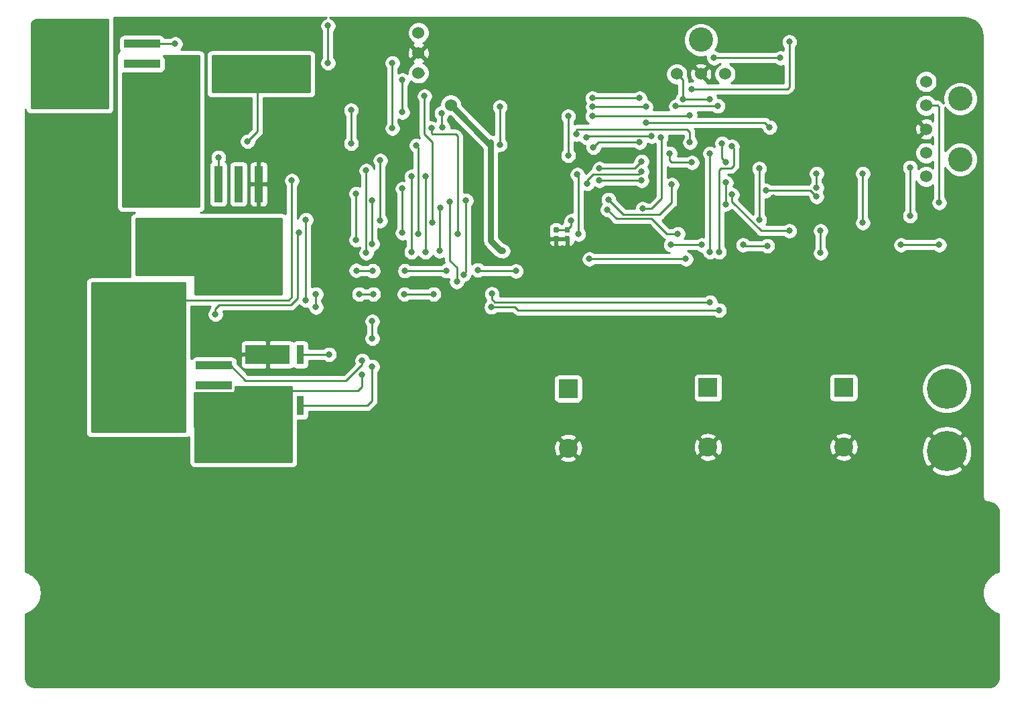
<source format=gbr>
G04 #@! TF.GenerationSoftware,KiCad,Pcbnew,(5.1.4)-1*
G04 #@! TF.CreationDate,2021-08-28T14:03:40-05:00*
G04 #@! TF.ProjectId,Mocos_2021,4d6f636f-735f-4323-9032-312e6b696361,1*
G04 #@! TF.SameCoordinates,Original*
G04 #@! TF.FileFunction,Copper,L2,Bot*
G04 #@! TF.FilePolarity,Positive*
%FSLAX46Y46*%
G04 Gerber Fmt 4.6, Leading zero omitted, Abs format (unit mm)*
G04 Created by KiCad (PCBNEW (5.1.4)-1) date 2021-08-28 14:03:40*
%MOMM*%
%LPD*%
G04 APERTURE LIST*
%ADD10R,0.889000X2.438400*%
%ADD11R,5.588000X2.438400*%
%ADD12R,4.600001X1.100000*%
%ADD13R,4.600000X1.100000*%
%ADD14R,9.399999X10.800001*%
%ADD15R,1.100000X4.600001*%
%ADD16R,1.100000X4.600000*%
%ADD17R,10.800001X9.399999*%
%ADD18C,1.524000*%
%ADD19C,3.073400*%
%ADD20C,5.080000*%
%ADD21C,2.400000*%
%ADD22R,2.400000X2.400000*%
%ADD23C,0.100000*%
%ADD24C,0.620000*%
%ADD25C,0.800000*%
%ADD26C,2.032000*%
%ADD27C,0.254000*%
%ADD28C,0.762000*%
%ADD29C,5.080000*%
G04 APERTURE END LIST*
D10*
X100012500Y-112522000D03*
X100012500Y-118999000D03*
D11*
X95885000Y-112522000D03*
X95885000Y-118999000D03*
D12*
X89087000Y-113919000D03*
X89087000Y-116459000D03*
D13*
X89087000Y-118999000D03*
D14*
X79937000Y-116459000D03*
D15*
X89662000Y-90999000D03*
X92202000Y-90999000D03*
D16*
X94742000Y-90999000D03*
D17*
X92202000Y-100149000D03*
D12*
X80016000Y-73279000D03*
X80016000Y-75819000D03*
D13*
X80016000Y-78359000D03*
D14*
X70866000Y-75819000D03*
D18*
X114935000Y-71882000D03*
X114935000Y-74422000D03*
X114935000Y-76962000D03*
X179070000Y-87045800D03*
X179070000Y-84048600D03*
D19*
X183388000Y-80213200D03*
D18*
X179070000Y-81051400D03*
X179070000Y-78054200D03*
D19*
X183388000Y-87884000D03*
D18*
X179070000Y-90043000D03*
X153670000Y-77089000D03*
D19*
X150622000Y-72771000D03*
D18*
X150622000Y-77089000D03*
X147574000Y-77089000D03*
D20*
X181685600Y-116840000D03*
X181685600Y-124714000D03*
X82677000Y-91059000D03*
X82677000Y-98933000D03*
X82677000Y-106807000D03*
D21*
X133858000Y-124340000D03*
D22*
X133858000Y-116840000D03*
D21*
X151511000Y-124213000D03*
D22*
X151511000Y-116713000D03*
D21*
X168656000Y-124206000D03*
D22*
X168656000Y-116706000D03*
D23*
G36*
X133901193Y-97542246D02*
G01*
X133916239Y-97544478D01*
X133930994Y-97548174D01*
X133945316Y-97553299D01*
X133959066Y-97559802D01*
X133972113Y-97567622D01*
X133984331Y-97576683D01*
X133995602Y-97586898D01*
X134005817Y-97598169D01*
X134014878Y-97610387D01*
X134022698Y-97623434D01*
X134029201Y-97637184D01*
X134034326Y-97651506D01*
X134038022Y-97666261D01*
X134040254Y-97681307D01*
X134041000Y-97696500D01*
X134041000Y-98121500D01*
X134040254Y-98136693D01*
X134038022Y-98151739D01*
X134034326Y-98166494D01*
X134029201Y-98180816D01*
X134022698Y-98194566D01*
X134014878Y-98207613D01*
X134005817Y-98219831D01*
X133995602Y-98231102D01*
X133984331Y-98241317D01*
X133972113Y-98250378D01*
X133959066Y-98258198D01*
X133945316Y-98264701D01*
X133930994Y-98269826D01*
X133916239Y-98273522D01*
X133901193Y-98275754D01*
X133886000Y-98276500D01*
X133576000Y-98276500D01*
X133560807Y-98275754D01*
X133545761Y-98273522D01*
X133531006Y-98269826D01*
X133516684Y-98264701D01*
X133502934Y-98258198D01*
X133489887Y-98250378D01*
X133477669Y-98241317D01*
X133466398Y-98231102D01*
X133456183Y-98219831D01*
X133447122Y-98207613D01*
X133439302Y-98194566D01*
X133432799Y-98180816D01*
X133427674Y-98166494D01*
X133423978Y-98151739D01*
X133421746Y-98136693D01*
X133421000Y-98121500D01*
X133421000Y-97696500D01*
X133421746Y-97681307D01*
X133423978Y-97666261D01*
X133427674Y-97651506D01*
X133432799Y-97637184D01*
X133439302Y-97623434D01*
X133447122Y-97610387D01*
X133456183Y-97598169D01*
X133466398Y-97586898D01*
X133477669Y-97576683D01*
X133489887Y-97567622D01*
X133502934Y-97559802D01*
X133516684Y-97553299D01*
X133531006Y-97548174D01*
X133545761Y-97544478D01*
X133560807Y-97542246D01*
X133576000Y-97541500D01*
X133886000Y-97541500D01*
X133901193Y-97542246D01*
X133901193Y-97542246D01*
G37*
D24*
X133731000Y-97909000D03*
D23*
G36*
X133901193Y-96407246D02*
G01*
X133916239Y-96409478D01*
X133930994Y-96413174D01*
X133945316Y-96418299D01*
X133959066Y-96424802D01*
X133972113Y-96432622D01*
X133984331Y-96441683D01*
X133995602Y-96451898D01*
X134005817Y-96463169D01*
X134014878Y-96475387D01*
X134022698Y-96488434D01*
X134029201Y-96502184D01*
X134034326Y-96516506D01*
X134038022Y-96531261D01*
X134040254Y-96546307D01*
X134041000Y-96561500D01*
X134041000Y-96986500D01*
X134040254Y-97001693D01*
X134038022Y-97016739D01*
X134034326Y-97031494D01*
X134029201Y-97045816D01*
X134022698Y-97059566D01*
X134014878Y-97072613D01*
X134005817Y-97084831D01*
X133995602Y-97096102D01*
X133984331Y-97106317D01*
X133972113Y-97115378D01*
X133959066Y-97123198D01*
X133945316Y-97129701D01*
X133930994Y-97134826D01*
X133916239Y-97138522D01*
X133901193Y-97140754D01*
X133886000Y-97141500D01*
X133576000Y-97141500D01*
X133560807Y-97140754D01*
X133545761Y-97138522D01*
X133531006Y-97134826D01*
X133516684Y-97129701D01*
X133502934Y-97123198D01*
X133489887Y-97115378D01*
X133477669Y-97106317D01*
X133466398Y-97096102D01*
X133456183Y-97084831D01*
X133447122Y-97072613D01*
X133439302Y-97059566D01*
X133432799Y-97045816D01*
X133427674Y-97031494D01*
X133423978Y-97016739D01*
X133421746Y-97001693D01*
X133421000Y-96986500D01*
X133421000Y-96561500D01*
X133421746Y-96546307D01*
X133423978Y-96531261D01*
X133427674Y-96516506D01*
X133432799Y-96502184D01*
X133439302Y-96488434D01*
X133447122Y-96475387D01*
X133456183Y-96463169D01*
X133466398Y-96451898D01*
X133477669Y-96441683D01*
X133489887Y-96432622D01*
X133502934Y-96424802D01*
X133516684Y-96418299D01*
X133531006Y-96413174D01*
X133545761Y-96409478D01*
X133560807Y-96407246D01*
X133576000Y-96406500D01*
X133886000Y-96406500D01*
X133901193Y-96407246D01*
X133901193Y-96407246D01*
G37*
D24*
X133731000Y-96774000D03*
D23*
G36*
X132504193Y-97542246D02*
G01*
X132519239Y-97544478D01*
X132533994Y-97548174D01*
X132548316Y-97553299D01*
X132562066Y-97559802D01*
X132575113Y-97567622D01*
X132587331Y-97576683D01*
X132598602Y-97586898D01*
X132608817Y-97598169D01*
X132617878Y-97610387D01*
X132625698Y-97623434D01*
X132632201Y-97637184D01*
X132637326Y-97651506D01*
X132641022Y-97666261D01*
X132643254Y-97681307D01*
X132644000Y-97696500D01*
X132644000Y-98121500D01*
X132643254Y-98136693D01*
X132641022Y-98151739D01*
X132637326Y-98166494D01*
X132632201Y-98180816D01*
X132625698Y-98194566D01*
X132617878Y-98207613D01*
X132608817Y-98219831D01*
X132598602Y-98231102D01*
X132587331Y-98241317D01*
X132575113Y-98250378D01*
X132562066Y-98258198D01*
X132548316Y-98264701D01*
X132533994Y-98269826D01*
X132519239Y-98273522D01*
X132504193Y-98275754D01*
X132489000Y-98276500D01*
X132179000Y-98276500D01*
X132163807Y-98275754D01*
X132148761Y-98273522D01*
X132134006Y-98269826D01*
X132119684Y-98264701D01*
X132105934Y-98258198D01*
X132092887Y-98250378D01*
X132080669Y-98241317D01*
X132069398Y-98231102D01*
X132059183Y-98219831D01*
X132050122Y-98207613D01*
X132042302Y-98194566D01*
X132035799Y-98180816D01*
X132030674Y-98166494D01*
X132026978Y-98151739D01*
X132024746Y-98136693D01*
X132024000Y-98121500D01*
X132024000Y-97696500D01*
X132024746Y-97681307D01*
X132026978Y-97666261D01*
X132030674Y-97651506D01*
X132035799Y-97637184D01*
X132042302Y-97623434D01*
X132050122Y-97610387D01*
X132059183Y-97598169D01*
X132069398Y-97586898D01*
X132080669Y-97576683D01*
X132092887Y-97567622D01*
X132105934Y-97559802D01*
X132119684Y-97553299D01*
X132134006Y-97548174D01*
X132148761Y-97544478D01*
X132163807Y-97542246D01*
X132179000Y-97541500D01*
X132489000Y-97541500D01*
X132504193Y-97542246D01*
X132504193Y-97542246D01*
G37*
D24*
X132334000Y-97909000D03*
D23*
G36*
X132504193Y-96407246D02*
G01*
X132519239Y-96409478D01*
X132533994Y-96413174D01*
X132548316Y-96418299D01*
X132562066Y-96424802D01*
X132575113Y-96432622D01*
X132587331Y-96441683D01*
X132598602Y-96451898D01*
X132608817Y-96463169D01*
X132617878Y-96475387D01*
X132625698Y-96488434D01*
X132632201Y-96502184D01*
X132637326Y-96516506D01*
X132641022Y-96531261D01*
X132643254Y-96546307D01*
X132644000Y-96561500D01*
X132644000Y-96986500D01*
X132643254Y-97001693D01*
X132641022Y-97016739D01*
X132637326Y-97031494D01*
X132632201Y-97045816D01*
X132625698Y-97059566D01*
X132617878Y-97072613D01*
X132608817Y-97084831D01*
X132598602Y-97096102D01*
X132587331Y-97106317D01*
X132575113Y-97115378D01*
X132562066Y-97123198D01*
X132548316Y-97129701D01*
X132533994Y-97134826D01*
X132519239Y-97138522D01*
X132504193Y-97140754D01*
X132489000Y-97141500D01*
X132179000Y-97141500D01*
X132163807Y-97140754D01*
X132148761Y-97138522D01*
X132134006Y-97134826D01*
X132119684Y-97129701D01*
X132105934Y-97123198D01*
X132092887Y-97115378D01*
X132080669Y-97106317D01*
X132069398Y-97096102D01*
X132059183Y-97084831D01*
X132050122Y-97072613D01*
X132042302Y-97059566D01*
X132035799Y-97045816D01*
X132030674Y-97031494D01*
X132026978Y-97016739D01*
X132024746Y-97001693D01*
X132024000Y-96986500D01*
X132024000Y-96561500D01*
X132024746Y-96546307D01*
X132026978Y-96531261D01*
X132030674Y-96516506D01*
X132035799Y-96502184D01*
X132042302Y-96488434D01*
X132050122Y-96475387D01*
X132059183Y-96463169D01*
X132069398Y-96451898D01*
X132080669Y-96441683D01*
X132092887Y-96432622D01*
X132105934Y-96424802D01*
X132119684Y-96418299D01*
X132134006Y-96413174D01*
X132148761Y-96409478D01*
X132163807Y-96407246D01*
X132179000Y-96406500D01*
X132489000Y-96406500D01*
X132504193Y-96407246D01*
X132504193Y-96407246D01*
G37*
D24*
X132334000Y-96774000D03*
D25*
X160655000Y-105410000D03*
X182880000Y-105410000D03*
X100330000Y-84455000D03*
X98425000Y-84455000D03*
X95885000Y-84455000D03*
X129032000Y-97663000D03*
X127889000Y-97663000D03*
X129032000Y-96012000D03*
X127889000Y-96012000D03*
X129032000Y-94488000D03*
X127889000Y-94488000D03*
X129032000Y-92964000D03*
X127889000Y-92964000D03*
X126619000Y-92964000D03*
X126619000Y-94488000D03*
X126619000Y-96012000D03*
X126619000Y-97663000D03*
X129032000Y-91567000D03*
X127889000Y-91567000D03*
X126619000Y-91567000D03*
X159766000Y-95377000D03*
X154559000Y-81534000D03*
X132588000Y-86233000D03*
X160147000Y-77724000D03*
X154178000Y-97409000D03*
X165100000Y-105410000D03*
X167640000Y-105410000D03*
X170180000Y-105410000D03*
X172720000Y-105410000D03*
X175260000Y-105410000D03*
X177800000Y-105410000D03*
X172720000Y-102870000D03*
X175260000Y-102870000D03*
X177800000Y-102870000D03*
X170180000Y-102870000D03*
X167640000Y-102870000D03*
X165100000Y-102870000D03*
X162560000Y-102870000D03*
X162560000Y-100330000D03*
X180340000Y-102870000D03*
X182880000Y-102870000D03*
X185420000Y-102870000D03*
X180340000Y-100330000D03*
X182880000Y-100330000D03*
X185420000Y-100330000D03*
X182880000Y-97790000D03*
X185420000Y-97790000D03*
X182880000Y-95250000D03*
X185420000Y-95250000D03*
X182880000Y-92710000D03*
X185420000Y-92710000D03*
X172720000Y-92075000D03*
X175260000Y-92075000D03*
X132080000Y-83820000D03*
X132080000Y-82550000D03*
X130810000Y-82550000D03*
X130810000Y-83820000D03*
X127000000Y-83820000D03*
X118110000Y-74295000D03*
X120650000Y-74295000D03*
X123190000Y-74295000D03*
X125730000Y-74295000D03*
X127635000Y-74295000D03*
X127635000Y-76835000D03*
X125730000Y-76835000D03*
X123190000Y-76835000D03*
X120650000Y-76835000D03*
X118110000Y-76835000D03*
X127635000Y-78740000D03*
X125730000Y-78740000D03*
X123190000Y-78740000D03*
X120650000Y-78740000D03*
X123190000Y-81280000D03*
X118110000Y-70485000D03*
X120650000Y-70485000D03*
X123190000Y-70485000D03*
X125730000Y-70485000D03*
X127635000Y-70485000D03*
X130175000Y-70485000D03*
X104775000Y-74295000D03*
X107315000Y-74295000D03*
X109855000Y-74295000D03*
X112395000Y-74295000D03*
X168275000Y-97790000D03*
X170815000Y-97790000D03*
X173355000Y-97790000D03*
X170815000Y-99060000D03*
X173355000Y-99060000D03*
X165481000Y-95250000D03*
X173990000Y-92075000D03*
X130175000Y-99060000D03*
X127635000Y-99060000D03*
X127635000Y-100330000D03*
X130175000Y-100330000D03*
X128905000Y-99060000D03*
X128905000Y-100330000D03*
X128905000Y-101600000D03*
X130175000Y-101600000D03*
X126365000Y-90170000D03*
X128905000Y-90170000D03*
X128905000Y-88900000D03*
X126365000Y-88900000D03*
X126365000Y-86995000D03*
X127635000Y-86995000D03*
X127635000Y-88900000D03*
X127635000Y-90170000D03*
X123825000Y-83185000D03*
X150495000Y-100965000D03*
X95250000Y-86995000D03*
X97790000Y-86995000D03*
X100330000Y-86995000D03*
X102870000Y-86995000D03*
X105410000Y-86995000D03*
X97790000Y-88900000D03*
X100330000Y-88900000D03*
X102870000Y-88900000D03*
X105410000Y-88900000D03*
X104140000Y-84455000D03*
X107950000Y-84455000D03*
X86360000Y-73025000D03*
X88900000Y-73025000D03*
X91440000Y-73025000D03*
X93980000Y-73025000D03*
X96520000Y-73025000D03*
X99060000Y-73025000D03*
X101600000Y-73025000D03*
X159611060Y-88038940D03*
X166370000Y-88265000D03*
X168910000Y-88265000D03*
X171450000Y-88265000D03*
X173990000Y-88265000D03*
X166370000Y-83820000D03*
X168910000Y-83820000D03*
X171450000Y-83820000D03*
X173990000Y-83820000D03*
X168910000Y-81280000D03*
X171450000Y-81280000D03*
X173990000Y-81280000D03*
X176530000Y-81280000D03*
X176530000Y-83820000D03*
X176530000Y-86360000D03*
X173990000Y-86360000D03*
X171450000Y-86360000D03*
X168910000Y-86360000D03*
X166370000Y-86360000D03*
X163830000Y-88265000D03*
X168910000Y-78740000D03*
X171450000Y-78740000D03*
X173990000Y-78740000D03*
X176530000Y-78740000D03*
X171450000Y-76200000D03*
X173990000Y-76200000D03*
X176530000Y-76200000D03*
X171450000Y-73660000D03*
X173990000Y-73660000D03*
X176530000Y-73660000D03*
X171450000Y-71120000D03*
X173990000Y-71120000D03*
X176530000Y-71120000D03*
X168910000Y-71120000D03*
X166370000Y-78740000D03*
X163830000Y-78740000D03*
X166370000Y-71120000D03*
X163830000Y-71120000D03*
X161290000Y-71120000D03*
X158750000Y-71120000D03*
X156210000Y-71120000D03*
X153670000Y-71120000D03*
X153670000Y-73660000D03*
X156210000Y-73660000D03*
X158750000Y-73660000D03*
X156210000Y-76835000D03*
X143510000Y-70485000D03*
X146050000Y-70485000D03*
X148590000Y-70485000D03*
X143510000Y-73025000D03*
X146050000Y-73025000D03*
X146050000Y-75565000D03*
X149225000Y-75565000D03*
X147955000Y-73025000D03*
X146050000Y-78740000D03*
X143510000Y-78740000D03*
X159766000Y-92710000D03*
X172720000Y-107315000D03*
X170180000Y-107315000D03*
X165100000Y-107315000D03*
X156210000Y-107315000D03*
X156210000Y-105410000D03*
X156210000Y-103505000D03*
X180340000Y-107950000D03*
X182880000Y-107950000D03*
X185420000Y-107950000D03*
X150495000Y-104775000D03*
X148590000Y-104775000D03*
X146050000Y-104775000D03*
X143510000Y-104775000D03*
X140970000Y-104775000D03*
X138430000Y-104775000D03*
X135890000Y-104775000D03*
X133350000Y-104775000D03*
X130810000Y-104775000D03*
X130810000Y-102870000D03*
X143510000Y-75565000D03*
X132715000Y-70485000D03*
X132715000Y-73025000D03*
X132715000Y-75565000D03*
X132715000Y-78105000D03*
X135255000Y-75565000D03*
X135255000Y-78105000D03*
X137541000Y-70739000D03*
X140589000Y-93091000D03*
X138430000Y-101600000D03*
X140970000Y-101600000D03*
X143510000Y-101600000D03*
X146050000Y-101600000D03*
X143510000Y-103124000D03*
X140970000Y-103124000D03*
X138430000Y-103124000D03*
X146050000Y-103124000D03*
X148590000Y-103124000D03*
X150495000Y-103124000D03*
X155956000Y-96774000D03*
X154559000Y-100330000D03*
X157988000Y-89027000D03*
X157988000Y-95504000D03*
D26*
X74295000Y-73025000D03*
X74295000Y-78105000D03*
X72390000Y-79375000D03*
X69850000Y-79375000D03*
X67310000Y-79375000D03*
X72390000Y-76835000D03*
X69850000Y-76835000D03*
X67310000Y-76835000D03*
X72390000Y-74295000D03*
X69850000Y-74295000D03*
X67310000Y-74295000D03*
X72390000Y-71755000D03*
X69850000Y-71755000D03*
X67310000Y-71755000D03*
D25*
X125603000Y-99441000D03*
X124079000Y-86106000D03*
D18*
X119024400Y-81026000D03*
D25*
X153736040Y-93538040D03*
X146685000Y-87122000D03*
X135158480Y-97312480D03*
X135001000Y-89789000D03*
X153797000Y-90805000D03*
X153289000Y-85852000D03*
X153797000Y-88265000D03*
X149479000Y-88265000D03*
X136906000Y-80137000D03*
X142875000Y-80137000D03*
X134239000Y-95631000D03*
D26*
X83185000Y-78740000D03*
X83185000Y-81280000D03*
X80645000Y-81280000D03*
X80645000Y-83820000D03*
X83185000Y-83820000D03*
X85725000Y-83820000D03*
X85725000Y-81280000D03*
X85725000Y-78740000D03*
X85725000Y-76200000D03*
X80645000Y-86360000D03*
X83185000Y-86360000D03*
X85725000Y-86360000D03*
D25*
X109093000Y-93091000D03*
X109093000Y-98552000D03*
D26*
X96520000Y-101600000D03*
X93980000Y-101600000D03*
X91440000Y-101600000D03*
X96520000Y-99060000D03*
X93980000Y-99060000D03*
X91440000Y-99060000D03*
X88900000Y-99060000D03*
X96520000Y-96520000D03*
X93980000Y-96520000D03*
X91440000Y-96520000D03*
X88900000Y-96520000D03*
X86360000Y-96520000D03*
D25*
X118872000Y-93218000D03*
X119786400Y-103327200D03*
D26*
X80010000Y-112395000D03*
X77470000Y-112395000D03*
X74930000Y-112395000D03*
X80010000Y-114935000D03*
X77470000Y-114935000D03*
X74930000Y-114935000D03*
X74930000Y-109855000D03*
X77470000Y-109855000D03*
X74930000Y-107315000D03*
X77470000Y-107315000D03*
X77470000Y-104775000D03*
X74930000Y-104775000D03*
D25*
X98933000Y-90551000D03*
X125222000Y-86004400D03*
X125222000Y-81229200D03*
X165227000Y-92583000D03*
X158877000Y-91821000D03*
X165227000Y-91440000D03*
X165227000Y-89662000D03*
X171069000Y-89662000D03*
X171069000Y-95885000D03*
X147447000Y-81153000D03*
X152745440Y-81117440D03*
X148336000Y-80264000D03*
X151765000Y-80264000D03*
X146812000Y-98679000D03*
X159004000Y-98806000D03*
X155956000Y-98679000D03*
X150749000Y-98679000D03*
X180721000Y-98679000D03*
X180721000Y-93345000D03*
X175895000Y-98679000D03*
X154559000Y-92329000D03*
X177038000Y-94996000D03*
X177038000Y-88900000D03*
X165735000Y-99695000D03*
X165735000Y-96901000D03*
X161798000Y-96901000D03*
X84201000Y-73279000D03*
D26*
X90932000Y-75946000D03*
X93980000Y-75946000D03*
X96774000Y-75946000D03*
X99314000Y-75946000D03*
D25*
X93345000Y-85598000D03*
X116713000Y-95885000D03*
X115697000Y-79883000D03*
X106426000Y-81661000D03*
X106426000Y-85852000D03*
X89662000Y-87630000D03*
X115824000Y-90043000D03*
X107823000Y-115062000D03*
X115824000Y-99568000D03*
X107823000Y-113284000D03*
X149479000Y-78994000D03*
X161798000Y-73025000D03*
X152273000Y-75057000D03*
X160655000Y-75057000D03*
X127254000Y-101981000D03*
X122428000Y-101854000D03*
X124206000Y-104851200D03*
X151765000Y-99568000D03*
X151765000Y-87122000D03*
X151765000Y-105918000D03*
X124155200Y-106527600D03*
X152908000Y-106934000D03*
X152908000Y-99568000D03*
X154559000Y-86233000D03*
X143662400Y-81229200D03*
X143662400Y-83210400D03*
X159308800Y-83820000D03*
X136956800Y-81229200D03*
X119888000Y-97282000D03*
X103505000Y-70993000D03*
X103505000Y-75692000D03*
X111633000Y-75692000D03*
X111633000Y-83947000D03*
X116586000Y-83947000D03*
X114681000Y-86106000D03*
X114935000Y-97282000D03*
X117729000Y-93980000D03*
X101981000Y-106553000D03*
X101981000Y-104902000D03*
X107442000Y-104902000D03*
X109220000Y-104902000D03*
X113157000Y-104902000D03*
X116840000Y-104902000D03*
X117602000Y-99441000D03*
X120954800Y-93065600D03*
X107061000Y-92202000D03*
X107061000Y-98044000D03*
X120650000Y-102412800D03*
X118465600Y-101955600D03*
X113233200Y-101955600D03*
X109169200Y-101955600D03*
X107086400Y-101904800D03*
X112903000Y-91567000D03*
X89281000Y-107442000D03*
X99822000Y-97155000D03*
X112903000Y-97155000D03*
X114046000Y-90043000D03*
X114046000Y-99568000D03*
X149225000Y-82296000D03*
X133858000Y-82423000D03*
X133858000Y-87376000D03*
X136906000Y-82423000D03*
X149225000Y-85725000D03*
X134874000Y-84709000D03*
X136525000Y-100457000D03*
X148717000Y-100457000D03*
X144399000Y-84963000D03*
X136144000Y-85090000D03*
X136271000Y-90932000D03*
X143129000Y-89408000D03*
X142875000Y-85725000D03*
X137033000Y-86360000D03*
X137795000Y-90551000D03*
X143129000Y-90551000D03*
X137795000Y-89027000D03*
X143129000Y-88138000D03*
X147701000Y-97282000D03*
X138811000Y-94234000D03*
X143256000Y-94107000D03*
X145542000Y-85090000D03*
X138938000Y-92964000D03*
X146939000Y-91059000D03*
X117983000Y-83820000D03*
X117856000Y-82042000D03*
X112903000Y-81915000D03*
X112903000Y-77851000D03*
X110109000Y-88011000D03*
X110109000Y-95631000D03*
X100711000Y-95504000D03*
X100711000Y-105664000D03*
X103632000Y-112522000D03*
X108331000Y-89281000D03*
X108331000Y-99695000D03*
X109093000Y-108331000D03*
X109093000Y-110490000D03*
X109093000Y-114046000D03*
D27*
X159766000Y-92710000D02*
X159766000Y-95377000D01*
X157988000Y-89027000D02*
X157988000Y-95504000D01*
D28*
X125603000Y-99441000D02*
X125349000Y-99441000D01*
X124079000Y-98171000D02*
X124079000Y-86106000D01*
X125349000Y-99441000D02*
X124079000Y-98171000D01*
X124079000Y-86106000D02*
X124079000Y-85725000D01*
X115316000Y-76962000D02*
X114935000Y-76962000D01*
X124079000Y-86106000D02*
X124079000Y-86080600D01*
X124079000Y-86080600D02*
X119024400Y-81026000D01*
D27*
X153705560Y-93507560D02*
X153736040Y-93538040D01*
X135158480Y-89946480D02*
X135158480Y-97312480D01*
X135001000Y-89789000D02*
X135158480Y-89946480D01*
X153797000Y-93477080D02*
X153736040Y-93538040D01*
X153797000Y-90805000D02*
X153797000Y-93477080D01*
X146685000Y-87122000D02*
X146685000Y-87249000D01*
X153289000Y-85852000D02*
X153289000Y-87757000D01*
X153289000Y-87757000D02*
X153797000Y-88265000D01*
X146685000Y-88011000D02*
X146685000Y-87122000D01*
X146939000Y-88265000D02*
X146685000Y-88011000D01*
X146939000Y-88265000D02*
X149479000Y-88265000D01*
X137414000Y-80137000D02*
X141655800Y-80137000D01*
X137414000Y-80137000D02*
X136906000Y-80137000D01*
X141655800Y-80137000D02*
X142875000Y-80137000D01*
X134239000Y-96266000D02*
X133731000Y-96774000D01*
X134239000Y-95631000D02*
X134239000Y-96266000D01*
X133731000Y-96774000D02*
X132334000Y-96774000D01*
X109093000Y-93091000D02*
X109093000Y-98552000D01*
D29*
X93853000Y-98933000D02*
X93980000Y-99060000D01*
X82677000Y-98933000D02*
X93853000Y-98933000D01*
D27*
X118872000Y-93218000D02*
X118872000Y-100634800D01*
X118872000Y-100634800D02*
X119786400Y-101549200D01*
X119786400Y-101549200D02*
X119786400Y-103327200D01*
D29*
X77978000Y-106807000D02*
X77470000Y-107315000D01*
X82677000Y-106807000D02*
X77978000Y-106807000D01*
X77470000Y-114681000D02*
X78359000Y-115570000D01*
X77470000Y-107315000D02*
X77470000Y-114681000D01*
D27*
X83820000Y-105664000D02*
X82677000Y-106807000D01*
X98552000Y-105664000D02*
X83820000Y-105664000D01*
X98933000Y-90551000D02*
X98933000Y-105283000D01*
X98933000Y-105283000D02*
X98552000Y-105664000D01*
X125222000Y-86004400D02*
X125222000Y-81229200D01*
X164465000Y-91821000D02*
X165227000Y-92583000D01*
X158877000Y-91821000D02*
X164465000Y-91821000D01*
X165227000Y-91440000D02*
X165227000Y-89662000D01*
X171069000Y-89662000D02*
X171069000Y-95885000D01*
X147482560Y-81117440D02*
X152745440Y-81117440D01*
X147447000Y-81153000D02*
X147482560Y-81117440D01*
X148336000Y-80264000D02*
X151384000Y-80264000D01*
X148336000Y-77851000D02*
X147574000Y-77089000D01*
X148336000Y-80264000D02*
X148336000Y-77851000D01*
X151384000Y-80264000D02*
X151765000Y-80264000D01*
X180492400Y-81051400D02*
X179070000Y-81051400D01*
X180721000Y-81280000D02*
X180492400Y-81051400D01*
X180721000Y-93345000D02*
X180721000Y-81280000D01*
X175895000Y-98679000D02*
X180721000Y-98679000D01*
X156083000Y-98806000D02*
X155956000Y-98679000D01*
X159004000Y-98806000D02*
X156083000Y-98806000D01*
X150749000Y-98679000D02*
X146812000Y-98679000D01*
X177038000Y-94996000D02*
X177038000Y-89408000D01*
X177038000Y-89408000D02*
X177038000Y-88900000D01*
X165735000Y-99695000D02*
X165735000Y-96901000D01*
X161798000Y-96901000D02*
X158242000Y-96901000D01*
X154559000Y-93218000D02*
X154559000Y-92329000D01*
X158242000Y-96901000D02*
X154559000Y-93218000D01*
X80016000Y-73279000D02*
X84201000Y-73279000D01*
X93345000Y-85598000D02*
X94615000Y-84328000D01*
X94615000Y-76581000D02*
X93980000Y-75946000D01*
X94615000Y-84328000D02*
X94615000Y-76581000D01*
X116713000Y-95885000D02*
X116713000Y-85725000D01*
X116713000Y-85725000D02*
X115697000Y-84709000D01*
X115697000Y-84709000D02*
X115697000Y-79883000D01*
X106426000Y-81661000D02*
X106426000Y-85852000D01*
X89662000Y-90999000D02*
X89662000Y-87630000D01*
X95885000Y-118999000D02*
X95885000Y-117983000D01*
X95885000Y-117983000D02*
X96774000Y-117094000D01*
X96774000Y-117094000D02*
X107315000Y-117094000D01*
X107823000Y-116586000D02*
X107823000Y-115062000D01*
X107315000Y-117094000D02*
X107823000Y-116586000D01*
X115824000Y-90043000D02*
X115824000Y-99568000D01*
X107823000Y-113792000D02*
X107823000Y-113284000D01*
X105791000Y-115824000D02*
X107823000Y-113792000D01*
X93091000Y-115824000D02*
X105791000Y-115824000D01*
X89087000Y-113919000D02*
X91186000Y-113919000D01*
X91186000Y-113919000D02*
X93091000Y-115824000D01*
X149479000Y-78994000D02*
X161544000Y-78994000D01*
X161544000Y-78994000D02*
X161798000Y-78740000D01*
X161798000Y-78740000D02*
X161798000Y-73025000D01*
X152273000Y-75057000D02*
X160655000Y-75057000D01*
X127254000Y-101981000D02*
X122555000Y-101981000D01*
X122555000Y-101981000D02*
X122428000Y-101854000D01*
X151765000Y-99568000D02*
X151765000Y-87122000D01*
X151765000Y-105918000D02*
X124587000Y-105918000D01*
X124206000Y-105537000D02*
X124206000Y-104851200D01*
X124587000Y-105918000D02*
X124206000Y-105537000D01*
X127508000Y-106934000D02*
X152908000Y-106934000D01*
X124155200Y-106527600D02*
X127101600Y-106527600D01*
X127101600Y-106527600D02*
X127508000Y-106934000D01*
X152908000Y-99568000D02*
X152908000Y-89408000D01*
X152908000Y-89408000D02*
X152908000Y-89281000D01*
X152908000Y-89281000D02*
X153162000Y-89027000D01*
X153162000Y-89027000D02*
X154432000Y-89027000D01*
X154432000Y-89027000D02*
X154813000Y-88646000D01*
X154813000Y-88646000D02*
X154813000Y-86487000D01*
X154813000Y-86487000D02*
X154559000Y-86233000D01*
X143662400Y-83210400D02*
X158699200Y-83210400D01*
X158699200Y-83210400D02*
X159308800Y-83820000D01*
X138049000Y-81229200D02*
X143662400Y-81229200D01*
X136956800Y-81229200D02*
X138049000Y-81229200D01*
X103505000Y-70993000D02*
X103505000Y-75692000D01*
X111633000Y-75692000D02*
X111633000Y-83947000D01*
X119888000Y-97282000D02*
X119888000Y-84963000D01*
X119888000Y-84963000D02*
X119634000Y-84709000D01*
X119634000Y-84709000D02*
X116713000Y-84709000D01*
X116586000Y-84582000D02*
X116586000Y-83947000D01*
X116713000Y-84709000D02*
X116586000Y-84582000D01*
X114681000Y-86106000D02*
X114935000Y-86360000D01*
X114935000Y-86360000D02*
X114935000Y-97282000D01*
X101981000Y-106553000D02*
X101981000Y-104902000D01*
X107442000Y-104902000D02*
X109220000Y-104902000D01*
X113157000Y-104902000D02*
X116840000Y-104902000D01*
X117602000Y-94107000D02*
X117729000Y-93980000D01*
X117602000Y-99441000D02*
X117602000Y-94107000D01*
X107061000Y-92202000D02*
X107061000Y-98044000D01*
X118465600Y-101955600D02*
X113233200Y-101955600D01*
X109169200Y-101955600D02*
X107137200Y-101955600D01*
X107137200Y-101955600D02*
X107086400Y-101904800D01*
X120650000Y-102362000D02*
X120954800Y-102057200D01*
X120650000Y-102412800D02*
X120650000Y-102362000D01*
X120954800Y-93065600D02*
X120954800Y-102057200D01*
X112903000Y-91567000D02*
X112903000Y-97155000D01*
X89281000Y-107442000D02*
X89281000Y-106807000D01*
X89281000Y-106807000D02*
X89789000Y-106299000D01*
X89789000Y-106299000D02*
X98806000Y-106299000D01*
X98806000Y-106299000D02*
X99695000Y-105410000D01*
X99695000Y-105410000D02*
X99695000Y-97282000D01*
X99695000Y-97282000D02*
X99822000Y-97155000D01*
X114046000Y-97155000D02*
X114046000Y-90043000D01*
X114046000Y-97155000D02*
X114046000Y-99568000D01*
X133858000Y-87376000D02*
X133858000Y-82423000D01*
X149098000Y-82423000D02*
X149225000Y-82296000D01*
X136906000Y-82423000D02*
X149098000Y-82423000D01*
X134874000Y-84201000D02*
X134874000Y-84709000D01*
X135001000Y-84074000D02*
X134874000Y-84201000D01*
X148844000Y-84074000D02*
X135001000Y-84074000D01*
X149225000Y-85725000D02*
X149225000Y-84455000D01*
X149225000Y-84455000D02*
X148844000Y-84074000D01*
X148717000Y-100457000D02*
X136525000Y-100457000D01*
X143383000Y-84963000D02*
X136271000Y-84963000D01*
X136271000Y-84963000D02*
X136144000Y-85090000D01*
X143383000Y-84963000D02*
X144399000Y-84963000D01*
X136271000Y-90932000D02*
X136271000Y-90551000D01*
X136271000Y-90551000D02*
X137033000Y-89789000D01*
X142748000Y-89789000D02*
X143129000Y-89408000D01*
X137033000Y-89789000D02*
X142748000Y-89789000D01*
X137668000Y-85725000D02*
X137033000Y-86360000D01*
X142621000Y-85725000D02*
X137668000Y-85725000D01*
X139573000Y-90551000D02*
X137795000Y-90551000D01*
X143129000Y-90551000D02*
X139573000Y-90551000D01*
X142240000Y-89027000D02*
X137795000Y-89027000D01*
X143129000Y-88138000D02*
X142240000Y-89027000D01*
X147701000Y-97282000D02*
X146304000Y-97282000D01*
X146304000Y-97282000D02*
X144399000Y-95377000D01*
X144399000Y-95377000D02*
X139954000Y-95377000D01*
X139954000Y-95377000D02*
X138811000Y-94234000D01*
X144399000Y-94107000D02*
X143256000Y-94107000D01*
X145669000Y-92837000D02*
X144399000Y-94107000D01*
X145669000Y-87884000D02*
X145669000Y-92837000D01*
X145669000Y-85217000D02*
X145669000Y-87884000D01*
X145542000Y-85090000D02*
X145669000Y-85217000D01*
X140843000Y-94869000D02*
X138938000Y-92964000D01*
X145415000Y-94869000D02*
X140843000Y-94869000D01*
X146939000Y-91059000D02*
X146939000Y-93345000D01*
X146939000Y-93345000D02*
X145415000Y-94869000D01*
X117983000Y-83820000D02*
X117856000Y-83693000D01*
X117856000Y-83693000D02*
X117856000Y-82042000D01*
X112903000Y-81915000D02*
X112903000Y-77851000D01*
X110109000Y-88011000D02*
X110109000Y-95631000D01*
X100711000Y-105664000D02*
X100711000Y-95504000D01*
X100012500Y-112522000D02*
X100076000Y-112522000D01*
X100012500Y-112522000D02*
X103632000Y-112522000D01*
X100012500Y-118999000D02*
X108458000Y-118999000D01*
X108458000Y-118999000D02*
X109093000Y-118364000D01*
X108331000Y-89281000D02*
X108331000Y-99695000D01*
X109093000Y-108331000D02*
X109093000Y-110490000D01*
X109093000Y-114046000D02*
X109093000Y-118364000D01*
G36*
X103203102Y-69997774D02*
G01*
X103014744Y-70075795D01*
X102845226Y-70189063D01*
X102701063Y-70333226D01*
X102587795Y-70502744D01*
X102509774Y-70691102D01*
X102470000Y-70891061D01*
X102470000Y-71094939D01*
X102509774Y-71294898D01*
X102587795Y-71483256D01*
X102701063Y-71652774D01*
X102743000Y-71694711D01*
X102743001Y-74990288D01*
X102701063Y-75032226D01*
X102587795Y-75201744D01*
X102509774Y-75390102D01*
X102470000Y-75590061D01*
X102470000Y-75793939D01*
X102509774Y-75993898D01*
X102587795Y-76182256D01*
X102701063Y-76351774D01*
X102845226Y-76495937D01*
X103014744Y-76609205D01*
X103203102Y-76687226D01*
X103403061Y-76727000D01*
X103606939Y-76727000D01*
X103806898Y-76687226D01*
X103995256Y-76609205D01*
X104164774Y-76495937D01*
X104308937Y-76351774D01*
X104422205Y-76182256D01*
X104500226Y-75993898D01*
X104540000Y-75793939D01*
X104540000Y-75590061D01*
X110598000Y-75590061D01*
X110598000Y-75793939D01*
X110637774Y-75993898D01*
X110715795Y-76182256D01*
X110829063Y-76351774D01*
X110871000Y-76393711D01*
X110871001Y-83245288D01*
X110829063Y-83287226D01*
X110715795Y-83456744D01*
X110637774Y-83645102D01*
X110598000Y-83845061D01*
X110598000Y-84048939D01*
X110637774Y-84248898D01*
X110715795Y-84437256D01*
X110829063Y-84606774D01*
X110973226Y-84750937D01*
X111142744Y-84864205D01*
X111331102Y-84942226D01*
X111531061Y-84982000D01*
X111734939Y-84982000D01*
X111934898Y-84942226D01*
X112123256Y-84864205D01*
X112292774Y-84750937D01*
X112436937Y-84606774D01*
X112550205Y-84437256D01*
X112628226Y-84248898D01*
X112668000Y-84048939D01*
X112668000Y-83845061D01*
X112628226Y-83645102D01*
X112550205Y-83456744D01*
X112436937Y-83287226D01*
X112395000Y-83245289D01*
X112395000Y-82820349D01*
X112412744Y-82832205D01*
X112601102Y-82910226D01*
X112801061Y-82950000D01*
X113004939Y-82950000D01*
X113204898Y-82910226D01*
X113393256Y-82832205D01*
X113562774Y-82718937D01*
X113706937Y-82574774D01*
X113820205Y-82405256D01*
X113898226Y-82216898D01*
X113938000Y-82016939D01*
X113938000Y-81813061D01*
X113898226Y-81613102D01*
X113820205Y-81424744D01*
X113706937Y-81255226D01*
X113665000Y-81213289D01*
X113665000Y-78552711D01*
X113706937Y-78510774D01*
X113820205Y-78341256D01*
X113898226Y-78152898D01*
X113938000Y-77952939D01*
X113938000Y-77940655D01*
X114044465Y-78047120D01*
X114273273Y-78200005D01*
X114527510Y-78305314D01*
X114797408Y-78359000D01*
X115072592Y-78359000D01*
X115342490Y-78305314D01*
X115596727Y-78200005D01*
X115825535Y-78047120D01*
X116020120Y-77852535D01*
X116173005Y-77623727D01*
X116278314Y-77369490D01*
X116332000Y-77099592D01*
X116332000Y-77011902D01*
X116336915Y-76962000D01*
X116332000Y-76912098D01*
X116332000Y-76824408D01*
X116278314Y-76554510D01*
X116173005Y-76300273D01*
X116020120Y-76071465D01*
X115825535Y-75876880D01*
X115596727Y-75723995D01*
X115525057Y-75694308D01*
X115538023Y-75689636D01*
X115653980Y-75627656D01*
X115720960Y-75387565D01*
X114935000Y-74601605D01*
X114149040Y-75387565D01*
X114216020Y-75627656D01*
X114351760Y-75691485D01*
X114273273Y-75723995D01*
X114044465Y-75876880D01*
X113849880Y-76071465D01*
X113696995Y-76300273D01*
X113591686Y-76554510D01*
X113538000Y-76824408D01*
X113538000Y-77030510D01*
X113393256Y-76933795D01*
X113204898Y-76855774D01*
X113004939Y-76816000D01*
X112801061Y-76816000D01*
X112601102Y-76855774D01*
X112412744Y-76933795D01*
X112395000Y-76945651D01*
X112395000Y-76393711D01*
X112436937Y-76351774D01*
X112550205Y-76182256D01*
X112628226Y-75993898D01*
X112668000Y-75793939D01*
X112668000Y-75590061D01*
X112628226Y-75390102D01*
X112550205Y-75201744D01*
X112436937Y-75032226D01*
X112292774Y-74888063D01*
X112123256Y-74774795D01*
X111934898Y-74696774D01*
X111734939Y-74657000D01*
X111531061Y-74657000D01*
X111331102Y-74696774D01*
X111142744Y-74774795D01*
X110973226Y-74888063D01*
X110829063Y-75032226D01*
X110715795Y-75201744D01*
X110637774Y-75390102D01*
X110598000Y-75590061D01*
X104540000Y-75590061D01*
X104500226Y-75390102D01*
X104422205Y-75201744D01*
X104308937Y-75032226D01*
X104267000Y-74990289D01*
X104267000Y-74494017D01*
X113533090Y-74494017D01*
X113574078Y-74766133D01*
X113667364Y-75025023D01*
X113729344Y-75140980D01*
X113969435Y-75207960D01*
X114755395Y-74422000D01*
X115114605Y-74422000D01*
X115900565Y-75207960D01*
X116140656Y-75140980D01*
X116257756Y-74891952D01*
X116324023Y-74624865D01*
X116336910Y-74349983D01*
X116295922Y-74077867D01*
X116202636Y-73818977D01*
X116140656Y-73703020D01*
X115900565Y-73636040D01*
X115114605Y-74422000D01*
X114755395Y-74422000D01*
X113969435Y-73636040D01*
X113729344Y-73703020D01*
X113612244Y-73952048D01*
X113545977Y-74219135D01*
X113533090Y-74494017D01*
X104267000Y-74494017D01*
X104267000Y-71744408D01*
X113538000Y-71744408D01*
X113538000Y-72019592D01*
X113591686Y-72289490D01*
X113696995Y-72543727D01*
X113849880Y-72772535D01*
X114044465Y-72967120D01*
X114273273Y-73120005D01*
X114344943Y-73149692D01*
X114331977Y-73154364D01*
X114216020Y-73216344D01*
X114149040Y-73456435D01*
X114935000Y-74242395D01*
X115720960Y-73456435D01*
X115653980Y-73216344D01*
X115518240Y-73152515D01*
X115596727Y-73120005D01*
X115825535Y-72967120D01*
X116020120Y-72772535D01*
X116173005Y-72543727D01*
X116278314Y-72289490D01*
X116332000Y-72019592D01*
X116332000Y-71744408D01*
X116278314Y-71474510D01*
X116173005Y-71220273D01*
X116020120Y-70991465D01*
X115825535Y-70796880D01*
X115596727Y-70643995D01*
X115342490Y-70538686D01*
X115072592Y-70485000D01*
X114797408Y-70485000D01*
X114527510Y-70538686D01*
X114273273Y-70643995D01*
X114044465Y-70796880D01*
X113849880Y-70991465D01*
X113696995Y-71220273D01*
X113591686Y-71474510D01*
X113538000Y-71744408D01*
X104267000Y-71744408D01*
X104267000Y-71694711D01*
X104308937Y-71652774D01*
X104422205Y-71483256D01*
X104500226Y-71294898D01*
X104540000Y-71094939D01*
X104540000Y-70891061D01*
X104500226Y-70691102D01*
X104422205Y-70502744D01*
X104308937Y-70333226D01*
X104164774Y-70189063D01*
X103995256Y-70075795D01*
X103806898Y-69997774D01*
X103702459Y-69977000D01*
X183858734Y-69977000D01*
X184339306Y-70024121D01*
X184765738Y-70152868D01*
X185159031Y-70361986D01*
X185504220Y-70643515D01*
X185788151Y-70986728D01*
X186000011Y-71378556D01*
X186131729Y-71804067D01*
X186182001Y-72282374D01*
X186182000Y-89318425D01*
X186182001Y-89318435D01*
X186182000Y-127926425D01*
X186182001Y-127926435D01*
X186182000Y-130466425D01*
X186193026Y-130578377D01*
X186236598Y-130722014D01*
X186307355Y-130854391D01*
X186402578Y-130970422D01*
X186518608Y-131065645D01*
X186650985Y-131136402D01*
X186794622Y-131179974D01*
X186869581Y-131187357D01*
X186869642Y-131187363D01*
X186870556Y-131187453D01*
X186944000Y-131194686D01*
X186944164Y-131194670D01*
X187189964Y-131218771D01*
X187426568Y-131290205D01*
X187644786Y-131406234D01*
X187836311Y-131562438D01*
X187993846Y-131752866D01*
X188111399Y-131970274D01*
X188184481Y-132206364D01*
X188214001Y-132487235D01*
X188214000Y-139941687D01*
X187945104Y-140026986D01*
X187881642Y-140054185D01*
X187817773Y-140080510D01*
X187808423Y-140085567D01*
X187808413Y-140085571D01*
X187808405Y-140085577D01*
X187460891Y-140276623D01*
X187403904Y-140315643D01*
X187346380Y-140353862D01*
X187338182Y-140360644D01*
X187034387Y-140615559D01*
X186986056Y-140664912D01*
X186937061Y-140713567D01*
X186930342Y-140721806D01*
X186930335Y-140721813D01*
X186930330Y-140721821D01*
X186681839Y-141030880D01*
X186644013Y-141088684D01*
X186605403Y-141145925D01*
X186600408Y-141155319D01*
X186416676Y-141506766D01*
X186390813Y-141570778D01*
X186364039Y-141634470D01*
X186360965Y-141644655D01*
X186248995Y-142025097D01*
X186236054Y-142092938D01*
X186222166Y-142160592D01*
X186221128Y-142171181D01*
X186185186Y-142566126D01*
X186185668Y-142635220D01*
X186185186Y-142704247D01*
X186186224Y-142714836D01*
X186227677Y-143109239D01*
X186241564Y-143176895D01*
X186254505Y-143244734D01*
X186257578Y-143254909D01*
X186257580Y-143254919D01*
X186257584Y-143254928D01*
X186374852Y-143633762D01*
X186401608Y-143697413D01*
X186427487Y-143761465D01*
X186432482Y-143770859D01*
X186621104Y-144119707D01*
X186659736Y-144176980D01*
X186697540Y-144234751D01*
X186704264Y-144242996D01*
X186957051Y-144548564D01*
X187006081Y-144597254D01*
X187054379Y-144646574D01*
X187062571Y-144653351D01*
X187062576Y-144653356D01*
X187062578Y-144653357D01*
X187369902Y-144904004D01*
X187427446Y-144942237D01*
X187484411Y-144981242D01*
X187493767Y-144986301D01*
X187493775Y-144986305D01*
X187843927Y-145172484D01*
X187907767Y-145198797D01*
X187971260Y-145226010D01*
X187981423Y-145229156D01*
X188214001Y-145299375D01*
X188214000Y-153251735D01*
X188186229Y-153534964D01*
X188114794Y-153771570D01*
X187998766Y-153989786D01*
X187842562Y-154181311D01*
X187652132Y-154338848D01*
X187434726Y-154456399D01*
X187198637Y-154529480D01*
X186917774Y-154559000D01*
X66585265Y-154559000D01*
X66302036Y-154531229D01*
X66065430Y-154459794D01*
X65847214Y-154343766D01*
X65655689Y-154187562D01*
X65498152Y-153997132D01*
X65380601Y-153779726D01*
X65307520Y-153543637D01*
X65278000Y-153262774D01*
X65278000Y-145300313D01*
X65546897Y-145215014D01*
X65610384Y-145187804D01*
X65674227Y-145161490D01*
X65683586Y-145156429D01*
X66031109Y-144965377D01*
X66088119Y-144926341D01*
X66145620Y-144888138D01*
X66153818Y-144881356D01*
X66457613Y-144626441D01*
X66505944Y-144577088D01*
X66554939Y-144528433D01*
X66561664Y-144520188D01*
X66810161Y-144211120D01*
X66847987Y-144153316D01*
X66886597Y-144096075D01*
X66891588Y-144086687D01*
X66891593Y-144086679D01*
X66891596Y-144086671D01*
X67075324Y-143735234D01*
X67101187Y-143671222D01*
X67127961Y-143607530D01*
X67131033Y-143597353D01*
X67131035Y-143597347D01*
X67131036Y-143597341D01*
X67243005Y-143216903D01*
X67255946Y-143149062D01*
X67269834Y-143081408D01*
X67270872Y-143070819D01*
X67306814Y-142675875D01*
X67306332Y-142606780D01*
X67306814Y-142537752D01*
X67305776Y-142527164D01*
X67264323Y-142132760D01*
X67250434Y-142065098D01*
X67237495Y-141997266D01*
X67234422Y-141987091D01*
X67234420Y-141987081D01*
X67234416Y-141987072D01*
X67117148Y-141608239D01*
X67090397Y-141544601D01*
X67064513Y-141480535D01*
X67059518Y-141471142D01*
X66870896Y-141122293D01*
X66832282Y-141065046D01*
X66794461Y-141007249D01*
X66787736Y-140999004D01*
X66534949Y-140693436D01*
X66485952Y-140644780D01*
X66437621Y-140595426D01*
X66429423Y-140588644D01*
X66122098Y-140337996D01*
X66064536Y-140299751D01*
X66007588Y-140260758D01*
X65998237Y-140255702D01*
X65998229Y-140255697D01*
X65998221Y-140255694D01*
X65648073Y-140069516D01*
X65584217Y-140043196D01*
X65520740Y-140015990D01*
X65510577Y-140012844D01*
X65278000Y-139942625D01*
X65278000Y-126945594D01*
X179633611Y-126945594D01*
X179914584Y-127367659D01*
X180466317Y-127662178D01*
X181064906Y-127843400D01*
X181687348Y-127904361D01*
X182309723Y-127842718D01*
X182908113Y-127660840D01*
X183456616Y-127367659D01*
X183737589Y-126945594D01*
X181685600Y-124893605D01*
X179633611Y-126945594D01*
X65278000Y-126945594D01*
X65278000Y-103378000D01*
X72898000Y-103378000D01*
X72898000Y-122428000D01*
X72910201Y-122551882D01*
X72946336Y-122671004D01*
X73005017Y-122780787D01*
X73083987Y-122877013D01*
X73180213Y-122955983D01*
X73289996Y-123014664D01*
X73409118Y-123050799D01*
X73533000Y-123063000D01*
X85598000Y-123063000D01*
X85721882Y-123050799D01*
X85841004Y-123014664D01*
X85936423Y-122963661D01*
X85979054Y-126246246D01*
X85991201Y-126361882D01*
X86027336Y-126481004D01*
X86086017Y-126590787D01*
X86164987Y-126687013D01*
X86261213Y-126765983D01*
X86370996Y-126824664D01*
X86490118Y-126860799D01*
X86614000Y-126873000D01*
X99060000Y-126873000D01*
X99183882Y-126860799D01*
X99303004Y-126824664D01*
X99412787Y-126765983D01*
X99509013Y-126687013D01*
X99587983Y-126590787D01*
X99646664Y-126481004D01*
X99682799Y-126361882D01*
X99695000Y-126238000D01*
X99695000Y-125617980D01*
X132759626Y-125617980D01*
X132879514Y-125902836D01*
X133203210Y-126063699D01*
X133552069Y-126158322D01*
X133912684Y-126183067D01*
X134271198Y-126136985D01*
X134613833Y-126021846D01*
X134836486Y-125902836D01*
X134956374Y-125617980D01*
X134829375Y-125490980D01*
X150412626Y-125490980D01*
X150532514Y-125775836D01*
X150856210Y-125936699D01*
X151205069Y-126031322D01*
X151565684Y-126056067D01*
X151924198Y-126009985D01*
X152266833Y-125894846D01*
X152489486Y-125775836D01*
X152609374Y-125490980D01*
X152602375Y-125483980D01*
X167557626Y-125483980D01*
X167677514Y-125768836D01*
X168001210Y-125929699D01*
X168350069Y-126024322D01*
X168710684Y-126049067D01*
X169069198Y-126002985D01*
X169411833Y-125887846D01*
X169634486Y-125768836D01*
X169754374Y-125483980D01*
X168656000Y-124385605D01*
X167557626Y-125483980D01*
X152602375Y-125483980D01*
X151511000Y-124392605D01*
X150412626Y-125490980D01*
X134829375Y-125490980D01*
X133858000Y-124519605D01*
X132759626Y-125617980D01*
X99695000Y-125617980D01*
X99695000Y-124394684D01*
X132014933Y-124394684D01*
X132061015Y-124753198D01*
X132176154Y-125095833D01*
X132295164Y-125318486D01*
X132580020Y-125438374D01*
X133678395Y-124340000D01*
X134037605Y-124340000D01*
X135135980Y-125438374D01*
X135420836Y-125318486D01*
X135581699Y-124994790D01*
X135676322Y-124645931D01*
X135701067Y-124285316D01*
X135698801Y-124267684D01*
X149667933Y-124267684D01*
X149714015Y-124626198D01*
X149829154Y-124968833D01*
X149948164Y-125191486D01*
X150233020Y-125311374D01*
X151331395Y-124213000D01*
X151690605Y-124213000D01*
X152788980Y-125311374D01*
X153073836Y-125191486D01*
X153234699Y-124867790D01*
X153329322Y-124518931D01*
X153347042Y-124260684D01*
X166812933Y-124260684D01*
X166859015Y-124619198D01*
X166974154Y-124961833D01*
X167093164Y-125184486D01*
X167378020Y-125304374D01*
X168476395Y-124206000D01*
X168835605Y-124206000D01*
X169933980Y-125304374D01*
X170218836Y-125184486D01*
X170379699Y-124860790D01*
X170419039Y-124715748D01*
X178495239Y-124715748D01*
X178556882Y-125338123D01*
X178738760Y-125936513D01*
X179031941Y-126485016D01*
X179454006Y-126765989D01*
X181505995Y-124714000D01*
X181865205Y-124714000D01*
X183917194Y-126765989D01*
X184339259Y-126485016D01*
X184633778Y-125933283D01*
X184815000Y-125334694D01*
X184875961Y-124712252D01*
X184814318Y-124089877D01*
X184632440Y-123491487D01*
X184339259Y-122942984D01*
X183917194Y-122662011D01*
X181865205Y-124714000D01*
X181505995Y-124714000D01*
X179454006Y-122662011D01*
X179031941Y-122942984D01*
X178737422Y-123494717D01*
X178556200Y-124093306D01*
X178495239Y-124715748D01*
X170419039Y-124715748D01*
X170474322Y-124511931D01*
X170499067Y-124151316D01*
X170452985Y-123792802D01*
X170337846Y-123450167D01*
X170218836Y-123227514D01*
X169933980Y-123107626D01*
X168835605Y-124206000D01*
X168476395Y-124206000D01*
X167378020Y-123107626D01*
X167093164Y-123227514D01*
X166932301Y-123551210D01*
X166837678Y-123900069D01*
X166812933Y-124260684D01*
X153347042Y-124260684D01*
X153354067Y-124158316D01*
X153307985Y-123799802D01*
X153192846Y-123457167D01*
X153073836Y-123234514D01*
X152788980Y-123114626D01*
X151690605Y-124213000D01*
X151331395Y-124213000D01*
X150233020Y-123114626D01*
X149948164Y-123234514D01*
X149787301Y-123558210D01*
X149692678Y-123907069D01*
X149667933Y-124267684D01*
X135698801Y-124267684D01*
X135654985Y-123926802D01*
X135539846Y-123584167D01*
X135420836Y-123361514D01*
X135135980Y-123241626D01*
X134037605Y-124340000D01*
X133678395Y-124340000D01*
X132580020Y-123241626D01*
X132295164Y-123361514D01*
X132134301Y-123685210D01*
X132039678Y-124034069D01*
X132014933Y-124394684D01*
X99695000Y-124394684D01*
X99695000Y-123062020D01*
X132759626Y-123062020D01*
X133858000Y-124160395D01*
X134956374Y-123062020D01*
X134902924Y-122935020D01*
X150412626Y-122935020D01*
X151511000Y-124033395D01*
X152609374Y-122935020D01*
X152606428Y-122928020D01*
X167557626Y-122928020D01*
X168656000Y-124026395D01*
X169754374Y-122928020D01*
X169634486Y-122643164D01*
X169311002Y-122482406D01*
X179633611Y-122482406D01*
X181685600Y-124534395D01*
X183737589Y-122482406D01*
X183456616Y-122060341D01*
X182904883Y-121765822D01*
X182306294Y-121584600D01*
X181683852Y-121523639D01*
X181061477Y-121585282D01*
X180463087Y-121767160D01*
X179914584Y-122060341D01*
X179633611Y-122482406D01*
X169311002Y-122482406D01*
X169310790Y-122482301D01*
X168961931Y-122387678D01*
X168601316Y-122362933D01*
X168242802Y-122409015D01*
X167900167Y-122524154D01*
X167677514Y-122643164D01*
X167557626Y-122928020D01*
X152606428Y-122928020D01*
X152489486Y-122650164D01*
X152165790Y-122489301D01*
X151816931Y-122394678D01*
X151456316Y-122369933D01*
X151097802Y-122416015D01*
X150755167Y-122531154D01*
X150532514Y-122650164D01*
X150412626Y-122935020D01*
X134902924Y-122935020D01*
X134836486Y-122777164D01*
X134512790Y-122616301D01*
X134163931Y-122521678D01*
X133803316Y-122496933D01*
X133444802Y-122543015D01*
X133102167Y-122658154D01*
X132879514Y-122777164D01*
X132759626Y-123062020D01*
X99695000Y-123062020D01*
X99695000Y-120856272D01*
X100457000Y-120856272D01*
X100581482Y-120844012D01*
X100701180Y-120807702D01*
X100811494Y-120748737D01*
X100908185Y-120669385D01*
X100987537Y-120572694D01*
X101046502Y-120462380D01*
X101082812Y-120342682D01*
X101095072Y-120218200D01*
X101095072Y-119761000D01*
X108420577Y-119761000D01*
X108458000Y-119764686D01*
X108495423Y-119761000D01*
X108495426Y-119761000D01*
X108607378Y-119749974D01*
X108751015Y-119706402D01*
X108883392Y-119635645D01*
X108999422Y-119540422D01*
X109023284Y-119511346D01*
X109605346Y-118929284D01*
X109634422Y-118905422D01*
X109694857Y-118831781D01*
X109729645Y-118789393D01*
X109782557Y-118690401D01*
X109800402Y-118657015D01*
X109843974Y-118513378D01*
X109855000Y-118401426D01*
X109855000Y-118401423D01*
X109858686Y-118364000D01*
X109855000Y-118326577D01*
X109855000Y-115640000D01*
X132019928Y-115640000D01*
X132019928Y-118040000D01*
X132032188Y-118164482D01*
X132068498Y-118284180D01*
X132127463Y-118394494D01*
X132206815Y-118491185D01*
X132303506Y-118570537D01*
X132413820Y-118629502D01*
X132533518Y-118665812D01*
X132658000Y-118678072D01*
X135058000Y-118678072D01*
X135182482Y-118665812D01*
X135302180Y-118629502D01*
X135412494Y-118570537D01*
X135509185Y-118491185D01*
X135588537Y-118394494D01*
X135647502Y-118284180D01*
X135683812Y-118164482D01*
X135696072Y-118040000D01*
X135696072Y-115640000D01*
X135683812Y-115515518D01*
X135683049Y-115513000D01*
X149672928Y-115513000D01*
X149672928Y-117913000D01*
X149685188Y-118037482D01*
X149721498Y-118157180D01*
X149780463Y-118267494D01*
X149859815Y-118364185D01*
X149956506Y-118443537D01*
X150066820Y-118502502D01*
X150186518Y-118538812D01*
X150311000Y-118551072D01*
X152711000Y-118551072D01*
X152835482Y-118538812D01*
X152955180Y-118502502D01*
X153065494Y-118443537D01*
X153162185Y-118364185D01*
X153241537Y-118267494D01*
X153300502Y-118157180D01*
X153336812Y-118037482D01*
X153349072Y-117913000D01*
X153349072Y-115513000D01*
X153348383Y-115506000D01*
X166817928Y-115506000D01*
X166817928Y-117906000D01*
X166830188Y-118030482D01*
X166866498Y-118150180D01*
X166925463Y-118260494D01*
X167004815Y-118357185D01*
X167101506Y-118436537D01*
X167211820Y-118495502D01*
X167331518Y-118531812D01*
X167456000Y-118544072D01*
X169856000Y-118544072D01*
X169980482Y-118531812D01*
X170100180Y-118495502D01*
X170210494Y-118436537D01*
X170307185Y-118357185D01*
X170386537Y-118260494D01*
X170445502Y-118150180D01*
X170481812Y-118030482D01*
X170494072Y-117906000D01*
X170494072Y-116527290D01*
X178510600Y-116527290D01*
X178510600Y-117152710D01*
X178632614Y-117766113D01*
X178871952Y-118343926D01*
X179219417Y-118863944D01*
X179661656Y-119306183D01*
X180181674Y-119653648D01*
X180759487Y-119892986D01*
X181372890Y-120015000D01*
X181998310Y-120015000D01*
X182611713Y-119892986D01*
X183189526Y-119653648D01*
X183709544Y-119306183D01*
X184151783Y-118863944D01*
X184499248Y-118343926D01*
X184738586Y-117766113D01*
X184860600Y-117152710D01*
X184860600Y-116527290D01*
X184738586Y-115913887D01*
X184499248Y-115336074D01*
X184151783Y-114816056D01*
X183709544Y-114373817D01*
X183189526Y-114026352D01*
X182611713Y-113787014D01*
X181998310Y-113665000D01*
X181372890Y-113665000D01*
X180759487Y-113787014D01*
X180181674Y-114026352D01*
X179661656Y-114373817D01*
X179219417Y-114816056D01*
X178871952Y-115336074D01*
X178632614Y-115913887D01*
X178510600Y-116527290D01*
X170494072Y-116527290D01*
X170494072Y-115506000D01*
X170481812Y-115381518D01*
X170445502Y-115261820D01*
X170386537Y-115151506D01*
X170307185Y-115054815D01*
X170210494Y-114975463D01*
X170100180Y-114916498D01*
X169980482Y-114880188D01*
X169856000Y-114867928D01*
X167456000Y-114867928D01*
X167331518Y-114880188D01*
X167211820Y-114916498D01*
X167101506Y-114975463D01*
X167004815Y-115054815D01*
X166925463Y-115151506D01*
X166866498Y-115261820D01*
X166830188Y-115381518D01*
X166817928Y-115506000D01*
X153348383Y-115506000D01*
X153336812Y-115388518D01*
X153300502Y-115268820D01*
X153241537Y-115158506D01*
X153162185Y-115061815D01*
X153065494Y-114982463D01*
X152955180Y-114923498D01*
X152835482Y-114887188D01*
X152711000Y-114874928D01*
X150311000Y-114874928D01*
X150186518Y-114887188D01*
X150066820Y-114923498D01*
X149956506Y-114982463D01*
X149859815Y-115061815D01*
X149780463Y-115158506D01*
X149721498Y-115268820D01*
X149685188Y-115388518D01*
X149672928Y-115513000D01*
X135683049Y-115513000D01*
X135647502Y-115395820D01*
X135588537Y-115285506D01*
X135509185Y-115188815D01*
X135412494Y-115109463D01*
X135302180Y-115050498D01*
X135182482Y-115014188D01*
X135058000Y-115001928D01*
X132658000Y-115001928D01*
X132533518Y-115014188D01*
X132413820Y-115050498D01*
X132303506Y-115109463D01*
X132206815Y-115188815D01*
X132127463Y-115285506D01*
X132068498Y-115395820D01*
X132032188Y-115515518D01*
X132019928Y-115640000D01*
X109855000Y-115640000D01*
X109855000Y-114747711D01*
X109896937Y-114705774D01*
X110010205Y-114536256D01*
X110088226Y-114347898D01*
X110128000Y-114147939D01*
X110128000Y-113944061D01*
X110088226Y-113744102D01*
X110010205Y-113555744D01*
X109896937Y-113386226D01*
X109752774Y-113242063D01*
X109583256Y-113128795D01*
X109394898Y-113050774D01*
X109194939Y-113011000D01*
X108991061Y-113011000D01*
X108830333Y-113042970D01*
X108818226Y-112982102D01*
X108740205Y-112793744D01*
X108626937Y-112624226D01*
X108482774Y-112480063D01*
X108313256Y-112366795D01*
X108124898Y-112288774D01*
X107924939Y-112249000D01*
X107721061Y-112249000D01*
X107521102Y-112288774D01*
X107332744Y-112366795D01*
X107163226Y-112480063D01*
X107019063Y-112624226D01*
X106905795Y-112793744D01*
X106827774Y-112982102D01*
X106788000Y-113182061D01*
X106788000Y-113385939D01*
X106827774Y-113585898D01*
X106864004Y-113673365D01*
X105475370Y-115062000D01*
X93406631Y-115062000D01*
X92085831Y-113741200D01*
X92452928Y-113741200D01*
X92465188Y-113865682D01*
X92501498Y-113985380D01*
X92560463Y-114095694D01*
X92639815Y-114192385D01*
X92736506Y-114271737D01*
X92846820Y-114330702D01*
X92966518Y-114367012D01*
X93091000Y-114379272D01*
X95599250Y-114376200D01*
X95758000Y-114217450D01*
X95758000Y-112649000D01*
X92614750Y-112649000D01*
X92456000Y-112807750D01*
X92452928Y-113741200D01*
X92085831Y-113741200D01*
X92025072Y-113680442D01*
X92025072Y-113369000D01*
X92012812Y-113244518D01*
X91976502Y-113124820D01*
X91917537Y-113014506D01*
X91838185Y-112917815D01*
X91741494Y-112838463D01*
X91631180Y-112779498D01*
X91511482Y-112743188D01*
X91387000Y-112730928D01*
X86787000Y-112730928D01*
X86662518Y-112743188D01*
X86542820Y-112779498D01*
X86432506Y-112838463D01*
X86335815Y-112917815D01*
X86256463Y-113014506D01*
X86233000Y-113058401D01*
X86233000Y-111302800D01*
X92452928Y-111302800D01*
X92456000Y-112236250D01*
X92614750Y-112395000D01*
X95758000Y-112395000D01*
X95758000Y-110826550D01*
X96012000Y-110826550D01*
X96012000Y-112395000D01*
X96032000Y-112395000D01*
X96032000Y-112649000D01*
X96012000Y-112649000D01*
X96012000Y-114217450D01*
X96170750Y-114376200D01*
X98679000Y-114379272D01*
X98803482Y-114367012D01*
X98923180Y-114330702D01*
X99033494Y-114271737D01*
X99123500Y-114197871D01*
X99213506Y-114271737D01*
X99323820Y-114330702D01*
X99443518Y-114367012D01*
X99568000Y-114379272D01*
X100457000Y-114379272D01*
X100581482Y-114367012D01*
X100701180Y-114330702D01*
X100811494Y-114271737D01*
X100908185Y-114192385D01*
X100987537Y-114095694D01*
X101046502Y-113985380D01*
X101082812Y-113865682D01*
X101095072Y-113741200D01*
X101095072Y-113284000D01*
X102930289Y-113284000D01*
X102972226Y-113325937D01*
X103141744Y-113439205D01*
X103330102Y-113517226D01*
X103530061Y-113557000D01*
X103733939Y-113557000D01*
X103933898Y-113517226D01*
X104122256Y-113439205D01*
X104291774Y-113325937D01*
X104435937Y-113181774D01*
X104549205Y-113012256D01*
X104627226Y-112823898D01*
X104667000Y-112623939D01*
X104667000Y-112420061D01*
X104627226Y-112220102D01*
X104549205Y-112031744D01*
X104435937Y-111862226D01*
X104291774Y-111718063D01*
X104122256Y-111604795D01*
X103933898Y-111526774D01*
X103733939Y-111487000D01*
X103530061Y-111487000D01*
X103330102Y-111526774D01*
X103141744Y-111604795D01*
X102972226Y-111718063D01*
X102930289Y-111760000D01*
X101095072Y-111760000D01*
X101095072Y-111302800D01*
X101082812Y-111178318D01*
X101046502Y-111058620D01*
X100987537Y-110948306D01*
X100908185Y-110851615D01*
X100811494Y-110772263D01*
X100701180Y-110713298D01*
X100581482Y-110676988D01*
X100457000Y-110664728D01*
X99568000Y-110664728D01*
X99443518Y-110676988D01*
X99323820Y-110713298D01*
X99213506Y-110772263D01*
X99123500Y-110846129D01*
X99033494Y-110772263D01*
X98923180Y-110713298D01*
X98803482Y-110676988D01*
X98679000Y-110664728D01*
X96170750Y-110667800D01*
X96012000Y-110826550D01*
X95758000Y-110826550D01*
X95599250Y-110667800D01*
X93091000Y-110664728D01*
X92966518Y-110676988D01*
X92846820Y-110713298D01*
X92736506Y-110772263D01*
X92639815Y-110851615D01*
X92560463Y-110948306D01*
X92501498Y-111058620D01*
X92465188Y-111178318D01*
X92452928Y-111302800D01*
X86233000Y-111302800D01*
X86233000Y-106426000D01*
X88620627Y-106426000D01*
X88618657Y-106429686D01*
X88573598Y-106513985D01*
X88530026Y-106657622D01*
X88523692Y-106721937D01*
X88522200Y-106737089D01*
X88477063Y-106782226D01*
X88363795Y-106951744D01*
X88285774Y-107140102D01*
X88246000Y-107340061D01*
X88246000Y-107543939D01*
X88285774Y-107743898D01*
X88363795Y-107932256D01*
X88477063Y-108101774D01*
X88621226Y-108245937D01*
X88790744Y-108359205D01*
X88979102Y-108437226D01*
X89179061Y-108477000D01*
X89382939Y-108477000D01*
X89582898Y-108437226D01*
X89771256Y-108359205D01*
X89940774Y-108245937D01*
X89957650Y-108229061D01*
X108058000Y-108229061D01*
X108058000Y-108432939D01*
X108097774Y-108632898D01*
X108175795Y-108821256D01*
X108289063Y-108990774D01*
X108331000Y-109032711D01*
X108331001Y-109788288D01*
X108289063Y-109830226D01*
X108175795Y-109999744D01*
X108097774Y-110188102D01*
X108058000Y-110388061D01*
X108058000Y-110591939D01*
X108097774Y-110791898D01*
X108175795Y-110980256D01*
X108289063Y-111149774D01*
X108433226Y-111293937D01*
X108602744Y-111407205D01*
X108791102Y-111485226D01*
X108991061Y-111525000D01*
X109194939Y-111525000D01*
X109394898Y-111485226D01*
X109583256Y-111407205D01*
X109752774Y-111293937D01*
X109896937Y-111149774D01*
X110010205Y-110980256D01*
X110088226Y-110791898D01*
X110128000Y-110591939D01*
X110128000Y-110388061D01*
X110088226Y-110188102D01*
X110010205Y-109999744D01*
X109896937Y-109830226D01*
X109855000Y-109788289D01*
X109855000Y-109032711D01*
X109896937Y-108990774D01*
X110010205Y-108821256D01*
X110088226Y-108632898D01*
X110128000Y-108432939D01*
X110128000Y-108229061D01*
X110088226Y-108029102D01*
X110010205Y-107840744D01*
X109896937Y-107671226D01*
X109752774Y-107527063D01*
X109583256Y-107413795D01*
X109394898Y-107335774D01*
X109194939Y-107296000D01*
X108991061Y-107296000D01*
X108791102Y-107335774D01*
X108602744Y-107413795D01*
X108433226Y-107527063D01*
X108289063Y-107671226D01*
X108175795Y-107840744D01*
X108097774Y-108029102D01*
X108058000Y-108229061D01*
X89957650Y-108229061D01*
X90084937Y-108101774D01*
X90198205Y-107932256D01*
X90276226Y-107743898D01*
X90316000Y-107543939D01*
X90316000Y-107340061D01*
X90276226Y-107140102D01*
X90243461Y-107061000D01*
X98768577Y-107061000D01*
X98806000Y-107064686D01*
X98843423Y-107061000D01*
X98843426Y-107061000D01*
X98955378Y-107049974D01*
X99099015Y-107006402D01*
X99231392Y-106935645D01*
X99347422Y-106840422D01*
X99371284Y-106811347D01*
X99887754Y-106294876D01*
X99907063Y-106323774D01*
X100051226Y-106467937D01*
X100220744Y-106581205D01*
X100409102Y-106659226D01*
X100609061Y-106699000D01*
X100812939Y-106699000D01*
X100949366Y-106671863D01*
X100985774Y-106854898D01*
X101063795Y-107043256D01*
X101177063Y-107212774D01*
X101321226Y-107356937D01*
X101490744Y-107470205D01*
X101679102Y-107548226D01*
X101879061Y-107588000D01*
X102082939Y-107588000D01*
X102282898Y-107548226D01*
X102471256Y-107470205D01*
X102640774Y-107356937D01*
X102784937Y-107212774D01*
X102898205Y-107043256D01*
X102976226Y-106854898D01*
X103016000Y-106654939D01*
X103016000Y-106451061D01*
X103010948Y-106425661D01*
X123120200Y-106425661D01*
X123120200Y-106629539D01*
X123159974Y-106829498D01*
X123237995Y-107017856D01*
X123351263Y-107187374D01*
X123495426Y-107331537D01*
X123664944Y-107444805D01*
X123853302Y-107522826D01*
X124053261Y-107562600D01*
X124257139Y-107562600D01*
X124457098Y-107522826D01*
X124645456Y-107444805D01*
X124814974Y-107331537D01*
X124856911Y-107289600D01*
X126785970Y-107289600D01*
X126942716Y-107446346D01*
X126966578Y-107475422D01*
X127082608Y-107570645D01*
X127214985Y-107641402D01*
X127358622Y-107684974D01*
X127470574Y-107696000D01*
X127470576Y-107696000D01*
X127507999Y-107699686D01*
X127545422Y-107696000D01*
X152206289Y-107696000D01*
X152248226Y-107737937D01*
X152417744Y-107851205D01*
X152606102Y-107929226D01*
X152806061Y-107969000D01*
X153009939Y-107969000D01*
X153209898Y-107929226D01*
X153398256Y-107851205D01*
X153567774Y-107737937D01*
X153711937Y-107593774D01*
X153825205Y-107424256D01*
X153903226Y-107235898D01*
X153943000Y-107035939D01*
X153943000Y-106832061D01*
X153903226Y-106632102D01*
X153825205Y-106443744D01*
X153711937Y-106274226D01*
X153567774Y-106130063D01*
X153398256Y-106016795D01*
X153209898Y-105938774D01*
X153009939Y-105899000D01*
X152806061Y-105899000D01*
X152800000Y-105900206D01*
X152800000Y-105816061D01*
X152760226Y-105616102D01*
X152682205Y-105427744D01*
X152568937Y-105258226D01*
X152424774Y-105114063D01*
X152255256Y-105000795D01*
X152066898Y-104922774D01*
X151866939Y-104883000D01*
X151663061Y-104883000D01*
X151463102Y-104922774D01*
X151274744Y-105000795D01*
X151105226Y-105114063D01*
X151063289Y-105156000D01*
X125200024Y-105156000D01*
X125201226Y-105153098D01*
X125241000Y-104953139D01*
X125241000Y-104749261D01*
X125201226Y-104549302D01*
X125123205Y-104360944D01*
X125009937Y-104191426D01*
X124865774Y-104047263D01*
X124696256Y-103933995D01*
X124507898Y-103855974D01*
X124307939Y-103816200D01*
X124104061Y-103816200D01*
X123904102Y-103855974D01*
X123715744Y-103933995D01*
X123546226Y-104047263D01*
X123402063Y-104191426D01*
X123288795Y-104360944D01*
X123210774Y-104549302D01*
X123171000Y-104749261D01*
X123171000Y-104953139D01*
X123210774Y-105153098D01*
X123288795Y-105341456D01*
X123402063Y-105510974D01*
X123441650Y-105550561D01*
X123444000Y-105574423D01*
X123444000Y-105574425D01*
X123455026Y-105686377D01*
X123473107Y-105745982D01*
X123351263Y-105867826D01*
X123237995Y-106037344D01*
X123159974Y-106225702D01*
X123120200Y-106425661D01*
X103010948Y-106425661D01*
X102976226Y-106251102D01*
X102898205Y-106062744D01*
X102784937Y-105893226D01*
X102743000Y-105851289D01*
X102743000Y-105603711D01*
X102784937Y-105561774D01*
X102898205Y-105392256D01*
X102976226Y-105203898D01*
X103016000Y-105003939D01*
X103016000Y-104800061D01*
X106407000Y-104800061D01*
X106407000Y-105003939D01*
X106446774Y-105203898D01*
X106524795Y-105392256D01*
X106638063Y-105561774D01*
X106782226Y-105705937D01*
X106951744Y-105819205D01*
X107140102Y-105897226D01*
X107340061Y-105937000D01*
X107543939Y-105937000D01*
X107743898Y-105897226D01*
X107932256Y-105819205D01*
X108101774Y-105705937D01*
X108143711Y-105664000D01*
X108518289Y-105664000D01*
X108560226Y-105705937D01*
X108729744Y-105819205D01*
X108918102Y-105897226D01*
X109118061Y-105937000D01*
X109321939Y-105937000D01*
X109521898Y-105897226D01*
X109710256Y-105819205D01*
X109879774Y-105705937D01*
X110023937Y-105561774D01*
X110137205Y-105392256D01*
X110215226Y-105203898D01*
X110255000Y-105003939D01*
X110255000Y-104800061D01*
X112122000Y-104800061D01*
X112122000Y-105003939D01*
X112161774Y-105203898D01*
X112239795Y-105392256D01*
X112353063Y-105561774D01*
X112497226Y-105705937D01*
X112666744Y-105819205D01*
X112855102Y-105897226D01*
X113055061Y-105937000D01*
X113258939Y-105937000D01*
X113458898Y-105897226D01*
X113647256Y-105819205D01*
X113816774Y-105705937D01*
X113858711Y-105664000D01*
X116138289Y-105664000D01*
X116180226Y-105705937D01*
X116349744Y-105819205D01*
X116538102Y-105897226D01*
X116738061Y-105937000D01*
X116941939Y-105937000D01*
X117141898Y-105897226D01*
X117330256Y-105819205D01*
X117499774Y-105705937D01*
X117643937Y-105561774D01*
X117757205Y-105392256D01*
X117835226Y-105203898D01*
X117875000Y-105003939D01*
X117875000Y-104800061D01*
X117835226Y-104600102D01*
X117757205Y-104411744D01*
X117643937Y-104242226D01*
X117499774Y-104098063D01*
X117330256Y-103984795D01*
X117141898Y-103906774D01*
X116941939Y-103867000D01*
X116738061Y-103867000D01*
X116538102Y-103906774D01*
X116349744Y-103984795D01*
X116180226Y-104098063D01*
X116138289Y-104140000D01*
X113858711Y-104140000D01*
X113816774Y-104098063D01*
X113647256Y-103984795D01*
X113458898Y-103906774D01*
X113258939Y-103867000D01*
X113055061Y-103867000D01*
X112855102Y-103906774D01*
X112666744Y-103984795D01*
X112497226Y-104098063D01*
X112353063Y-104242226D01*
X112239795Y-104411744D01*
X112161774Y-104600102D01*
X112122000Y-104800061D01*
X110255000Y-104800061D01*
X110215226Y-104600102D01*
X110137205Y-104411744D01*
X110023937Y-104242226D01*
X109879774Y-104098063D01*
X109710256Y-103984795D01*
X109521898Y-103906774D01*
X109321939Y-103867000D01*
X109118061Y-103867000D01*
X108918102Y-103906774D01*
X108729744Y-103984795D01*
X108560226Y-104098063D01*
X108518289Y-104140000D01*
X108143711Y-104140000D01*
X108101774Y-104098063D01*
X107932256Y-103984795D01*
X107743898Y-103906774D01*
X107543939Y-103867000D01*
X107340061Y-103867000D01*
X107140102Y-103906774D01*
X106951744Y-103984795D01*
X106782226Y-104098063D01*
X106638063Y-104242226D01*
X106524795Y-104411744D01*
X106446774Y-104600102D01*
X106407000Y-104800061D01*
X103016000Y-104800061D01*
X102976226Y-104600102D01*
X102898205Y-104411744D01*
X102784937Y-104242226D01*
X102640774Y-104098063D01*
X102471256Y-103984795D01*
X102282898Y-103906774D01*
X102082939Y-103867000D01*
X101879061Y-103867000D01*
X101679102Y-103906774D01*
X101490744Y-103984795D01*
X101473000Y-103996651D01*
X101473000Y-101802861D01*
X106051400Y-101802861D01*
X106051400Y-102006739D01*
X106091174Y-102206698D01*
X106169195Y-102395056D01*
X106282463Y-102564574D01*
X106426626Y-102708737D01*
X106596144Y-102822005D01*
X106784502Y-102900026D01*
X106984461Y-102939800D01*
X107188339Y-102939800D01*
X107388298Y-102900026D01*
X107576656Y-102822005D01*
X107732910Y-102717600D01*
X108467489Y-102717600D01*
X108509426Y-102759537D01*
X108678944Y-102872805D01*
X108867302Y-102950826D01*
X109067261Y-102990600D01*
X109271139Y-102990600D01*
X109471098Y-102950826D01*
X109659456Y-102872805D01*
X109828974Y-102759537D01*
X109973137Y-102615374D01*
X110086405Y-102445856D01*
X110164426Y-102257498D01*
X110204200Y-102057539D01*
X110204200Y-101853661D01*
X110164426Y-101653702D01*
X110086405Y-101465344D01*
X109973137Y-101295826D01*
X109828974Y-101151663D01*
X109659456Y-101038395D01*
X109471098Y-100960374D01*
X109271139Y-100920600D01*
X109067261Y-100920600D01*
X108867302Y-100960374D01*
X108678944Y-101038395D01*
X108509426Y-101151663D01*
X108467489Y-101193600D01*
X107838911Y-101193600D01*
X107746174Y-101100863D01*
X107576656Y-100987595D01*
X107388298Y-100909574D01*
X107188339Y-100869800D01*
X106984461Y-100869800D01*
X106784502Y-100909574D01*
X106596144Y-100987595D01*
X106426626Y-101100863D01*
X106282463Y-101245026D01*
X106169195Y-101414544D01*
X106091174Y-101602902D01*
X106051400Y-101802861D01*
X101473000Y-101802861D01*
X101473000Y-96205711D01*
X101514937Y-96163774D01*
X101628205Y-95994256D01*
X101706226Y-95805898D01*
X101746000Y-95605939D01*
X101746000Y-95402061D01*
X101706226Y-95202102D01*
X101628205Y-95013744D01*
X101514937Y-94844226D01*
X101370774Y-94700063D01*
X101201256Y-94586795D01*
X101012898Y-94508774D01*
X100812939Y-94469000D01*
X100609061Y-94469000D01*
X100409102Y-94508774D01*
X100220744Y-94586795D01*
X100051226Y-94700063D01*
X99907063Y-94844226D01*
X99793795Y-95013744D01*
X99715774Y-95202102D01*
X99695000Y-95306541D01*
X99695000Y-92100061D01*
X106026000Y-92100061D01*
X106026000Y-92303939D01*
X106065774Y-92503898D01*
X106143795Y-92692256D01*
X106257063Y-92861774D01*
X106299000Y-92903711D01*
X106299001Y-97342288D01*
X106257063Y-97384226D01*
X106143795Y-97553744D01*
X106065774Y-97742102D01*
X106026000Y-97942061D01*
X106026000Y-98145939D01*
X106065774Y-98345898D01*
X106143795Y-98534256D01*
X106257063Y-98703774D01*
X106401226Y-98847937D01*
X106570744Y-98961205D01*
X106759102Y-99039226D01*
X106959061Y-99079000D01*
X107162939Y-99079000D01*
X107362898Y-99039226D01*
X107551256Y-98961205D01*
X107569001Y-98949348D01*
X107569001Y-98993288D01*
X107527063Y-99035226D01*
X107413795Y-99204744D01*
X107335774Y-99393102D01*
X107296000Y-99593061D01*
X107296000Y-99796939D01*
X107335774Y-99996898D01*
X107413795Y-100185256D01*
X107527063Y-100354774D01*
X107671226Y-100498937D01*
X107840744Y-100612205D01*
X108029102Y-100690226D01*
X108229061Y-100730000D01*
X108432939Y-100730000D01*
X108632898Y-100690226D01*
X108821256Y-100612205D01*
X108990774Y-100498937D01*
X109134937Y-100354774D01*
X109248205Y-100185256D01*
X109326226Y-99996898D01*
X109366000Y-99796939D01*
X109366000Y-99593061D01*
X109358330Y-99554500D01*
X109394898Y-99547226D01*
X109583256Y-99469205D01*
X109752774Y-99355937D01*
X109896937Y-99211774D01*
X110010205Y-99042256D01*
X110088226Y-98853898D01*
X110128000Y-98653939D01*
X110128000Y-98450061D01*
X110088226Y-98250102D01*
X110010205Y-98061744D01*
X109896937Y-97892226D01*
X109855000Y-97850289D01*
X109855000Y-96635753D01*
X110007061Y-96666000D01*
X110210939Y-96666000D01*
X110410898Y-96626226D01*
X110599256Y-96548205D01*
X110768774Y-96434937D01*
X110912937Y-96290774D01*
X111026205Y-96121256D01*
X111104226Y-95932898D01*
X111144000Y-95732939D01*
X111144000Y-95529061D01*
X111104226Y-95329102D01*
X111026205Y-95140744D01*
X110912937Y-94971226D01*
X110871000Y-94929289D01*
X110871000Y-91465061D01*
X111868000Y-91465061D01*
X111868000Y-91668939D01*
X111907774Y-91868898D01*
X111985795Y-92057256D01*
X112099063Y-92226774D01*
X112141000Y-92268711D01*
X112141001Y-96453288D01*
X112099063Y-96495226D01*
X111985795Y-96664744D01*
X111907774Y-96853102D01*
X111868000Y-97053061D01*
X111868000Y-97256939D01*
X111907774Y-97456898D01*
X111985795Y-97645256D01*
X112099063Y-97814774D01*
X112243226Y-97958937D01*
X112412744Y-98072205D01*
X112601102Y-98150226D01*
X112801061Y-98190000D01*
X113004939Y-98190000D01*
X113204898Y-98150226D01*
X113284000Y-98117460D01*
X113284001Y-98866288D01*
X113242063Y-98908226D01*
X113128795Y-99077744D01*
X113050774Y-99266102D01*
X113011000Y-99466061D01*
X113011000Y-99669939D01*
X113050774Y-99869898D01*
X113128795Y-100058256D01*
X113242063Y-100227774D01*
X113386226Y-100371937D01*
X113555744Y-100485205D01*
X113744102Y-100563226D01*
X113944061Y-100603000D01*
X114147939Y-100603000D01*
X114347898Y-100563226D01*
X114536256Y-100485205D01*
X114705774Y-100371937D01*
X114849937Y-100227774D01*
X114935000Y-100100468D01*
X115020063Y-100227774D01*
X115164226Y-100371937D01*
X115333744Y-100485205D01*
X115522102Y-100563226D01*
X115722061Y-100603000D01*
X115925939Y-100603000D01*
X116125898Y-100563226D01*
X116314256Y-100485205D01*
X116483774Y-100371937D01*
X116627937Y-100227774D01*
X116741205Y-100058256D01*
X116752092Y-100031973D01*
X116798063Y-100100774D01*
X116942226Y-100244937D01*
X117111744Y-100358205D01*
X117300102Y-100436226D01*
X117500061Y-100476000D01*
X117703939Y-100476000D01*
X117903898Y-100436226D01*
X118092256Y-100358205D01*
X118110001Y-100346348D01*
X118110001Y-100597367D01*
X118106314Y-100634800D01*
X118121027Y-100784178D01*
X118164599Y-100927815D01*
X118180243Y-100957084D01*
X118163702Y-100960374D01*
X117975344Y-101038395D01*
X117805826Y-101151663D01*
X117763889Y-101193600D01*
X113934911Y-101193600D01*
X113892974Y-101151663D01*
X113723456Y-101038395D01*
X113535098Y-100960374D01*
X113335139Y-100920600D01*
X113131261Y-100920600D01*
X112931302Y-100960374D01*
X112742944Y-101038395D01*
X112573426Y-101151663D01*
X112429263Y-101295826D01*
X112315995Y-101465344D01*
X112237974Y-101653702D01*
X112198200Y-101853661D01*
X112198200Y-102057539D01*
X112237974Y-102257498D01*
X112315995Y-102445856D01*
X112429263Y-102615374D01*
X112573426Y-102759537D01*
X112742944Y-102872805D01*
X112931302Y-102950826D01*
X113131261Y-102990600D01*
X113335139Y-102990600D01*
X113535098Y-102950826D01*
X113723456Y-102872805D01*
X113892974Y-102759537D01*
X113934911Y-102717600D01*
X117763889Y-102717600D01*
X117805826Y-102759537D01*
X117975344Y-102872805D01*
X118163702Y-102950826D01*
X118363661Y-102990600D01*
X118567539Y-102990600D01*
X118767498Y-102950826D01*
X118833316Y-102923563D01*
X118791174Y-103025302D01*
X118751400Y-103225261D01*
X118751400Y-103429139D01*
X118791174Y-103629098D01*
X118869195Y-103817456D01*
X118982463Y-103986974D01*
X119126626Y-104131137D01*
X119296144Y-104244405D01*
X119484502Y-104322426D01*
X119684461Y-104362200D01*
X119888339Y-104362200D01*
X120088298Y-104322426D01*
X120276656Y-104244405D01*
X120446174Y-104131137D01*
X120590337Y-103986974D01*
X120703605Y-103817456D01*
X120781626Y-103629098D01*
X120820397Y-103434183D01*
X120951898Y-103408026D01*
X121140256Y-103330005D01*
X121309774Y-103216737D01*
X121453937Y-103072574D01*
X121567205Y-102903056D01*
X121645226Y-102714698D01*
X121675050Y-102564761D01*
X121768226Y-102657937D01*
X121937744Y-102771205D01*
X122126102Y-102849226D01*
X122326061Y-102889000D01*
X122529939Y-102889000D01*
X122729898Y-102849226D01*
X122918256Y-102771205D01*
X122960468Y-102743000D01*
X126552289Y-102743000D01*
X126594226Y-102784937D01*
X126763744Y-102898205D01*
X126952102Y-102976226D01*
X127152061Y-103016000D01*
X127355939Y-103016000D01*
X127555898Y-102976226D01*
X127744256Y-102898205D01*
X127913774Y-102784937D01*
X128057937Y-102640774D01*
X128171205Y-102471256D01*
X128249226Y-102282898D01*
X128289000Y-102082939D01*
X128289000Y-101879061D01*
X128249226Y-101679102D01*
X128171205Y-101490744D01*
X128057937Y-101321226D01*
X127913774Y-101177063D01*
X127744256Y-101063795D01*
X127555898Y-100985774D01*
X127355939Y-100946000D01*
X127152061Y-100946000D01*
X126952102Y-100985774D01*
X126763744Y-101063795D01*
X126594226Y-101177063D01*
X126552289Y-101219000D01*
X123248490Y-101219000D01*
X123231937Y-101194226D01*
X123087774Y-101050063D01*
X122918256Y-100936795D01*
X122729898Y-100858774D01*
X122529939Y-100819000D01*
X122326061Y-100819000D01*
X122126102Y-100858774D01*
X121937744Y-100936795D01*
X121768226Y-101050063D01*
X121716800Y-101101489D01*
X121716800Y-93767311D01*
X121758737Y-93725374D01*
X121872005Y-93555856D01*
X121950026Y-93367498D01*
X121989800Y-93167539D01*
X121989800Y-92963661D01*
X121950026Y-92763702D01*
X121872005Y-92575344D01*
X121758737Y-92405826D01*
X121614574Y-92261663D01*
X121445056Y-92148395D01*
X121256698Y-92070374D01*
X121056739Y-92030600D01*
X120852861Y-92030600D01*
X120652902Y-92070374D01*
X120650000Y-92071576D01*
X120650000Y-85000422D01*
X120653686Y-84962999D01*
X120650000Y-84925574D01*
X120638974Y-84813622D01*
X120595402Y-84669985D01*
X120524645Y-84537608D01*
X120429422Y-84421578D01*
X120400346Y-84397716D01*
X120199284Y-84196654D01*
X120175422Y-84167578D01*
X120059392Y-84072355D01*
X119927015Y-84001598D01*
X119783378Y-83958026D01*
X119671426Y-83947000D01*
X119671423Y-83947000D01*
X119634000Y-83943314D01*
X119596577Y-83947000D01*
X119013015Y-83947000D01*
X119018000Y-83921939D01*
X119018000Y-83718061D01*
X118978226Y-83518102D01*
X118900205Y-83329744D01*
X118786937Y-83160226D01*
X118642774Y-83016063D01*
X118618000Y-82999510D01*
X118618000Y-82743711D01*
X118659937Y-82701774D01*
X118773205Y-82532256D01*
X118823663Y-82410440D01*
X118886808Y-82423000D01*
X118984560Y-82423000D01*
X123063001Y-86501442D01*
X123063000Y-98121098D01*
X123058085Y-98171000D01*
X123063000Y-98220901D01*
X123077702Y-98370170D01*
X123135798Y-98561686D01*
X123230140Y-98738190D01*
X123357104Y-98892896D01*
X123395872Y-98924712D01*
X124595292Y-100124133D01*
X124627104Y-100162896D01*
X124781810Y-100289860D01*
X124958313Y-100384202D01*
X125149829Y-100442298D01*
X125299098Y-100457000D01*
X125299105Y-100457000D01*
X125348999Y-100461914D01*
X125398893Y-100457000D01*
X125405541Y-100457000D01*
X125501061Y-100476000D01*
X125704939Y-100476000D01*
X125904898Y-100436226D01*
X126093256Y-100358205D01*
X126262774Y-100244937D01*
X126406937Y-100100774D01*
X126520205Y-99931256D01*
X126598226Y-99742898D01*
X126638000Y-99542939D01*
X126638000Y-99339061D01*
X126598226Y-99139102D01*
X126520205Y-98950744D01*
X126406937Y-98781226D01*
X126262774Y-98637063D01*
X126093256Y-98523795D01*
X125904898Y-98445774D01*
X125762238Y-98417397D01*
X125621341Y-98276500D01*
X131385928Y-98276500D01*
X131398188Y-98400982D01*
X131434498Y-98520680D01*
X131493463Y-98630994D01*
X131572815Y-98727685D01*
X131669506Y-98807037D01*
X131779820Y-98866002D01*
X131899518Y-98902312D01*
X132024000Y-98914572D01*
X132048250Y-98911500D01*
X132207000Y-98752750D01*
X132207000Y-98036000D01*
X132461000Y-98036000D01*
X132461000Y-98752750D01*
X132619750Y-98911500D01*
X132644000Y-98914572D01*
X132768482Y-98902312D01*
X132888180Y-98866002D01*
X132998494Y-98807037D01*
X133032500Y-98779129D01*
X133066506Y-98807037D01*
X133176820Y-98866002D01*
X133296518Y-98902312D01*
X133421000Y-98914572D01*
X133445250Y-98911500D01*
X133604000Y-98752750D01*
X133604000Y-98036000D01*
X132461000Y-98036000D01*
X132207000Y-98036000D01*
X131547750Y-98036000D01*
X131389000Y-98194750D01*
X131385928Y-98276500D01*
X125621341Y-98276500D01*
X125095000Y-97750160D01*
X125095000Y-96561500D01*
X131385928Y-96561500D01*
X131385928Y-96986500D01*
X131401167Y-97141221D01*
X131443443Y-97280586D01*
X131434498Y-97297320D01*
X131398188Y-97417018D01*
X131385928Y-97541500D01*
X131389000Y-97623250D01*
X131547750Y-97782000D01*
X132207000Y-97782000D01*
X132207000Y-97779572D01*
X132461000Y-97779572D01*
X132461000Y-97782000D01*
X133604000Y-97782000D01*
X133604000Y-97779572D01*
X133858000Y-97779572D01*
X133858000Y-97782000D01*
X133878000Y-97782000D01*
X133878000Y-98036000D01*
X133858000Y-98036000D01*
X133858000Y-98752750D01*
X134016750Y-98911500D01*
X134041000Y-98914572D01*
X134165482Y-98902312D01*
X134285180Y-98866002D01*
X134395494Y-98807037D01*
X134492185Y-98727685D01*
X134571537Y-98630994D01*
X134630502Y-98520680D01*
X134666812Y-98400982D01*
X134679072Y-98276500D01*
X134677456Y-98233509D01*
X134856582Y-98307706D01*
X135056541Y-98347480D01*
X135260419Y-98347480D01*
X135460378Y-98307706D01*
X135648736Y-98229685D01*
X135818254Y-98116417D01*
X135962417Y-97972254D01*
X136075685Y-97802736D01*
X136153706Y-97614378D01*
X136193480Y-97414419D01*
X136193480Y-97210541D01*
X136153706Y-97010582D01*
X136075685Y-96822224D01*
X135962417Y-96652706D01*
X135920480Y-96610769D01*
X135920480Y-91907086D01*
X135969102Y-91927226D01*
X136169061Y-91967000D01*
X136372939Y-91967000D01*
X136572898Y-91927226D01*
X136761256Y-91849205D01*
X136930774Y-91735937D01*
X137074937Y-91591774D01*
X137188205Y-91422256D01*
X137198561Y-91397256D01*
X137304744Y-91468205D01*
X137493102Y-91546226D01*
X137693061Y-91586000D01*
X137896939Y-91586000D01*
X138096898Y-91546226D01*
X138285256Y-91468205D01*
X138454774Y-91354937D01*
X138496711Y-91313000D01*
X142427289Y-91313000D01*
X142469226Y-91354937D01*
X142638744Y-91468205D01*
X142827102Y-91546226D01*
X143027061Y-91586000D01*
X143230939Y-91586000D01*
X143430898Y-91546226D01*
X143619256Y-91468205D01*
X143788774Y-91354937D01*
X143932937Y-91210774D01*
X144046205Y-91041256D01*
X144124226Y-90852898D01*
X144164000Y-90652939D01*
X144164000Y-90449061D01*
X144124226Y-90249102D01*
X144046205Y-90060744D01*
X143991920Y-89979500D01*
X144046205Y-89898256D01*
X144124226Y-89709898D01*
X144164000Y-89509939D01*
X144164000Y-89306061D01*
X144124226Y-89106102D01*
X144046205Y-88917744D01*
X143949490Y-88773000D01*
X144046205Y-88628256D01*
X144124226Y-88439898D01*
X144164000Y-88239939D01*
X144164000Y-88036061D01*
X144124226Y-87836102D01*
X144046205Y-87647744D01*
X143932937Y-87478226D01*
X143788774Y-87334063D01*
X143619256Y-87220795D01*
X143430898Y-87142774D01*
X143230939Y-87103000D01*
X143027061Y-87103000D01*
X142827102Y-87142774D01*
X142638744Y-87220795D01*
X142469226Y-87334063D01*
X142325063Y-87478226D01*
X142211795Y-87647744D01*
X142133774Y-87836102D01*
X142094000Y-88036061D01*
X142094000Y-88095370D01*
X141924370Y-88265000D01*
X138496711Y-88265000D01*
X138454774Y-88223063D01*
X138285256Y-88109795D01*
X138096898Y-88031774D01*
X137896939Y-87992000D01*
X137693061Y-87992000D01*
X137493102Y-88031774D01*
X137304744Y-88109795D01*
X137135226Y-88223063D01*
X136991063Y-88367226D01*
X136877795Y-88536744D01*
X136799774Y-88725102D01*
X136760000Y-88925061D01*
X136760000Y-89075526D01*
X136739985Y-89081598D01*
X136694141Y-89106102D01*
X136607607Y-89152355D01*
X136555028Y-89195506D01*
X136491578Y-89247578D01*
X136467720Y-89276649D01*
X136036000Y-89708370D01*
X136036000Y-89687061D01*
X135996226Y-89487102D01*
X135918205Y-89298744D01*
X135804937Y-89129226D01*
X135660774Y-88985063D01*
X135491256Y-88871795D01*
X135302898Y-88793774D01*
X135102939Y-88754000D01*
X134899061Y-88754000D01*
X134699102Y-88793774D01*
X134510744Y-88871795D01*
X134341226Y-88985063D01*
X134197063Y-89129226D01*
X134083795Y-89298744D01*
X134005774Y-89487102D01*
X133966000Y-89687061D01*
X133966000Y-89890939D01*
X134005774Y-90090898D01*
X134083795Y-90279256D01*
X134197063Y-90448774D01*
X134341226Y-90592937D01*
X134396480Y-90629857D01*
X134396481Y-94607048D01*
X134340939Y-94596000D01*
X134137061Y-94596000D01*
X133937102Y-94635774D01*
X133748744Y-94713795D01*
X133579226Y-94827063D01*
X133435063Y-94971226D01*
X133321795Y-95140744D01*
X133243774Y-95329102D01*
X133204000Y-95529061D01*
X133204000Y-95732939D01*
X133227818Y-95852682D01*
X133135393Y-95902085D01*
X133032500Y-95986526D01*
X132929607Y-95902085D01*
X132792496Y-95828797D01*
X132643721Y-95783667D01*
X132489000Y-95768428D01*
X132179000Y-95768428D01*
X132024279Y-95783667D01*
X131875504Y-95828797D01*
X131738393Y-95902085D01*
X131618213Y-96000713D01*
X131519585Y-96120893D01*
X131446297Y-96258004D01*
X131401167Y-96406779D01*
X131385928Y-96561500D01*
X125095000Y-96561500D01*
X125095000Y-87034415D01*
X125120061Y-87039400D01*
X125323939Y-87039400D01*
X125523898Y-86999626D01*
X125712256Y-86921605D01*
X125881774Y-86808337D01*
X126025937Y-86664174D01*
X126139205Y-86494656D01*
X126217226Y-86306298D01*
X126257000Y-86106339D01*
X126257000Y-85902461D01*
X126217226Y-85702502D01*
X126139205Y-85514144D01*
X126025937Y-85344626D01*
X125984000Y-85302689D01*
X125984000Y-82321061D01*
X132823000Y-82321061D01*
X132823000Y-82524939D01*
X132862774Y-82724898D01*
X132940795Y-82913256D01*
X133054063Y-83082774D01*
X133096001Y-83124712D01*
X133096000Y-86674289D01*
X133054063Y-86716226D01*
X132940795Y-86885744D01*
X132862774Y-87074102D01*
X132823000Y-87274061D01*
X132823000Y-87477939D01*
X132862774Y-87677898D01*
X132940795Y-87866256D01*
X133054063Y-88035774D01*
X133198226Y-88179937D01*
X133367744Y-88293205D01*
X133556102Y-88371226D01*
X133756061Y-88411000D01*
X133959939Y-88411000D01*
X134159898Y-88371226D01*
X134348256Y-88293205D01*
X134517774Y-88179937D01*
X134661937Y-88035774D01*
X134775205Y-87866256D01*
X134853226Y-87677898D01*
X134893000Y-87477939D01*
X134893000Y-87274061D01*
X134853226Y-87074102D01*
X134775205Y-86885744D01*
X134661937Y-86716226D01*
X134620000Y-86674289D01*
X134620000Y-85713753D01*
X134772061Y-85744000D01*
X134975939Y-85744000D01*
X135175898Y-85704226D01*
X135280640Y-85660840D01*
X135340063Y-85749774D01*
X135484226Y-85893937D01*
X135653744Y-86007205D01*
X135842102Y-86085226D01*
X136025137Y-86121634D01*
X135998000Y-86258061D01*
X135998000Y-86461939D01*
X136037774Y-86661898D01*
X136115795Y-86850256D01*
X136229063Y-87019774D01*
X136373226Y-87163937D01*
X136542744Y-87277205D01*
X136731102Y-87355226D01*
X136931061Y-87395000D01*
X137134939Y-87395000D01*
X137334898Y-87355226D01*
X137523256Y-87277205D01*
X137692774Y-87163937D01*
X137836937Y-87019774D01*
X137950205Y-86850256D01*
X138028226Y-86661898D01*
X138063015Y-86487000D01*
X142173289Y-86487000D01*
X142215226Y-86528937D01*
X142384744Y-86642205D01*
X142573102Y-86720226D01*
X142773061Y-86760000D01*
X142976939Y-86760000D01*
X143176898Y-86720226D01*
X143365256Y-86642205D01*
X143534774Y-86528937D01*
X143678937Y-86384774D01*
X143792205Y-86215256D01*
X143870226Y-86026898D01*
X143900500Y-85874697D01*
X143908744Y-85880205D01*
X144097102Y-85958226D01*
X144297061Y-85998000D01*
X144500939Y-85998000D01*
X144700898Y-85958226D01*
X144874575Y-85886286D01*
X144882226Y-85893937D01*
X144907000Y-85910491D01*
X144907001Y-87846565D01*
X144907000Y-87846575D01*
X144907001Y-92521368D01*
X144083370Y-93345000D01*
X143957711Y-93345000D01*
X143915774Y-93303063D01*
X143746256Y-93189795D01*
X143557898Y-93111774D01*
X143357939Y-93072000D01*
X143154061Y-93072000D01*
X142954102Y-93111774D01*
X142765744Y-93189795D01*
X142596226Y-93303063D01*
X142452063Y-93447226D01*
X142338795Y-93616744D01*
X142260774Y-93805102D01*
X142221000Y-94005061D01*
X142221000Y-94107000D01*
X141158631Y-94107000D01*
X139973000Y-92921370D01*
X139973000Y-92862061D01*
X139933226Y-92662102D01*
X139855205Y-92473744D01*
X139741937Y-92304226D01*
X139597774Y-92160063D01*
X139428256Y-92046795D01*
X139239898Y-91968774D01*
X139039939Y-91929000D01*
X138836061Y-91929000D01*
X138636102Y-91968774D01*
X138447744Y-92046795D01*
X138278226Y-92160063D01*
X138134063Y-92304226D01*
X138020795Y-92473744D01*
X137942774Y-92662102D01*
X137903000Y-92862061D01*
X137903000Y-93065939D01*
X137942774Y-93265898D01*
X138020795Y-93454256D01*
X138063348Y-93517941D01*
X138007063Y-93574226D01*
X137893795Y-93743744D01*
X137815774Y-93932102D01*
X137776000Y-94132061D01*
X137776000Y-94335939D01*
X137815774Y-94535898D01*
X137893795Y-94724256D01*
X138007063Y-94893774D01*
X138151226Y-95037937D01*
X138320744Y-95151205D01*
X138509102Y-95229226D01*
X138709061Y-95269000D01*
X138768370Y-95269000D01*
X139388720Y-95889351D01*
X139412578Y-95918422D01*
X139528608Y-96013645D01*
X139660985Y-96084402D01*
X139804622Y-96127974D01*
X139916574Y-96139000D01*
X139916576Y-96139000D01*
X139953999Y-96142686D01*
X139991422Y-96139000D01*
X144083370Y-96139000D01*
X145738721Y-97794352D01*
X145762578Y-97823422D01*
X145791648Y-97847279D01*
X145878607Y-97918645D01*
X145921879Y-97941774D01*
X146010985Y-97989402D01*
X146031626Y-97995663D01*
X146008063Y-98019226D01*
X145894795Y-98188744D01*
X145816774Y-98377102D01*
X145777000Y-98577061D01*
X145777000Y-98780939D01*
X145816774Y-98980898D01*
X145894795Y-99169256D01*
X146008063Y-99338774D01*
X146152226Y-99482937D01*
X146321744Y-99596205D01*
X146510102Y-99674226D01*
X146614541Y-99695000D01*
X137226711Y-99695000D01*
X137184774Y-99653063D01*
X137015256Y-99539795D01*
X136826898Y-99461774D01*
X136626939Y-99422000D01*
X136423061Y-99422000D01*
X136223102Y-99461774D01*
X136034744Y-99539795D01*
X135865226Y-99653063D01*
X135721063Y-99797226D01*
X135607795Y-99966744D01*
X135529774Y-100155102D01*
X135490000Y-100355061D01*
X135490000Y-100558939D01*
X135529774Y-100758898D01*
X135607795Y-100947256D01*
X135721063Y-101116774D01*
X135865226Y-101260937D01*
X136034744Y-101374205D01*
X136223102Y-101452226D01*
X136423061Y-101492000D01*
X136626939Y-101492000D01*
X136826898Y-101452226D01*
X137015256Y-101374205D01*
X137184774Y-101260937D01*
X137226711Y-101219000D01*
X148015289Y-101219000D01*
X148057226Y-101260937D01*
X148226744Y-101374205D01*
X148415102Y-101452226D01*
X148615061Y-101492000D01*
X148818939Y-101492000D01*
X149018898Y-101452226D01*
X149207256Y-101374205D01*
X149376774Y-101260937D01*
X149520937Y-101116774D01*
X149634205Y-100947256D01*
X149712226Y-100758898D01*
X149752000Y-100558939D01*
X149752000Y-100355061D01*
X149712226Y-100155102D01*
X149634205Y-99966744D01*
X149520937Y-99797226D01*
X149376774Y-99653063D01*
X149207256Y-99539795D01*
X149018898Y-99461774D01*
X148914459Y-99441000D01*
X150047289Y-99441000D01*
X150089226Y-99482937D01*
X150258744Y-99596205D01*
X150447102Y-99674226D01*
X150647061Y-99714000D01*
X150738764Y-99714000D01*
X150769774Y-99869898D01*
X150847795Y-100058256D01*
X150961063Y-100227774D01*
X151105226Y-100371937D01*
X151274744Y-100485205D01*
X151463102Y-100563226D01*
X151663061Y-100603000D01*
X151866939Y-100603000D01*
X152066898Y-100563226D01*
X152255256Y-100485205D01*
X152336500Y-100430920D01*
X152417744Y-100485205D01*
X152606102Y-100563226D01*
X152806061Y-100603000D01*
X153009939Y-100603000D01*
X153209898Y-100563226D01*
X153398256Y-100485205D01*
X153567774Y-100371937D01*
X153711937Y-100227774D01*
X153825205Y-100058256D01*
X153903226Y-99869898D01*
X153943000Y-99669939D01*
X153943000Y-99466061D01*
X153903226Y-99266102D01*
X153825205Y-99077744D01*
X153711937Y-98908226D01*
X153670000Y-98866289D01*
X153670000Y-98577061D01*
X154921000Y-98577061D01*
X154921000Y-98780939D01*
X154960774Y-98980898D01*
X155038795Y-99169256D01*
X155152063Y-99338774D01*
X155296226Y-99482937D01*
X155465744Y-99596205D01*
X155654102Y-99674226D01*
X155854061Y-99714000D01*
X156057939Y-99714000D01*
X156257898Y-99674226D01*
X156446256Y-99596205D01*
X156488468Y-99568000D01*
X158302289Y-99568000D01*
X158344226Y-99609937D01*
X158513744Y-99723205D01*
X158702102Y-99801226D01*
X158902061Y-99841000D01*
X159105939Y-99841000D01*
X159305898Y-99801226D01*
X159494256Y-99723205D01*
X159663774Y-99609937D01*
X159807937Y-99465774D01*
X159921205Y-99296256D01*
X159999226Y-99107898D01*
X160039000Y-98907939D01*
X160039000Y-98704061D01*
X159999226Y-98504102D01*
X159921205Y-98315744D01*
X159807937Y-98146226D01*
X159663774Y-98002063D01*
X159494256Y-97888795D01*
X159305898Y-97810774D01*
X159105939Y-97771000D01*
X158902061Y-97771000D01*
X158702102Y-97810774D01*
X158513744Y-97888795D01*
X158344226Y-98002063D01*
X158302289Y-98044000D01*
X156776490Y-98044000D01*
X156759937Y-98019226D01*
X156615774Y-97875063D01*
X156446256Y-97761795D01*
X156257898Y-97683774D01*
X156057939Y-97644000D01*
X155854061Y-97644000D01*
X155654102Y-97683774D01*
X155465744Y-97761795D01*
X155296226Y-97875063D01*
X155152063Y-98019226D01*
X155038795Y-98188744D01*
X154960774Y-98377102D01*
X154921000Y-98577061D01*
X153670000Y-98577061D01*
X153670000Y-94573040D01*
X153837979Y-94573040D01*
X154037938Y-94533266D01*
X154226296Y-94455245D01*
X154395814Y-94341977D01*
X154500581Y-94237211D01*
X157676716Y-97413346D01*
X157700578Y-97442422D01*
X157774219Y-97502857D01*
X157816607Y-97537645D01*
X157859879Y-97560774D01*
X157948985Y-97608402D01*
X158092622Y-97651974D01*
X158204574Y-97663000D01*
X158204577Y-97663000D01*
X158242000Y-97666686D01*
X158279423Y-97663000D01*
X161096289Y-97663000D01*
X161138226Y-97704937D01*
X161307744Y-97818205D01*
X161496102Y-97896226D01*
X161696061Y-97936000D01*
X161899939Y-97936000D01*
X162099898Y-97896226D01*
X162288256Y-97818205D01*
X162457774Y-97704937D01*
X162601937Y-97560774D01*
X162715205Y-97391256D01*
X162793226Y-97202898D01*
X162833000Y-97002939D01*
X162833000Y-96799061D01*
X164700000Y-96799061D01*
X164700000Y-97002939D01*
X164739774Y-97202898D01*
X164817795Y-97391256D01*
X164931063Y-97560774D01*
X164973001Y-97602712D01*
X164973000Y-98993289D01*
X164931063Y-99035226D01*
X164817795Y-99204744D01*
X164739774Y-99393102D01*
X164700000Y-99593061D01*
X164700000Y-99796939D01*
X164739774Y-99996898D01*
X164817795Y-100185256D01*
X164931063Y-100354774D01*
X165075226Y-100498937D01*
X165244744Y-100612205D01*
X165433102Y-100690226D01*
X165633061Y-100730000D01*
X165836939Y-100730000D01*
X166036898Y-100690226D01*
X166225256Y-100612205D01*
X166394774Y-100498937D01*
X166538937Y-100354774D01*
X166652205Y-100185256D01*
X166730226Y-99996898D01*
X166770000Y-99796939D01*
X166770000Y-99593061D01*
X166730226Y-99393102D01*
X166652205Y-99204744D01*
X166538937Y-99035226D01*
X166497000Y-98993289D01*
X166497000Y-98577061D01*
X174860000Y-98577061D01*
X174860000Y-98780939D01*
X174899774Y-98980898D01*
X174977795Y-99169256D01*
X175091063Y-99338774D01*
X175235226Y-99482937D01*
X175404744Y-99596205D01*
X175593102Y-99674226D01*
X175793061Y-99714000D01*
X175996939Y-99714000D01*
X176196898Y-99674226D01*
X176385256Y-99596205D01*
X176554774Y-99482937D01*
X176596711Y-99441000D01*
X180019289Y-99441000D01*
X180061226Y-99482937D01*
X180230744Y-99596205D01*
X180419102Y-99674226D01*
X180619061Y-99714000D01*
X180822939Y-99714000D01*
X181022898Y-99674226D01*
X181211256Y-99596205D01*
X181380774Y-99482937D01*
X181524937Y-99338774D01*
X181638205Y-99169256D01*
X181716226Y-98980898D01*
X181756000Y-98780939D01*
X181756000Y-98577061D01*
X181716226Y-98377102D01*
X181638205Y-98188744D01*
X181524937Y-98019226D01*
X181380774Y-97875063D01*
X181211256Y-97761795D01*
X181022898Y-97683774D01*
X180822939Y-97644000D01*
X180619061Y-97644000D01*
X180419102Y-97683774D01*
X180230744Y-97761795D01*
X180061226Y-97875063D01*
X180019289Y-97917000D01*
X176596711Y-97917000D01*
X176554774Y-97875063D01*
X176385256Y-97761795D01*
X176196898Y-97683774D01*
X175996939Y-97644000D01*
X175793061Y-97644000D01*
X175593102Y-97683774D01*
X175404744Y-97761795D01*
X175235226Y-97875063D01*
X175091063Y-98019226D01*
X174977795Y-98188744D01*
X174899774Y-98377102D01*
X174860000Y-98577061D01*
X166497000Y-98577061D01*
X166497000Y-97602711D01*
X166538937Y-97560774D01*
X166652205Y-97391256D01*
X166730226Y-97202898D01*
X166770000Y-97002939D01*
X166770000Y-96799061D01*
X166730226Y-96599102D01*
X166652205Y-96410744D01*
X166538937Y-96241226D01*
X166394774Y-96097063D01*
X166225256Y-95983795D01*
X166036898Y-95905774D01*
X165836939Y-95866000D01*
X165633061Y-95866000D01*
X165433102Y-95905774D01*
X165244744Y-95983795D01*
X165075226Y-96097063D01*
X164931063Y-96241226D01*
X164817795Y-96410744D01*
X164739774Y-96599102D01*
X164700000Y-96799061D01*
X162833000Y-96799061D01*
X162793226Y-96599102D01*
X162715205Y-96410744D01*
X162601937Y-96241226D01*
X162457774Y-96097063D01*
X162288256Y-95983795D01*
X162099898Y-95905774D01*
X161899939Y-95866000D01*
X161696061Y-95866000D01*
X161496102Y-95905774D01*
X161307744Y-95983795D01*
X161138226Y-96097063D01*
X161096289Y-96139000D01*
X158808490Y-96139000D01*
X158905205Y-95994256D01*
X158983226Y-95805898D01*
X159023000Y-95605939D01*
X159023000Y-95402061D01*
X158983226Y-95202102D01*
X158905205Y-95013744D01*
X158791937Y-94844226D01*
X158750000Y-94802289D01*
X158750000Y-92851015D01*
X158775061Y-92856000D01*
X158978939Y-92856000D01*
X159178898Y-92816226D01*
X159367256Y-92738205D01*
X159536774Y-92624937D01*
X159578711Y-92583000D01*
X164149370Y-92583000D01*
X164192000Y-92625630D01*
X164192000Y-92684939D01*
X164231774Y-92884898D01*
X164309795Y-93073256D01*
X164423063Y-93242774D01*
X164567226Y-93386937D01*
X164736744Y-93500205D01*
X164925102Y-93578226D01*
X165125061Y-93618000D01*
X165328939Y-93618000D01*
X165528898Y-93578226D01*
X165717256Y-93500205D01*
X165886774Y-93386937D01*
X166030937Y-93242774D01*
X166144205Y-93073256D01*
X166222226Y-92884898D01*
X166262000Y-92684939D01*
X166262000Y-92481061D01*
X166222226Y-92281102D01*
X166144205Y-92092744D01*
X166089920Y-92011500D01*
X166144205Y-91930256D01*
X166222226Y-91741898D01*
X166262000Y-91541939D01*
X166262000Y-91338061D01*
X166222226Y-91138102D01*
X166144205Y-90949744D01*
X166030937Y-90780226D01*
X165989000Y-90738289D01*
X165989000Y-90363711D01*
X166030937Y-90321774D01*
X166144205Y-90152256D01*
X166222226Y-89963898D01*
X166262000Y-89763939D01*
X166262000Y-89560061D01*
X170034000Y-89560061D01*
X170034000Y-89763939D01*
X170073774Y-89963898D01*
X170151795Y-90152256D01*
X170265063Y-90321774D01*
X170307000Y-90363711D01*
X170307001Y-95183288D01*
X170265063Y-95225226D01*
X170151795Y-95394744D01*
X170073774Y-95583102D01*
X170034000Y-95783061D01*
X170034000Y-95986939D01*
X170073774Y-96186898D01*
X170151795Y-96375256D01*
X170265063Y-96544774D01*
X170409226Y-96688937D01*
X170578744Y-96802205D01*
X170767102Y-96880226D01*
X170967061Y-96920000D01*
X171170939Y-96920000D01*
X171370898Y-96880226D01*
X171559256Y-96802205D01*
X171728774Y-96688937D01*
X171872937Y-96544774D01*
X171986205Y-96375256D01*
X172064226Y-96186898D01*
X172104000Y-95986939D01*
X172104000Y-95783061D01*
X172064226Y-95583102D01*
X171986205Y-95394744D01*
X171872937Y-95225226D01*
X171831000Y-95183289D01*
X171831000Y-90363711D01*
X171872937Y-90321774D01*
X171986205Y-90152256D01*
X172064226Y-89963898D01*
X172104000Y-89763939D01*
X172104000Y-89560061D01*
X172064226Y-89360102D01*
X171986205Y-89171744D01*
X171872937Y-89002226D01*
X171728774Y-88858063D01*
X171638975Y-88798061D01*
X176003000Y-88798061D01*
X176003000Y-89001939D01*
X176042774Y-89201898D01*
X176120795Y-89390256D01*
X176234063Y-89559774D01*
X176276001Y-89601712D01*
X176276000Y-94294289D01*
X176234063Y-94336226D01*
X176120795Y-94505744D01*
X176042774Y-94694102D01*
X176003000Y-94894061D01*
X176003000Y-95097939D01*
X176042774Y-95297898D01*
X176120795Y-95486256D01*
X176234063Y-95655774D01*
X176378226Y-95799937D01*
X176547744Y-95913205D01*
X176736102Y-95991226D01*
X176936061Y-96031000D01*
X177139939Y-96031000D01*
X177339898Y-95991226D01*
X177528256Y-95913205D01*
X177697774Y-95799937D01*
X177841937Y-95655774D01*
X177955205Y-95486256D01*
X178033226Y-95297898D01*
X178073000Y-95097939D01*
X178073000Y-94894061D01*
X178033226Y-94694102D01*
X177955205Y-94505744D01*
X177841937Y-94336226D01*
X177800000Y-94294289D01*
X177800000Y-90627485D01*
X177831995Y-90704727D01*
X177984880Y-90933535D01*
X178179465Y-91128120D01*
X178408273Y-91281005D01*
X178662510Y-91386314D01*
X178932408Y-91440000D01*
X179207592Y-91440000D01*
X179477490Y-91386314D01*
X179731727Y-91281005D01*
X179959000Y-91129146D01*
X179959000Y-92643289D01*
X179917063Y-92685226D01*
X179803795Y-92854744D01*
X179725774Y-93043102D01*
X179686000Y-93243061D01*
X179686000Y-93446939D01*
X179725774Y-93646898D01*
X179803795Y-93835256D01*
X179917063Y-94004774D01*
X180061226Y-94148937D01*
X180230744Y-94262205D01*
X180419102Y-94340226D01*
X180619061Y-94380000D01*
X180822939Y-94380000D01*
X181022898Y-94340226D01*
X181211256Y-94262205D01*
X181380774Y-94148937D01*
X181524937Y-94004774D01*
X181638205Y-93835256D01*
X181716226Y-93646898D01*
X181756000Y-93446939D01*
X181756000Y-93243061D01*
X181716226Y-93043102D01*
X181638205Y-92854744D01*
X181524937Y-92685226D01*
X181483000Y-92643289D01*
X181483000Y-88941924D01*
X181701130Y-89268378D01*
X182003622Y-89570870D01*
X182359314Y-89808536D01*
X182754538Y-89972243D01*
X183174106Y-90055700D01*
X183601894Y-90055700D01*
X184021462Y-89972243D01*
X184416686Y-89808536D01*
X184772378Y-89570870D01*
X185074870Y-89268378D01*
X185312536Y-88912686D01*
X185476243Y-88517462D01*
X185559700Y-88097894D01*
X185559700Y-87670106D01*
X185476243Y-87250538D01*
X185312536Y-86855314D01*
X185074870Y-86499622D01*
X184772378Y-86197130D01*
X184416686Y-85959464D01*
X184021462Y-85795757D01*
X183601894Y-85712300D01*
X183174106Y-85712300D01*
X182754538Y-85795757D01*
X182359314Y-85959464D01*
X182003622Y-86197130D01*
X181701130Y-86499622D01*
X181483000Y-86826076D01*
X181483000Y-81317422D01*
X181486686Y-81279999D01*
X181486298Y-81276059D01*
X181701130Y-81597578D01*
X182003622Y-81900070D01*
X182359314Y-82137736D01*
X182754538Y-82301443D01*
X183174106Y-82384900D01*
X183601894Y-82384900D01*
X184021462Y-82301443D01*
X184416686Y-82137736D01*
X184772378Y-81900070D01*
X185074870Y-81597578D01*
X185312536Y-81241886D01*
X185476243Y-80846662D01*
X185559700Y-80427094D01*
X185559700Y-79999306D01*
X185476243Y-79579738D01*
X185312536Y-79184514D01*
X185074870Y-78828822D01*
X184772378Y-78526330D01*
X184416686Y-78288664D01*
X184021462Y-78124957D01*
X183601894Y-78041500D01*
X183174106Y-78041500D01*
X182754538Y-78124957D01*
X182359314Y-78288664D01*
X182003622Y-78526330D01*
X181701130Y-78828822D01*
X181463464Y-79184514D01*
X181299757Y-79579738D01*
X181216300Y-79999306D01*
X181216300Y-80427094D01*
X181283324Y-80764047D01*
X181262422Y-80738578D01*
X181233346Y-80714716D01*
X181057684Y-80539054D01*
X181033822Y-80509978D01*
X180917792Y-80414755D01*
X180785415Y-80343998D01*
X180641778Y-80300426D01*
X180529826Y-80289400D01*
X180529823Y-80289400D01*
X180492400Y-80285714D01*
X180454977Y-80289400D01*
X180241005Y-80289400D01*
X180155120Y-80160865D01*
X179960535Y-79966280D01*
X179731727Y-79813395D01*
X179477490Y-79708086D01*
X179207592Y-79654400D01*
X178932408Y-79654400D01*
X178662510Y-79708086D01*
X178408273Y-79813395D01*
X178179465Y-79966280D01*
X177984880Y-80160865D01*
X177831995Y-80389673D01*
X177726686Y-80643910D01*
X177673000Y-80913808D01*
X177673000Y-81188992D01*
X177726686Y-81458890D01*
X177831995Y-81713127D01*
X177984880Y-81941935D01*
X178179465Y-82136520D01*
X178408273Y-82289405D01*
X178662510Y-82394714D01*
X178932408Y-82448400D01*
X179207592Y-82448400D01*
X179477490Y-82394714D01*
X179731727Y-82289405D01*
X179959001Y-82137545D01*
X179959001Y-82979991D01*
X179855959Y-83083033D01*
X179788980Y-82842944D01*
X179539952Y-82725844D01*
X179272865Y-82659577D01*
X178997983Y-82646690D01*
X178725867Y-82687678D01*
X178466977Y-82780964D01*
X178351020Y-82842944D01*
X178284040Y-83083035D01*
X179070000Y-83868995D01*
X179084143Y-83854853D01*
X179263748Y-84034458D01*
X179249605Y-84048600D01*
X179263748Y-84062743D01*
X179084143Y-84242348D01*
X179070000Y-84228205D01*
X178284040Y-85014165D01*
X178351020Y-85254256D01*
X178600048Y-85371356D01*
X178867135Y-85437623D01*
X179142017Y-85450510D01*
X179414133Y-85409522D01*
X179673023Y-85316236D01*
X179788980Y-85254256D01*
X179855959Y-85014167D01*
X179959001Y-85117209D01*
X179959001Y-85959655D01*
X179731727Y-85807795D01*
X179477490Y-85702486D01*
X179207592Y-85648800D01*
X178932408Y-85648800D01*
X178662510Y-85702486D01*
X178408273Y-85807795D01*
X178179465Y-85960680D01*
X177984880Y-86155265D01*
X177831995Y-86384073D01*
X177726686Y-86638310D01*
X177673000Y-86908208D01*
X177673000Y-87183392D01*
X177726686Y-87453290D01*
X177831995Y-87707527D01*
X177984880Y-87936335D01*
X178179465Y-88130920D01*
X178408273Y-88283805D01*
X178662510Y-88389114D01*
X178932408Y-88442800D01*
X179207592Y-88442800D01*
X179477490Y-88389114D01*
X179731727Y-88283805D01*
X179959000Y-88131945D01*
X179959000Y-88956855D01*
X179731727Y-88804995D01*
X179477490Y-88699686D01*
X179207592Y-88646000D01*
X178932408Y-88646000D01*
X178662510Y-88699686D01*
X178408273Y-88804995D01*
X178179465Y-88957880D01*
X178057505Y-89079840D01*
X178073000Y-89001939D01*
X178073000Y-88798061D01*
X178033226Y-88598102D01*
X177955205Y-88409744D01*
X177841937Y-88240226D01*
X177697774Y-88096063D01*
X177528256Y-87982795D01*
X177339898Y-87904774D01*
X177139939Y-87865000D01*
X176936061Y-87865000D01*
X176736102Y-87904774D01*
X176547744Y-87982795D01*
X176378226Y-88096063D01*
X176234063Y-88240226D01*
X176120795Y-88409744D01*
X176042774Y-88598102D01*
X176003000Y-88798061D01*
X171638975Y-88798061D01*
X171559256Y-88744795D01*
X171370898Y-88666774D01*
X171170939Y-88627000D01*
X170967061Y-88627000D01*
X170767102Y-88666774D01*
X170578744Y-88744795D01*
X170409226Y-88858063D01*
X170265063Y-89002226D01*
X170151795Y-89171744D01*
X170073774Y-89360102D01*
X170034000Y-89560061D01*
X166262000Y-89560061D01*
X166222226Y-89360102D01*
X166144205Y-89171744D01*
X166030937Y-89002226D01*
X165886774Y-88858063D01*
X165717256Y-88744795D01*
X165528898Y-88666774D01*
X165328939Y-88627000D01*
X165125061Y-88627000D01*
X164925102Y-88666774D01*
X164736744Y-88744795D01*
X164567226Y-88858063D01*
X164423063Y-89002226D01*
X164309795Y-89171744D01*
X164231774Y-89360102D01*
X164192000Y-89560061D01*
X164192000Y-89763939D01*
X164231774Y-89963898D01*
X164309795Y-90152256D01*
X164423063Y-90321774D01*
X164465001Y-90363712D01*
X164465000Y-90738289D01*
X164423063Y-90780226D01*
X164309795Y-90949744D01*
X164264539Y-91059000D01*
X159578711Y-91059000D01*
X159536774Y-91017063D01*
X159367256Y-90903795D01*
X159178898Y-90825774D01*
X158978939Y-90786000D01*
X158775061Y-90786000D01*
X158750000Y-90790985D01*
X158750000Y-89728711D01*
X158791937Y-89686774D01*
X158905205Y-89517256D01*
X158983226Y-89328898D01*
X159023000Y-89128939D01*
X159023000Y-88925061D01*
X158983226Y-88725102D01*
X158905205Y-88536744D01*
X158791937Y-88367226D01*
X158647774Y-88223063D01*
X158478256Y-88109795D01*
X158289898Y-88031774D01*
X158089939Y-87992000D01*
X157886061Y-87992000D01*
X157686102Y-88031774D01*
X157497744Y-88109795D01*
X157328226Y-88223063D01*
X157184063Y-88367226D01*
X157070795Y-88536744D01*
X156992774Y-88725102D01*
X156953000Y-88925061D01*
X156953000Y-89128939D01*
X156992774Y-89328898D01*
X157070795Y-89517256D01*
X157184063Y-89686774D01*
X157226000Y-89728711D01*
X157226001Y-94802288D01*
X157223460Y-94804830D01*
X155380748Y-92962118D01*
X155476205Y-92819256D01*
X155554226Y-92630898D01*
X155594000Y-92430939D01*
X155594000Y-92227061D01*
X155554226Y-92027102D01*
X155476205Y-91838744D01*
X155362937Y-91669226D01*
X155218774Y-91525063D01*
X155049256Y-91411795D01*
X154860898Y-91333774D01*
X154708697Y-91303500D01*
X154714205Y-91295256D01*
X154792226Y-91106898D01*
X154832000Y-90906939D01*
X154832000Y-90703061D01*
X154792226Y-90503102D01*
X154714205Y-90314744D01*
X154600937Y-90145226D01*
X154456774Y-90001063D01*
X154287256Y-89887795D01*
X154098898Y-89809774D01*
X153994459Y-89789000D01*
X154394577Y-89789000D01*
X154432000Y-89792686D01*
X154469423Y-89789000D01*
X154469426Y-89789000D01*
X154581378Y-89777974D01*
X154725015Y-89734402D01*
X154857392Y-89663645D01*
X154973422Y-89568422D01*
X154997284Y-89539346D01*
X155325347Y-89211283D01*
X155354422Y-89187422D01*
X155449645Y-89071392D01*
X155520402Y-88939015D01*
X155563974Y-88795378D01*
X155575000Y-88683426D01*
X155575000Y-88683424D01*
X155578686Y-88646001D01*
X155575000Y-88608578D01*
X155575000Y-86524422D01*
X155578686Y-86486999D01*
X155575000Y-86449574D01*
X155573741Y-86436789D01*
X155594000Y-86334939D01*
X155594000Y-86131061D01*
X155554226Y-85931102D01*
X155476205Y-85742744D01*
X155362937Y-85573226D01*
X155218774Y-85429063D01*
X155049256Y-85315795D01*
X154860898Y-85237774D01*
X154660939Y-85198000D01*
X154457061Y-85198000D01*
X154257102Y-85237774D01*
X154152360Y-85281160D01*
X154092937Y-85192226D01*
X153948774Y-85048063D01*
X153779256Y-84934795D01*
X153590898Y-84856774D01*
X153390939Y-84817000D01*
X153187061Y-84817000D01*
X152987102Y-84856774D01*
X152798744Y-84934795D01*
X152629226Y-85048063D01*
X152485063Y-85192226D01*
X152371795Y-85361744D01*
X152293774Y-85550102D01*
X152254000Y-85750061D01*
X152254000Y-85953939D01*
X152293774Y-86153898D01*
X152337665Y-86259859D01*
X152255256Y-86204795D01*
X152066898Y-86126774D01*
X151866939Y-86087000D01*
X151663061Y-86087000D01*
X151463102Y-86126774D01*
X151274744Y-86204795D01*
X151105226Y-86318063D01*
X150961063Y-86462226D01*
X150847795Y-86631744D01*
X150769774Y-86820102D01*
X150730000Y-87020061D01*
X150730000Y-87223939D01*
X150769774Y-87423898D01*
X150847795Y-87612256D01*
X150961063Y-87781774D01*
X151003001Y-87823712D01*
X151003000Y-97674247D01*
X150850939Y-97644000D01*
X150647061Y-97644000D01*
X150447102Y-97683774D01*
X150258744Y-97761795D01*
X150089226Y-97875063D01*
X150047289Y-97917000D01*
X148521490Y-97917000D01*
X148618205Y-97772256D01*
X148696226Y-97583898D01*
X148736000Y-97383939D01*
X148736000Y-97180061D01*
X148696226Y-96980102D01*
X148618205Y-96791744D01*
X148504937Y-96622226D01*
X148360774Y-96478063D01*
X148191256Y-96364795D01*
X148002898Y-96286774D01*
X147802939Y-96247000D01*
X147599061Y-96247000D01*
X147399102Y-96286774D01*
X147210744Y-96364795D01*
X147041226Y-96478063D01*
X146999289Y-96520000D01*
X146619631Y-96520000D01*
X145683476Y-95583846D01*
X145708015Y-95576402D01*
X145840392Y-95505645D01*
X145956422Y-95410422D01*
X145980284Y-95381346D01*
X147451352Y-93910279D01*
X147480422Y-93886422D01*
X147575645Y-93770392D01*
X147643528Y-93643392D01*
X147646401Y-93638017D01*
X147646402Y-93638014D01*
X147689974Y-93494378D01*
X147701000Y-93382426D01*
X147701000Y-93382424D01*
X147704686Y-93345001D01*
X147701000Y-93307578D01*
X147701000Y-91760711D01*
X147742937Y-91718774D01*
X147856205Y-91549256D01*
X147934226Y-91360898D01*
X147974000Y-91160939D01*
X147974000Y-90957061D01*
X147934226Y-90757102D01*
X147856205Y-90568744D01*
X147742937Y-90399226D01*
X147598774Y-90255063D01*
X147429256Y-90141795D01*
X147240898Y-90063774D01*
X147040939Y-90024000D01*
X146837061Y-90024000D01*
X146637102Y-90063774D01*
X146448744Y-90141795D01*
X146431000Y-90153651D01*
X146431000Y-88833851D01*
X146513608Y-88901645D01*
X146645985Y-88972402D01*
X146789622Y-89015974D01*
X146901574Y-89027000D01*
X146901576Y-89027000D01*
X146938999Y-89030686D01*
X146976422Y-89027000D01*
X148777289Y-89027000D01*
X148819226Y-89068937D01*
X148988744Y-89182205D01*
X149177102Y-89260226D01*
X149377061Y-89300000D01*
X149580939Y-89300000D01*
X149780898Y-89260226D01*
X149969256Y-89182205D01*
X150138774Y-89068937D01*
X150282937Y-88924774D01*
X150396205Y-88755256D01*
X150474226Y-88566898D01*
X150514000Y-88366939D01*
X150514000Y-88163061D01*
X150474226Y-87963102D01*
X150396205Y-87774744D01*
X150282937Y-87605226D01*
X150138774Y-87461063D01*
X149969256Y-87347795D01*
X149780898Y-87269774D01*
X149580939Y-87230000D01*
X149377061Y-87230000D01*
X149177102Y-87269774D01*
X148988744Y-87347795D01*
X148819226Y-87461063D01*
X148777289Y-87503000D01*
X147647461Y-87503000D01*
X147680226Y-87423898D01*
X147720000Y-87223939D01*
X147720000Y-87020061D01*
X147680226Y-86820102D01*
X147602205Y-86631744D01*
X147488937Y-86462226D01*
X147344774Y-86318063D01*
X147175256Y-86204795D01*
X146986898Y-86126774D01*
X146786939Y-86087000D01*
X146583061Y-86087000D01*
X146431000Y-86117247D01*
X146431000Y-85622468D01*
X146459205Y-85580256D01*
X146537226Y-85391898D01*
X146577000Y-85191939D01*
X146577000Y-84988061D01*
X146546753Y-84836000D01*
X148463001Y-84836000D01*
X148463001Y-85023288D01*
X148421063Y-85065226D01*
X148307795Y-85234744D01*
X148229774Y-85423102D01*
X148190000Y-85623061D01*
X148190000Y-85826939D01*
X148229774Y-86026898D01*
X148307795Y-86215256D01*
X148421063Y-86384774D01*
X148565226Y-86528937D01*
X148734744Y-86642205D01*
X148923102Y-86720226D01*
X149123061Y-86760000D01*
X149326939Y-86760000D01*
X149526898Y-86720226D01*
X149715256Y-86642205D01*
X149884774Y-86528937D01*
X150028937Y-86384774D01*
X150142205Y-86215256D01*
X150220226Y-86026898D01*
X150260000Y-85826939D01*
X150260000Y-85623061D01*
X150220226Y-85423102D01*
X150142205Y-85234744D01*
X150028937Y-85065226D01*
X149987000Y-85023289D01*
X149987000Y-84492422D01*
X149990686Y-84454999D01*
X149987000Y-84417574D01*
X149975974Y-84305622D01*
X149932402Y-84161985D01*
X149861645Y-84029608D01*
X149814696Y-83972400D01*
X158283837Y-83972400D01*
X158313574Y-84121898D01*
X158391595Y-84310256D01*
X158504863Y-84479774D01*
X158649026Y-84623937D01*
X158818544Y-84737205D01*
X159006902Y-84815226D01*
X159206861Y-84855000D01*
X159410739Y-84855000D01*
X159610698Y-84815226D01*
X159799056Y-84737205D01*
X159968574Y-84623937D01*
X160112737Y-84479774D01*
X160226005Y-84310256D01*
X160304026Y-84121898D01*
X160304280Y-84120617D01*
X177668090Y-84120617D01*
X177709078Y-84392733D01*
X177802364Y-84651623D01*
X177864344Y-84767580D01*
X178104435Y-84834560D01*
X178890395Y-84048600D01*
X178104435Y-83262640D01*
X177864344Y-83329620D01*
X177747244Y-83578648D01*
X177680977Y-83845735D01*
X177668090Y-84120617D01*
X160304280Y-84120617D01*
X160343800Y-83921939D01*
X160343800Y-83718061D01*
X160304026Y-83518102D01*
X160226005Y-83329744D01*
X160112737Y-83160226D01*
X159968574Y-83016063D01*
X159799056Y-82902795D01*
X159610698Y-82824774D01*
X159410739Y-82785000D01*
X159351430Y-82785000D01*
X159264484Y-82698054D01*
X159240622Y-82668978D01*
X159124592Y-82573755D01*
X158992215Y-82502998D01*
X158848578Y-82459426D01*
X158736626Y-82448400D01*
X158736623Y-82448400D01*
X158699200Y-82444714D01*
X158661777Y-82448400D01*
X150249963Y-82448400D01*
X150260000Y-82397939D01*
X150260000Y-82194061D01*
X150220226Y-81994102D01*
X150172731Y-81879440D01*
X152043729Y-81879440D01*
X152085666Y-81921377D01*
X152255184Y-82034645D01*
X152443542Y-82112666D01*
X152643501Y-82152440D01*
X152847379Y-82152440D01*
X153047338Y-82112666D01*
X153235696Y-82034645D01*
X153405214Y-81921377D01*
X153549377Y-81777214D01*
X153662645Y-81607696D01*
X153740666Y-81419338D01*
X153780440Y-81219379D01*
X153780440Y-81015501D01*
X153740666Y-80815542D01*
X153662645Y-80627184D01*
X153549377Y-80457666D01*
X153405214Y-80313503D01*
X153235696Y-80200235D01*
X153047338Y-80122214D01*
X152847379Y-80082440D01*
X152784163Y-80082440D01*
X152760226Y-79962102D01*
X152682205Y-79773744D01*
X152670349Y-79756000D01*
X161506577Y-79756000D01*
X161544000Y-79759686D01*
X161581423Y-79756000D01*
X161581426Y-79756000D01*
X161693378Y-79744974D01*
X161837015Y-79701402D01*
X161969392Y-79630645D01*
X162085422Y-79535422D01*
X162109284Y-79506346D01*
X162310347Y-79305283D01*
X162339422Y-79281422D01*
X162434645Y-79165392D01*
X162505402Y-79033015D01*
X162548974Y-78889378D01*
X162560000Y-78777426D01*
X162560000Y-78777424D01*
X162563686Y-78740001D01*
X162560000Y-78702578D01*
X162560000Y-77916608D01*
X177673000Y-77916608D01*
X177673000Y-78191792D01*
X177726686Y-78461690D01*
X177831995Y-78715927D01*
X177984880Y-78944735D01*
X178179465Y-79139320D01*
X178408273Y-79292205D01*
X178662510Y-79397514D01*
X178932408Y-79451200D01*
X179207592Y-79451200D01*
X179477490Y-79397514D01*
X179731727Y-79292205D01*
X179960535Y-79139320D01*
X180155120Y-78944735D01*
X180308005Y-78715927D01*
X180413314Y-78461690D01*
X180467000Y-78191792D01*
X180467000Y-77916608D01*
X180413314Y-77646710D01*
X180308005Y-77392473D01*
X180155120Y-77163665D01*
X179960535Y-76969080D01*
X179731727Y-76816195D01*
X179477490Y-76710886D01*
X179207592Y-76657200D01*
X178932408Y-76657200D01*
X178662510Y-76710886D01*
X178408273Y-76816195D01*
X178179465Y-76969080D01*
X177984880Y-77163665D01*
X177831995Y-77392473D01*
X177726686Y-77646710D01*
X177673000Y-77916608D01*
X162560000Y-77916608D01*
X162560000Y-73726711D01*
X162601937Y-73684774D01*
X162715205Y-73515256D01*
X162793226Y-73326898D01*
X162833000Y-73126939D01*
X162833000Y-72923061D01*
X162793226Y-72723102D01*
X162715205Y-72534744D01*
X162601937Y-72365226D01*
X162457774Y-72221063D01*
X162288256Y-72107795D01*
X162099898Y-72029774D01*
X161899939Y-71990000D01*
X161696061Y-71990000D01*
X161496102Y-72029774D01*
X161307744Y-72107795D01*
X161138226Y-72221063D01*
X160994063Y-72365226D01*
X160880795Y-72534744D01*
X160802774Y-72723102D01*
X160763000Y-72923061D01*
X160763000Y-73126939D01*
X160802774Y-73326898D01*
X160880795Y-73515256D01*
X160994063Y-73684774D01*
X161036001Y-73726712D01*
X161036001Y-74094540D01*
X160956898Y-74061774D01*
X160756939Y-74022000D01*
X160553061Y-74022000D01*
X160353102Y-74061774D01*
X160164744Y-74139795D01*
X159995226Y-74253063D01*
X159953289Y-74295000D01*
X152974711Y-74295000D01*
X152932774Y-74253063D01*
X152763256Y-74139795D01*
X152574898Y-74061774D01*
X152395286Y-74026047D01*
X152546536Y-73799686D01*
X152710243Y-73404462D01*
X152793700Y-72984894D01*
X152793700Y-72557106D01*
X152710243Y-72137538D01*
X152546536Y-71742314D01*
X152308870Y-71386622D01*
X152006378Y-71084130D01*
X151650686Y-70846464D01*
X151255462Y-70682757D01*
X150835894Y-70599300D01*
X150408106Y-70599300D01*
X149988538Y-70682757D01*
X149593314Y-70846464D01*
X149237622Y-71084130D01*
X148935130Y-71386622D01*
X148697464Y-71742314D01*
X148533757Y-72137538D01*
X148450300Y-72557106D01*
X148450300Y-72984894D01*
X148533757Y-73404462D01*
X148697464Y-73799686D01*
X148935130Y-74155378D01*
X149237622Y-74457870D01*
X149593314Y-74695536D01*
X149988538Y-74859243D01*
X150408106Y-74942700D01*
X150835894Y-74942700D01*
X151255462Y-74859243D01*
X151257203Y-74858522D01*
X151238000Y-74955061D01*
X151238000Y-75158939D01*
X151277774Y-75358898D01*
X151355795Y-75547256D01*
X151469063Y-75716774D01*
X151613226Y-75860937D01*
X151782744Y-75974205D01*
X151971102Y-76052226D01*
X152171061Y-76092000D01*
X152374939Y-76092000D01*
X152574898Y-76052226D01*
X152763256Y-75974205D01*
X152932774Y-75860937D01*
X152974711Y-75819000D01*
X153085515Y-75819000D01*
X153008273Y-75850995D01*
X152779465Y-76003880D01*
X152584880Y-76198465D01*
X152431995Y-76427273D01*
X152326686Y-76681510D01*
X152273000Y-76951408D01*
X152273000Y-77226592D01*
X152326686Y-77496490D01*
X152431995Y-77750727D01*
X152584880Y-77979535D01*
X152779465Y-78174120D01*
X152866088Y-78232000D01*
X151358460Y-78232000D01*
X151407960Y-78054565D01*
X150622000Y-77268605D01*
X150607858Y-77282748D01*
X150428253Y-77103143D01*
X150442395Y-77089000D01*
X150801605Y-77089000D01*
X151587565Y-77874960D01*
X151827656Y-77807980D01*
X151944756Y-77558952D01*
X152011023Y-77291865D01*
X152023910Y-77016983D01*
X151982922Y-76744867D01*
X151889636Y-76485977D01*
X151827656Y-76370020D01*
X151587565Y-76303040D01*
X150801605Y-77089000D01*
X150442395Y-77089000D01*
X149656435Y-76303040D01*
X149416344Y-76370020D01*
X149299244Y-76619048D01*
X149232977Y-76886135D01*
X149220090Y-77161017D01*
X149261078Y-77433133D01*
X149354364Y-77692023D01*
X149416344Y-77807980D01*
X149656433Y-77874959D01*
X149572392Y-77959000D01*
X149377061Y-77959000D01*
X149177102Y-77998774D01*
X149098000Y-78031539D01*
X149098000Y-77888423D01*
X149101686Y-77851000D01*
X149098000Y-77813574D01*
X149086974Y-77701622D01*
X149043402Y-77557985D01*
X148989737Y-77457585D01*
X148972645Y-77425607D01*
X148939457Y-77385168D01*
X148971000Y-77226592D01*
X148971000Y-76951408D01*
X148917314Y-76681510D01*
X148812005Y-76427273D01*
X148659120Y-76198465D01*
X148584090Y-76123435D01*
X149836040Y-76123435D01*
X150622000Y-76909395D01*
X151407960Y-76123435D01*
X151340980Y-75883344D01*
X151091952Y-75766244D01*
X150824865Y-75699977D01*
X150549983Y-75687090D01*
X150277867Y-75728078D01*
X150018977Y-75821364D01*
X149903020Y-75883344D01*
X149836040Y-76123435D01*
X148584090Y-76123435D01*
X148464535Y-76003880D01*
X148235727Y-75850995D01*
X147981490Y-75745686D01*
X147711592Y-75692000D01*
X147436408Y-75692000D01*
X147166510Y-75745686D01*
X146912273Y-75850995D01*
X146683465Y-76003880D01*
X146488880Y-76198465D01*
X146335995Y-76427273D01*
X146230686Y-76681510D01*
X146177000Y-76951408D01*
X146177000Y-77226592D01*
X146230686Y-77496490D01*
X146335995Y-77750727D01*
X146488880Y-77979535D01*
X146683465Y-78174120D01*
X146912273Y-78327005D01*
X147166510Y-78432314D01*
X147436408Y-78486000D01*
X147574001Y-78486000D01*
X147574000Y-79562289D01*
X147532063Y-79604226D01*
X147418795Y-79773744D01*
X147340774Y-79962102D01*
X147308310Y-80125310D01*
X147145102Y-80157774D01*
X146956744Y-80235795D01*
X146787226Y-80349063D01*
X146643063Y-80493226D01*
X146529795Y-80662744D01*
X146451774Y-80851102D01*
X146412000Y-81051061D01*
X146412000Y-81254939D01*
X146451774Y-81454898D01*
X146529795Y-81643256D01*
X146541651Y-81661000D01*
X144603818Y-81661000D01*
X144657626Y-81531098D01*
X144697400Y-81331139D01*
X144697400Y-81127261D01*
X144657626Y-80927302D01*
X144579605Y-80738944D01*
X144466337Y-80569426D01*
X144322174Y-80425263D01*
X144152656Y-80311995D01*
X143964298Y-80233974D01*
X143910000Y-80223174D01*
X143910000Y-80035061D01*
X143870226Y-79835102D01*
X143792205Y-79646744D01*
X143678937Y-79477226D01*
X143534774Y-79333063D01*
X143365256Y-79219795D01*
X143176898Y-79141774D01*
X142976939Y-79102000D01*
X142773061Y-79102000D01*
X142573102Y-79141774D01*
X142384744Y-79219795D01*
X142215226Y-79333063D01*
X142173289Y-79375000D01*
X137607711Y-79375000D01*
X137565774Y-79333063D01*
X137396256Y-79219795D01*
X137207898Y-79141774D01*
X137007939Y-79102000D01*
X136804061Y-79102000D01*
X136604102Y-79141774D01*
X136415744Y-79219795D01*
X136246226Y-79333063D01*
X136102063Y-79477226D01*
X135988795Y-79646744D01*
X135910774Y-79835102D01*
X135871000Y-80035061D01*
X135871000Y-80238939D01*
X135910774Y-80438898D01*
X135988795Y-80627256D01*
X136051509Y-80721114D01*
X136039595Y-80738944D01*
X135961574Y-80927302D01*
X135921800Y-81127261D01*
X135921800Y-81331139D01*
X135961574Y-81531098D01*
X136039595Y-81719456D01*
X136085452Y-81788086D01*
X135988795Y-81932744D01*
X135910774Y-82121102D01*
X135871000Y-82321061D01*
X135871000Y-82524939D01*
X135910774Y-82724898D01*
X135988795Y-82913256D01*
X136102063Y-83082774D01*
X136246226Y-83226937D01*
X136373532Y-83312000D01*
X135038422Y-83312000D01*
X135000999Y-83308314D01*
X134963576Y-83312000D01*
X134963574Y-83312000D01*
X134851622Y-83323026D01*
X134707985Y-83366598D01*
X134620000Y-83413627D01*
X134620000Y-83124711D01*
X134661937Y-83082774D01*
X134775205Y-82913256D01*
X134853226Y-82724898D01*
X134893000Y-82524939D01*
X134893000Y-82321061D01*
X134853226Y-82121102D01*
X134775205Y-81932744D01*
X134661937Y-81763226D01*
X134517774Y-81619063D01*
X134348256Y-81505795D01*
X134159898Y-81427774D01*
X133959939Y-81388000D01*
X133756061Y-81388000D01*
X133556102Y-81427774D01*
X133367744Y-81505795D01*
X133198226Y-81619063D01*
X133054063Y-81763226D01*
X132940795Y-81932744D01*
X132862774Y-82121102D01*
X132823000Y-82321061D01*
X125984000Y-82321061D01*
X125984000Y-81930911D01*
X126025937Y-81888974D01*
X126139205Y-81719456D01*
X126217226Y-81531098D01*
X126257000Y-81331139D01*
X126257000Y-81127261D01*
X126217226Y-80927302D01*
X126139205Y-80738944D01*
X126025937Y-80569426D01*
X125881774Y-80425263D01*
X125712256Y-80311995D01*
X125523898Y-80233974D01*
X125323939Y-80194200D01*
X125120061Y-80194200D01*
X124920102Y-80233974D01*
X124731744Y-80311995D01*
X124562226Y-80425263D01*
X124418063Y-80569426D01*
X124304795Y-80738944D01*
X124226774Y-80927302D01*
X124187000Y-81127261D01*
X124187000Y-81331139D01*
X124226774Y-81531098D01*
X124304795Y-81719456D01*
X124418063Y-81888974D01*
X124460001Y-81930912D01*
X124460000Y-84778860D01*
X124278171Y-84723702D01*
X124145917Y-84710676D01*
X120421400Y-80986160D01*
X120421400Y-80888408D01*
X120367714Y-80618510D01*
X120262405Y-80364273D01*
X120109520Y-80135465D01*
X119914935Y-79940880D01*
X119686127Y-79787995D01*
X119431890Y-79682686D01*
X119161992Y-79629000D01*
X118886808Y-79629000D01*
X118616910Y-79682686D01*
X118362673Y-79787995D01*
X118133865Y-79940880D01*
X117939280Y-80135465D01*
X117786395Y-80364273D01*
X117681086Y-80618510D01*
X117627400Y-80888408D01*
X117627400Y-81032194D01*
X117554102Y-81046774D01*
X117365744Y-81124795D01*
X117196226Y-81238063D01*
X117052063Y-81382226D01*
X116938795Y-81551744D01*
X116860774Y-81740102D01*
X116821000Y-81940061D01*
X116821000Y-82143939D01*
X116860774Y-82343898D01*
X116938795Y-82532256D01*
X117052063Y-82701774D01*
X117094001Y-82743712D01*
X117094000Y-83041651D01*
X117076256Y-83029795D01*
X116887898Y-82951774D01*
X116687939Y-82912000D01*
X116484061Y-82912000D01*
X116459000Y-82916985D01*
X116459000Y-80584711D01*
X116500937Y-80542774D01*
X116614205Y-80373256D01*
X116692226Y-80184898D01*
X116732000Y-79984939D01*
X116732000Y-79781061D01*
X116692226Y-79581102D01*
X116614205Y-79392744D01*
X116500937Y-79223226D01*
X116356774Y-79079063D01*
X116187256Y-78965795D01*
X115998898Y-78887774D01*
X115798939Y-78848000D01*
X115595061Y-78848000D01*
X115395102Y-78887774D01*
X115206744Y-78965795D01*
X115037226Y-79079063D01*
X114893063Y-79223226D01*
X114779795Y-79392744D01*
X114701774Y-79581102D01*
X114662000Y-79781061D01*
X114662000Y-79984939D01*
X114701774Y-80184898D01*
X114779795Y-80373256D01*
X114893063Y-80542774D01*
X114935001Y-80584712D01*
X114935000Y-84671577D01*
X114931314Y-84709000D01*
X114935000Y-84746423D01*
X114935000Y-84746425D01*
X114946026Y-84858377D01*
X114989598Y-85002014D01*
X114999361Y-85020279D01*
X115060355Y-85134392D01*
X115070881Y-85147218D01*
X114982898Y-85110774D01*
X114782939Y-85071000D01*
X114579061Y-85071000D01*
X114379102Y-85110774D01*
X114190744Y-85188795D01*
X114021226Y-85302063D01*
X113877063Y-85446226D01*
X113763795Y-85615744D01*
X113685774Y-85804102D01*
X113646000Y-86004061D01*
X113646000Y-86207939D01*
X113685774Y-86407898D01*
X113763795Y-86596256D01*
X113877063Y-86765774D01*
X114021226Y-86909937D01*
X114173000Y-87011349D01*
X114173000Y-89012985D01*
X114147939Y-89008000D01*
X113944061Y-89008000D01*
X113744102Y-89047774D01*
X113555744Y-89125795D01*
X113386226Y-89239063D01*
X113242063Y-89383226D01*
X113128795Y-89552744D01*
X113050774Y-89741102D01*
X113011000Y-89941061D01*
X113011000Y-90144939D01*
X113050774Y-90344898D01*
X113128795Y-90533256D01*
X113146812Y-90560220D01*
X113004939Y-90532000D01*
X112801061Y-90532000D01*
X112601102Y-90571774D01*
X112412744Y-90649795D01*
X112243226Y-90763063D01*
X112099063Y-90907226D01*
X111985795Y-91076744D01*
X111907774Y-91265102D01*
X111868000Y-91465061D01*
X110871000Y-91465061D01*
X110871000Y-88712711D01*
X110912937Y-88670774D01*
X111026205Y-88501256D01*
X111104226Y-88312898D01*
X111144000Y-88112939D01*
X111144000Y-87909061D01*
X111104226Y-87709102D01*
X111026205Y-87520744D01*
X110912937Y-87351226D01*
X110768774Y-87207063D01*
X110599256Y-87093795D01*
X110410898Y-87015774D01*
X110210939Y-86976000D01*
X110007061Y-86976000D01*
X109807102Y-87015774D01*
X109618744Y-87093795D01*
X109449226Y-87207063D01*
X109305063Y-87351226D01*
X109191795Y-87520744D01*
X109113774Y-87709102D01*
X109074000Y-87909061D01*
X109074000Y-88112939D01*
X109113774Y-88312898D01*
X109191795Y-88501256D01*
X109305063Y-88670774D01*
X109347000Y-88712711D01*
X109347000Y-89083542D01*
X109326226Y-88979102D01*
X109248205Y-88790744D01*
X109134937Y-88621226D01*
X108990774Y-88477063D01*
X108821256Y-88363795D01*
X108632898Y-88285774D01*
X108432939Y-88246000D01*
X108229061Y-88246000D01*
X108029102Y-88285774D01*
X107840744Y-88363795D01*
X107671226Y-88477063D01*
X107527063Y-88621226D01*
X107413795Y-88790744D01*
X107335774Y-88979102D01*
X107296000Y-89179061D01*
X107296000Y-89382939D01*
X107335774Y-89582898D01*
X107413795Y-89771256D01*
X107527063Y-89940774D01*
X107569000Y-89982711D01*
X107569000Y-91296651D01*
X107551256Y-91284795D01*
X107362898Y-91206774D01*
X107162939Y-91167000D01*
X106959061Y-91167000D01*
X106759102Y-91206774D01*
X106570744Y-91284795D01*
X106401226Y-91398063D01*
X106257063Y-91542226D01*
X106143795Y-91711744D01*
X106065774Y-91900102D01*
X106026000Y-92100061D01*
X99695000Y-92100061D01*
X99695000Y-91252711D01*
X99736937Y-91210774D01*
X99850205Y-91041256D01*
X99928226Y-90852898D01*
X99968000Y-90652939D01*
X99968000Y-90449061D01*
X99928226Y-90249102D01*
X99850205Y-90060744D01*
X99736937Y-89891226D01*
X99592774Y-89747063D01*
X99423256Y-89633795D01*
X99234898Y-89555774D01*
X99034939Y-89516000D01*
X98831061Y-89516000D01*
X98631102Y-89555774D01*
X98442744Y-89633795D01*
X98273226Y-89747063D01*
X98129063Y-89891226D01*
X98015795Y-90060744D01*
X97937774Y-90249102D01*
X97898000Y-90449061D01*
X97898000Y-90652939D01*
X97937774Y-90852898D01*
X98015795Y-91041256D01*
X98129063Y-91210774D01*
X98171000Y-91252711D01*
X98171000Y-94745171D01*
X98142787Y-94722017D01*
X98033004Y-94663336D01*
X97913882Y-94627201D01*
X97790000Y-94615000D01*
X87376000Y-94615000D01*
X87499882Y-94602799D01*
X87619004Y-94566664D01*
X87728787Y-94507983D01*
X87825013Y-94429013D01*
X87903983Y-94332787D01*
X87962664Y-94223004D01*
X87998799Y-94103882D01*
X88011000Y-93980000D01*
X88011000Y-88699000D01*
X88473928Y-88699000D01*
X88473928Y-93299000D01*
X88486188Y-93423482D01*
X88522498Y-93543180D01*
X88581463Y-93653494D01*
X88660815Y-93750185D01*
X88757506Y-93829537D01*
X88867820Y-93888502D01*
X88987518Y-93924812D01*
X89112000Y-93937072D01*
X90212000Y-93937072D01*
X90336482Y-93924812D01*
X90456180Y-93888502D01*
X90566494Y-93829537D01*
X90663185Y-93750185D01*
X90742537Y-93653494D01*
X90801502Y-93543180D01*
X90837812Y-93423482D01*
X90850072Y-93299000D01*
X90850072Y-88699000D01*
X91013928Y-88699000D01*
X91013928Y-93299000D01*
X91026188Y-93423482D01*
X91062498Y-93543180D01*
X91121463Y-93653494D01*
X91200815Y-93750185D01*
X91297506Y-93829537D01*
X91407820Y-93888502D01*
X91527518Y-93924812D01*
X91652000Y-93937072D01*
X92752000Y-93937072D01*
X92876482Y-93924812D01*
X92996180Y-93888502D01*
X93106494Y-93829537D01*
X93203185Y-93750185D01*
X93282537Y-93653494D01*
X93341502Y-93543180D01*
X93377812Y-93423482D01*
X93390072Y-93299000D01*
X93553928Y-93299000D01*
X93566188Y-93423482D01*
X93602498Y-93543180D01*
X93661463Y-93653494D01*
X93740815Y-93750185D01*
X93837506Y-93829537D01*
X93947820Y-93888502D01*
X94067518Y-93924812D01*
X94192000Y-93937072D01*
X94456250Y-93934000D01*
X94615000Y-93775250D01*
X94615000Y-91126000D01*
X94869000Y-91126000D01*
X94869000Y-93775250D01*
X95027750Y-93934000D01*
X95292000Y-93937072D01*
X95416482Y-93924812D01*
X95536180Y-93888502D01*
X95646494Y-93829537D01*
X95743185Y-93750185D01*
X95822537Y-93653494D01*
X95881502Y-93543180D01*
X95917812Y-93423482D01*
X95930072Y-93299000D01*
X95927000Y-91284750D01*
X95768250Y-91126000D01*
X94869000Y-91126000D01*
X94615000Y-91126000D01*
X93715750Y-91126000D01*
X93557000Y-91284750D01*
X93553928Y-93299000D01*
X93390072Y-93299000D01*
X93390072Y-88699000D01*
X93553928Y-88699000D01*
X93557000Y-90713250D01*
X93715750Y-90872000D01*
X94615000Y-90872000D01*
X94615000Y-88222750D01*
X94869000Y-88222750D01*
X94869000Y-90872000D01*
X95768250Y-90872000D01*
X95927000Y-90713250D01*
X95930072Y-88699000D01*
X95917812Y-88574518D01*
X95881502Y-88454820D01*
X95822537Y-88344506D01*
X95743185Y-88247815D01*
X95646494Y-88168463D01*
X95536180Y-88109498D01*
X95416482Y-88073188D01*
X95292000Y-88060928D01*
X95027750Y-88064000D01*
X94869000Y-88222750D01*
X94615000Y-88222750D01*
X94456250Y-88064000D01*
X94192000Y-88060928D01*
X94067518Y-88073188D01*
X93947820Y-88109498D01*
X93837506Y-88168463D01*
X93740815Y-88247815D01*
X93661463Y-88344506D01*
X93602498Y-88454820D01*
X93566188Y-88574518D01*
X93553928Y-88699000D01*
X93390072Y-88699000D01*
X93377812Y-88574518D01*
X93341502Y-88454820D01*
X93282537Y-88344506D01*
X93203185Y-88247815D01*
X93106494Y-88168463D01*
X92996180Y-88109498D01*
X92876482Y-88073188D01*
X92752000Y-88060928D01*
X91652000Y-88060928D01*
X91527518Y-88073188D01*
X91407820Y-88109498D01*
X91297506Y-88168463D01*
X91200815Y-88247815D01*
X91121463Y-88344506D01*
X91062498Y-88454820D01*
X91026188Y-88574518D01*
X91013928Y-88699000D01*
X90850072Y-88699000D01*
X90837812Y-88574518D01*
X90801502Y-88454820D01*
X90742537Y-88344506D01*
X90663185Y-88247815D01*
X90566494Y-88168463D01*
X90552126Y-88160783D01*
X90579205Y-88120256D01*
X90657226Y-87931898D01*
X90697000Y-87731939D01*
X90697000Y-87528061D01*
X90657226Y-87328102D01*
X90579205Y-87139744D01*
X90465937Y-86970226D01*
X90321774Y-86826063D01*
X90152256Y-86712795D01*
X89963898Y-86634774D01*
X89763939Y-86595000D01*
X89560061Y-86595000D01*
X89360102Y-86634774D01*
X89171744Y-86712795D01*
X89002226Y-86826063D01*
X88858063Y-86970226D01*
X88744795Y-87139744D01*
X88666774Y-87328102D01*
X88627000Y-87528061D01*
X88627000Y-87731939D01*
X88666774Y-87931898D01*
X88744795Y-88120256D01*
X88771874Y-88160783D01*
X88757506Y-88168463D01*
X88660815Y-88247815D01*
X88581463Y-88344506D01*
X88522498Y-88454820D01*
X88486188Y-88574518D01*
X88473928Y-88699000D01*
X88011000Y-88699000D01*
X88011000Y-74676000D01*
X88138000Y-74676000D01*
X88138000Y-79502000D01*
X88150201Y-79625882D01*
X88186336Y-79745004D01*
X88245017Y-79854787D01*
X88323987Y-79951013D01*
X88420213Y-80029983D01*
X88529996Y-80088664D01*
X88649118Y-80124799D01*
X88773000Y-80137000D01*
X93853001Y-80137000D01*
X93853000Y-84012369D01*
X93302370Y-84563000D01*
X93243061Y-84563000D01*
X93043102Y-84602774D01*
X92854744Y-84680795D01*
X92685226Y-84794063D01*
X92541063Y-84938226D01*
X92427795Y-85107744D01*
X92349774Y-85296102D01*
X92310000Y-85496061D01*
X92310000Y-85699939D01*
X92349774Y-85899898D01*
X92427795Y-86088256D01*
X92541063Y-86257774D01*
X92685226Y-86401937D01*
X92854744Y-86515205D01*
X93043102Y-86593226D01*
X93243061Y-86633000D01*
X93446939Y-86633000D01*
X93646898Y-86593226D01*
X93835256Y-86515205D01*
X94004774Y-86401937D01*
X94148937Y-86257774D01*
X94262205Y-86088256D01*
X94340226Y-85899898D01*
X94380000Y-85699939D01*
X94380000Y-85640630D01*
X95127353Y-84893278D01*
X95156422Y-84869422D01*
X95251645Y-84753392D01*
X95322402Y-84621015D01*
X95365974Y-84477378D01*
X95377000Y-84365426D01*
X95377000Y-84365424D01*
X95380686Y-84328001D01*
X95377000Y-84290578D01*
X95377000Y-81559061D01*
X105391000Y-81559061D01*
X105391000Y-81762939D01*
X105430774Y-81962898D01*
X105508795Y-82151256D01*
X105622063Y-82320774D01*
X105664000Y-82362711D01*
X105664001Y-85150288D01*
X105622063Y-85192226D01*
X105508795Y-85361744D01*
X105430774Y-85550102D01*
X105391000Y-85750061D01*
X105391000Y-85953939D01*
X105430774Y-86153898D01*
X105508795Y-86342256D01*
X105622063Y-86511774D01*
X105766226Y-86655937D01*
X105935744Y-86769205D01*
X106124102Y-86847226D01*
X106324061Y-86887000D01*
X106527939Y-86887000D01*
X106727898Y-86847226D01*
X106916256Y-86769205D01*
X107085774Y-86655937D01*
X107229937Y-86511774D01*
X107343205Y-86342256D01*
X107421226Y-86153898D01*
X107461000Y-85953939D01*
X107461000Y-85750061D01*
X107421226Y-85550102D01*
X107343205Y-85361744D01*
X107229937Y-85192226D01*
X107188000Y-85150289D01*
X107188000Y-82362711D01*
X107229937Y-82320774D01*
X107343205Y-82151256D01*
X107421226Y-81962898D01*
X107461000Y-81762939D01*
X107461000Y-81559061D01*
X107421226Y-81359102D01*
X107343205Y-81170744D01*
X107229937Y-81001226D01*
X107085774Y-80857063D01*
X106916256Y-80743795D01*
X106727898Y-80665774D01*
X106527939Y-80626000D01*
X106324061Y-80626000D01*
X106124102Y-80665774D01*
X105935744Y-80743795D01*
X105766226Y-80857063D01*
X105622063Y-81001226D01*
X105508795Y-81170744D01*
X105430774Y-81359102D01*
X105391000Y-81559061D01*
X95377000Y-81559061D01*
X95377000Y-80137000D01*
X101346000Y-80137000D01*
X101469882Y-80124799D01*
X101589004Y-80088664D01*
X101698787Y-80029983D01*
X101795013Y-79951013D01*
X101873983Y-79854787D01*
X101932664Y-79745004D01*
X101968799Y-79625882D01*
X101981000Y-79502000D01*
X101981000Y-74676000D01*
X101968799Y-74552118D01*
X101932664Y-74432996D01*
X101873983Y-74323213D01*
X101795013Y-74226987D01*
X101698787Y-74148017D01*
X101589004Y-74089336D01*
X101469882Y-74053201D01*
X101346000Y-74041000D01*
X88773000Y-74041000D01*
X88649118Y-74053201D01*
X88529996Y-74089336D01*
X88420213Y-74148017D01*
X88323987Y-74226987D01*
X88245017Y-74323213D01*
X88186336Y-74432996D01*
X88150201Y-74552118D01*
X88138000Y-74676000D01*
X88011000Y-74676000D01*
X87998799Y-74552118D01*
X87962664Y-74432996D01*
X87903983Y-74323213D01*
X87825013Y-74226987D01*
X87728787Y-74148017D01*
X87619004Y-74089336D01*
X87499882Y-74053201D01*
X87376000Y-74041000D01*
X84902711Y-74041000D01*
X85004937Y-73938774D01*
X85118205Y-73769256D01*
X85196226Y-73580898D01*
X85236000Y-73380939D01*
X85236000Y-73177061D01*
X85196226Y-72977102D01*
X85118205Y-72788744D01*
X85004937Y-72619226D01*
X84860774Y-72475063D01*
X84691256Y-72361795D01*
X84502898Y-72283774D01*
X84302939Y-72244000D01*
X84099061Y-72244000D01*
X83899102Y-72283774D01*
X83710744Y-72361795D01*
X83541226Y-72475063D01*
X83499289Y-72517000D01*
X82915264Y-72517000D01*
X82905502Y-72484820D01*
X82846537Y-72374506D01*
X82767185Y-72277815D01*
X82670494Y-72198463D01*
X82560180Y-72139498D01*
X82440482Y-72103188D01*
X82316000Y-72090928D01*
X77716000Y-72090928D01*
X77591518Y-72103188D01*
X77471820Y-72139498D01*
X77361506Y-72198463D01*
X77264815Y-72277815D01*
X77185463Y-72374506D01*
X77126498Y-72484820D01*
X77090188Y-72604518D01*
X77077928Y-72729000D01*
X77077928Y-73829000D01*
X77090188Y-73953482D01*
X77126498Y-74073180D01*
X77155547Y-74127527D01*
X77117213Y-74148017D01*
X77020987Y-74226987D01*
X76942017Y-74323213D01*
X76883336Y-74432996D01*
X76847201Y-74552118D01*
X76835000Y-74676000D01*
X76835000Y-93980000D01*
X76847201Y-94103882D01*
X76883336Y-94223004D01*
X76942017Y-94332787D01*
X77020987Y-94429013D01*
X77117213Y-94507983D01*
X77226996Y-94566664D01*
X77346118Y-94602799D01*
X77470000Y-94615000D01*
X79121000Y-94615000D01*
X78997118Y-94627201D01*
X78877996Y-94663336D01*
X78768213Y-94722017D01*
X78671987Y-94800987D01*
X78593017Y-94897213D01*
X78534336Y-95006996D01*
X78498201Y-95126118D01*
X78486000Y-95250000D01*
X78486000Y-102616000D01*
X78498201Y-102739882D01*
X78499147Y-102743000D01*
X73533000Y-102743000D01*
X73409118Y-102755201D01*
X73289996Y-102791336D01*
X73180213Y-102850017D01*
X73083987Y-102928987D01*
X73005017Y-103025213D01*
X72946336Y-103134996D01*
X72910201Y-103254118D01*
X72898000Y-103378000D01*
X65278000Y-103378000D01*
X65278000Y-81534000D01*
X65290201Y-81657882D01*
X65326336Y-81777004D01*
X65385017Y-81886787D01*
X65463987Y-81983013D01*
X65560213Y-82061983D01*
X65669996Y-82120664D01*
X65789118Y-82156799D01*
X65913000Y-82169000D01*
X75819000Y-82169000D01*
X75942882Y-82156799D01*
X76062004Y-82120664D01*
X76171787Y-82061983D01*
X76268013Y-81983013D01*
X76346983Y-81886787D01*
X76405664Y-81777004D01*
X76441799Y-81657882D01*
X76454000Y-81534000D01*
X76454000Y-70104000D01*
X76441799Y-69980118D01*
X76440853Y-69977000D01*
X103307541Y-69977000D01*
X103203102Y-69997774D01*
X103203102Y-69997774D01*
G37*
X103203102Y-69997774D02*
X103014744Y-70075795D01*
X102845226Y-70189063D01*
X102701063Y-70333226D01*
X102587795Y-70502744D01*
X102509774Y-70691102D01*
X102470000Y-70891061D01*
X102470000Y-71094939D01*
X102509774Y-71294898D01*
X102587795Y-71483256D01*
X102701063Y-71652774D01*
X102743000Y-71694711D01*
X102743001Y-74990288D01*
X102701063Y-75032226D01*
X102587795Y-75201744D01*
X102509774Y-75390102D01*
X102470000Y-75590061D01*
X102470000Y-75793939D01*
X102509774Y-75993898D01*
X102587795Y-76182256D01*
X102701063Y-76351774D01*
X102845226Y-76495937D01*
X103014744Y-76609205D01*
X103203102Y-76687226D01*
X103403061Y-76727000D01*
X103606939Y-76727000D01*
X103806898Y-76687226D01*
X103995256Y-76609205D01*
X104164774Y-76495937D01*
X104308937Y-76351774D01*
X104422205Y-76182256D01*
X104500226Y-75993898D01*
X104540000Y-75793939D01*
X104540000Y-75590061D01*
X110598000Y-75590061D01*
X110598000Y-75793939D01*
X110637774Y-75993898D01*
X110715795Y-76182256D01*
X110829063Y-76351774D01*
X110871000Y-76393711D01*
X110871001Y-83245288D01*
X110829063Y-83287226D01*
X110715795Y-83456744D01*
X110637774Y-83645102D01*
X110598000Y-83845061D01*
X110598000Y-84048939D01*
X110637774Y-84248898D01*
X110715795Y-84437256D01*
X110829063Y-84606774D01*
X110973226Y-84750937D01*
X111142744Y-84864205D01*
X111331102Y-84942226D01*
X111531061Y-84982000D01*
X111734939Y-84982000D01*
X111934898Y-84942226D01*
X112123256Y-84864205D01*
X112292774Y-84750937D01*
X112436937Y-84606774D01*
X112550205Y-84437256D01*
X112628226Y-84248898D01*
X112668000Y-84048939D01*
X112668000Y-83845061D01*
X112628226Y-83645102D01*
X112550205Y-83456744D01*
X112436937Y-83287226D01*
X112395000Y-83245289D01*
X112395000Y-82820349D01*
X112412744Y-82832205D01*
X112601102Y-82910226D01*
X112801061Y-82950000D01*
X113004939Y-82950000D01*
X113204898Y-82910226D01*
X113393256Y-82832205D01*
X113562774Y-82718937D01*
X113706937Y-82574774D01*
X113820205Y-82405256D01*
X113898226Y-82216898D01*
X113938000Y-82016939D01*
X113938000Y-81813061D01*
X113898226Y-81613102D01*
X113820205Y-81424744D01*
X113706937Y-81255226D01*
X113665000Y-81213289D01*
X113665000Y-78552711D01*
X113706937Y-78510774D01*
X113820205Y-78341256D01*
X113898226Y-78152898D01*
X113938000Y-77952939D01*
X113938000Y-77940655D01*
X114044465Y-78047120D01*
X114273273Y-78200005D01*
X114527510Y-78305314D01*
X114797408Y-78359000D01*
X115072592Y-78359000D01*
X115342490Y-78305314D01*
X115596727Y-78200005D01*
X115825535Y-78047120D01*
X116020120Y-77852535D01*
X116173005Y-77623727D01*
X116278314Y-77369490D01*
X116332000Y-77099592D01*
X116332000Y-77011902D01*
X116336915Y-76962000D01*
X116332000Y-76912098D01*
X116332000Y-76824408D01*
X116278314Y-76554510D01*
X116173005Y-76300273D01*
X116020120Y-76071465D01*
X115825535Y-75876880D01*
X115596727Y-75723995D01*
X115525057Y-75694308D01*
X115538023Y-75689636D01*
X115653980Y-75627656D01*
X115720960Y-75387565D01*
X114935000Y-74601605D01*
X114149040Y-75387565D01*
X114216020Y-75627656D01*
X114351760Y-75691485D01*
X114273273Y-75723995D01*
X114044465Y-75876880D01*
X113849880Y-76071465D01*
X113696995Y-76300273D01*
X113591686Y-76554510D01*
X113538000Y-76824408D01*
X113538000Y-77030510D01*
X113393256Y-76933795D01*
X113204898Y-76855774D01*
X113004939Y-76816000D01*
X112801061Y-76816000D01*
X112601102Y-76855774D01*
X112412744Y-76933795D01*
X112395000Y-76945651D01*
X112395000Y-76393711D01*
X112436937Y-76351774D01*
X112550205Y-76182256D01*
X112628226Y-75993898D01*
X112668000Y-75793939D01*
X112668000Y-75590061D01*
X112628226Y-75390102D01*
X112550205Y-75201744D01*
X112436937Y-75032226D01*
X112292774Y-74888063D01*
X112123256Y-74774795D01*
X111934898Y-74696774D01*
X111734939Y-74657000D01*
X111531061Y-74657000D01*
X111331102Y-74696774D01*
X111142744Y-74774795D01*
X110973226Y-74888063D01*
X110829063Y-75032226D01*
X110715795Y-75201744D01*
X110637774Y-75390102D01*
X110598000Y-75590061D01*
X104540000Y-75590061D01*
X104500226Y-75390102D01*
X104422205Y-75201744D01*
X104308937Y-75032226D01*
X104267000Y-74990289D01*
X104267000Y-74494017D01*
X113533090Y-74494017D01*
X113574078Y-74766133D01*
X113667364Y-75025023D01*
X113729344Y-75140980D01*
X113969435Y-75207960D01*
X114755395Y-74422000D01*
X115114605Y-74422000D01*
X115900565Y-75207960D01*
X116140656Y-75140980D01*
X116257756Y-74891952D01*
X116324023Y-74624865D01*
X116336910Y-74349983D01*
X116295922Y-74077867D01*
X116202636Y-73818977D01*
X116140656Y-73703020D01*
X115900565Y-73636040D01*
X115114605Y-74422000D01*
X114755395Y-74422000D01*
X113969435Y-73636040D01*
X113729344Y-73703020D01*
X113612244Y-73952048D01*
X113545977Y-74219135D01*
X113533090Y-74494017D01*
X104267000Y-74494017D01*
X104267000Y-71744408D01*
X113538000Y-71744408D01*
X113538000Y-72019592D01*
X113591686Y-72289490D01*
X113696995Y-72543727D01*
X113849880Y-72772535D01*
X114044465Y-72967120D01*
X114273273Y-73120005D01*
X114344943Y-73149692D01*
X114331977Y-73154364D01*
X114216020Y-73216344D01*
X114149040Y-73456435D01*
X114935000Y-74242395D01*
X115720960Y-73456435D01*
X115653980Y-73216344D01*
X115518240Y-73152515D01*
X115596727Y-73120005D01*
X115825535Y-72967120D01*
X116020120Y-72772535D01*
X116173005Y-72543727D01*
X116278314Y-72289490D01*
X116332000Y-72019592D01*
X116332000Y-71744408D01*
X116278314Y-71474510D01*
X116173005Y-71220273D01*
X116020120Y-70991465D01*
X115825535Y-70796880D01*
X115596727Y-70643995D01*
X115342490Y-70538686D01*
X115072592Y-70485000D01*
X114797408Y-70485000D01*
X114527510Y-70538686D01*
X114273273Y-70643995D01*
X114044465Y-70796880D01*
X113849880Y-70991465D01*
X113696995Y-71220273D01*
X113591686Y-71474510D01*
X113538000Y-71744408D01*
X104267000Y-71744408D01*
X104267000Y-71694711D01*
X104308937Y-71652774D01*
X104422205Y-71483256D01*
X104500226Y-71294898D01*
X104540000Y-71094939D01*
X104540000Y-70891061D01*
X104500226Y-70691102D01*
X104422205Y-70502744D01*
X104308937Y-70333226D01*
X104164774Y-70189063D01*
X103995256Y-70075795D01*
X103806898Y-69997774D01*
X103702459Y-69977000D01*
X183858734Y-69977000D01*
X184339306Y-70024121D01*
X184765738Y-70152868D01*
X185159031Y-70361986D01*
X185504220Y-70643515D01*
X185788151Y-70986728D01*
X186000011Y-71378556D01*
X186131729Y-71804067D01*
X186182001Y-72282374D01*
X186182000Y-89318425D01*
X186182001Y-89318435D01*
X186182000Y-127926425D01*
X186182001Y-127926435D01*
X186182000Y-130466425D01*
X186193026Y-130578377D01*
X186236598Y-130722014D01*
X186307355Y-130854391D01*
X186402578Y-130970422D01*
X186518608Y-131065645D01*
X186650985Y-131136402D01*
X186794622Y-131179974D01*
X186869581Y-131187357D01*
X186869642Y-131187363D01*
X186870556Y-131187453D01*
X186944000Y-131194686D01*
X186944164Y-131194670D01*
X187189964Y-131218771D01*
X187426568Y-131290205D01*
X187644786Y-131406234D01*
X187836311Y-131562438D01*
X187993846Y-131752866D01*
X188111399Y-131970274D01*
X188184481Y-132206364D01*
X188214001Y-132487235D01*
X188214000Y-139941687D01*
X187945104Y-140026986D01*
X187881642Y-140054185D01*
X187817773Y-140080510D01*
X187808423Y-140085567D01*
X187808413Y-140085571D01*
X187808405Y-140085577D01*
X187460891Y-140276623D01*
X187403904Y-140315643D01*
X187346380Y-140353862D01*
X187338182Y-140360644D01*
X187034387Y-140615559D01*
X186986056Y-140664912D01*
X186937061Y-140713567D01*
X186930342Y-140721806D01*
X186930335Y-140721813D01*
X186930330Y-140721821D01*
X186681839Y-141030880D01*
X186644013Y-141088684D01*
X186605403Y-141145925D01*
X186600408Y-141155319D01*
X186416676Y-141506766D01*
X186390813Y-141570778D01*
X186364039Y-141634470D01*
X186360965Y-141644655D01*
X186248995Y-142025097D01*
X186236054Y-142092938D01*
X186222166Y-142160592D01*
X186221128Y-142171181D01*
X186185186Y-142566126D01*
X186185668Y-142635220D01*
X186185186Y-142704247D01*
X186186224Y-142714836D01*
X186227677Y-143109239D01*
X186241564Y-143176895D01*
X186254505Y-143244734D01*
X186257578Y-143254909D01*
X186257580Y-143254919D01*
X186257584Y-143254928D01*
X186374852Y-143633762D01*
X186401608Y-143697413D01*
X186427487Y-143761465D01*
X186432482Y-143770859D01*
X186621104Y-144119707D01*
X186659736Y-144176980D01*
X186697540Y-144234751D01*
X186704264Y-144242996D01*
X186957051Y-144548564D01*
X187006081Y-144597254D01*
X187054379Y-144646574D01*
X187062571Y-144653351D01*
X187062576Y-144653356D01*
X187062578Y-144653357D01*
X187369902Y-144904004D01*
X187427446Y-144942237D01*
X187484411Y-144981242D01*
X187493767Y-144986301D01*
X187493775Y-144986305D01*
X187843927Y-145172484D01*
X187907767Y-145198797D01*
X187971260Y-145226010D01*
X187981423Y-145229156D01*
X188214001Y-145299375D01*
X188214000Y-153251735D01*
X188186229Y-153534964D01*
X188114794Y-153771570D01*
X187998766Y-153989786D01*
X187842562Y-154181311D01*
X187652132Y-154338848D01*
X187434726Y-154456399D01*
X187198637Y-154529480D01*
X186917774Y-154559000D01*
X66585265Y-154559000D01*
X66302036Y-154531229D01*
X66065430Y-154459794D01*
X65847214Y-154343766D01*
X65655689Y-154187562D01*
X65498152Y-153997132D01*
X65380601Y-153779726D01*
X65307520Y-153543637D01*
X65278000Y-153262774D01*
X65278000Y-145300313D01*
X65546897Y-145215014D01*
X65610384Y-145187804D01*
X65674227Y-145161490D01*
X65683586Y-145156429D01*
X66031109Y-144965377D01*
X66088119Y-144926341D01*
X66145620Y-144888138D01*
X66153818Y-144881356D01*
X66457613Y-144626441D01*
X66505944Y-144577088D01*
X66554939Y-144528433D01*
X66561664Y-144520188D01*
X66810161Y-144211120D01*
X66847987Y-144153316D01*
X66886597Y-144096075D01*
X66891588Y-144086687D01*
X66891593Y-144086679D01*
X66891596Y-144086671D01*
X67075324Y-143735234D01*
X67101187Y-143671222D01*
X67127961Y-143607530D01*
X67131033Y-143597353D01*
X67131035Y-143597347D01*
X67131036Y-143597341D01*
X67243005Y-143216903D01*
X67255946Y-143149062D01*
X67269834Y-143081408D01*
X67270872Y-143070819D01*
X67306814Y-142675875D01*
X67306332Y-142606780D01*
X67306814Y-142537752D01*
X67305776Y-142527164D01*
X67264323Y-142132760D01*
X67250434Y-142065098D01*
X67237495Y-141997266D01*
X67234422Y-141987091D01*
X67234420Y-141987081D01*
X67234416Y-141987072D01*
X67117148Y-141608239D01*
X67090397Y-141544601D01*
X67064513Y-141480535D01*
X67059518Y-141471142D01*
X66870896Y-141122293D01*
X66832282Y-141065046D01*
X66794461Y-141007249D01*
X66787736Y-140999004D01*
X66534949Y-140693436D01*
X66485952Y-140644780D01*
X66437621Y-140595426D01*
X66429423Y-140588644D01*
X66122098Y-140337996D01*
X66064536Y-140299751D01*
X66007588Y-140260758D01*
X65998237Y-140255702D01*
X65998229Y-140255697D01*
X65998221Y-140255694D01*
X65648073Y-140069516D01*
X65584217Y-140043196D01*
X65520740Y-140015990D01*
X65510577Y-140012844D01*
X65278000Y-139942625D01*
X65278000Y-126945594D01*
X179633611Y-126945594D01*
X179914584Y-127367659D01*
X180466317Y-127662178D01*
X181064906Y-127843400D01*
X181687348Y-127904361D01*
X182309723Y-127842718D01*
X182908113Y-127660840D01*
X183456616Y-127367659D01*
X183737589Y-126945594D01*
X181685600Y-124893605D01*
X179633611Y-126945594D01*
X65278000Y-126945594D01*
X65278000Y-103378000D01*
X72898000Y-103378000D01*
X72898000Y-122428000D01*
X72910201Y-122551882D01*
X72946336Y-122671004D01*
X73005017Y-122780787D01*
X73083987Y-122877013D01*
X73180213Y-122955983D01*
X73289996Y-123014664D01*
X73409118Y-123050799D01*
X73533000Y-123063000D01*
X85598000Y-123063000D01*
X85721882Y-123050799D01*
X85841004Y-123014664D01*
X85936423Y-122963661D01*
X85979054Y-126246246D01*
X85991201Y-126361882D01*
X86027336Y-126481004D01*
X86086017Y-126590787D01*
X86164987Y-126687013D01*
X86261213Y-126765983D01*
X86370996Y-126824664D01*
X86490118Y-126860799D01*
X86614000Y-126873000D01*
X99060000Y-126873000D01*
X99183882Y-126860799D01*
X99303004Y-126824664D01*
X99412787Y-126765983D01*
X99509013Y-126687013D01*
X99587983Y-126590787D01*
X99646664Y-126481004D01*
X99682799Y-126361882D01*
X99695000Y-126238000D01*
X99695000Y-125617980D01*
X132759626Y-125617980D01*
X132879514Y-125902836D01*
X133203210Y-126063699D01*
X133552069Y-126158322D01*
X133912684Y-126183067D01*
X134271198Y-126136985D01*
X134613833Y-126021846D01*
X134836486Y-125902836D01*
X134956374Y-125617980D01*
X134829375Y-125490980D01*
X150412626Y-125490980D01*
X150532514Y-125775836D01*
X150856210Y-125936699D01*
X151205069Y-126031322D01*
X151565684Y-126056067D01*
X151924198Y-126009985D01*
X152266833Y-125894846D01*
X152489486Y-125775836D01*
X152609374Y-125490980D01*
X152602375Y-125483980D01*
X167557626Y-125483980D01*
X167677514Y-125768836D01*
X168001210Y-125929699D01*
X168350069Y-126024322D01*
X168710684Y-126049067D01*
X169069198Y-126002985D01*
X169411833Y-125887846D01*
X169634486Y-125768836D01*
X169754374Y-125483980D01*
X168656000Y-124385605D01*
X167557626Y-125483980D01*
X152602375Y-125483980D01*
X151511000Y-124392605D01*
X150412626Y-125490980D01*
X134829375Y-125490980D01*
X133858000Y-124519605D01*
X132759626Y-125617980D01*
X99695000Y-125617980D01*
X99695000Y-124394684D01*
X132014933Y-124394684D01*
X132061015Y-124753198D01*
X132176154Y-125095833D01*
X132295164Y-125318486D01*
X132580020Y-125438374D01*
X133678395Y-124340000D01*
X134037605Y-124340000D01*
X135135980Y-125438374D01*
X135420836Y-125318486D01*
X135581699Y-124994790D01*
X135676322Y-124645931D01*
X135701067Y-124285316D01*
X135698801Y-124267684D01*
X149667933Y-124267684D01*
X149714015Y-124626198D01*
X149829154Y-124968833D01*
X149948164Y-125191486D01*
X150233020Y-125311374D01*
X151331395Y-124213000D01*
X151690605Y-124213000D01*
X152788980Y-125311374D01*
X153073836Y-125191486D01*
X153234699Y-124867790D01*
X153329322Y-124518931D01*
X153347042Y-124260684D01*
X166812933Y-124260684D01*
X166859015Y-124619198D01*
X166974154Y-124961833D01*
X167093164Y-125184486D01*
X167378020Y-125304374D01*
X168476395Y-124206000D01*
X168835605Y-124206000D01*
X169933980Y-125304374D01*
X170218836Y-125184486D01*
X170379699Y-124860790D01*
X170419039Y-124715748D01*
X178495239Y-124715748D01*
X178556882Y-125338123D01*
X178738760Y-125936513D01*
X179031941Y-126485016D01*
X179454006Y-126765989D01*
X181505995Y-124714000D01*
X181865205Y-124714000D01*
X183917194Y-126765989D01*
X184339259Y-126485016D01*
X184633778Y-125933283D01*
X184815000Y-125334694D01*
X184875961Y-124712252D01*
X184814318Y-124089877D01*
X184632440Y-123491487D01*
X184339259Y-122942984D01*
X183917194Y-122662011D01*
X181865205Y-124714000D01*
X181505995Y-124714000D01*
X179454006Y-122662011D01*
X179031941Y-122942984D01*
X178737422Y-123494717D01*
X178556200Y-124093306D01*
X178495239Y-124715748D01*
X170419039Y-124715748D01*
X170474322Y-124511931D01*
X170499067Y-124151316D01*
X170452985Y-123792802D01*
X170337846Y-123450167D01*
X170218836Y-123227514D01*
X169933980Y-123107626D01*
X168835605Y-124206000D01*
X168476395Y-124206000D01*
X167378020Y-123107626D01*
X167093164Y-123227514D01*
X166932301Y-123551210D01*
X166837678Y-123900069D01*
X166812933Y-124260684D01*
X153347042Y-124260684D01*
X153354067Y-124158316D01*
X153307985Y-123799802D01*
X153192846Y-123457167D01*
X153073836Y-123234514D01*
X152788980Y-123114626D01*
X151690605Y-124213000D01*
X151331395Y-124213000D01*
X150233020Y-123114626D01*
X149948164Y-123234514D01*
X149787301Y-123558210D01*
X149692678Y-123907069D01*
X149667933Y-124267684D01*
X135698801Y-124267684D01*
X135654985Y-123926802D01*
X135539846Y-123584167D01*
X135420836Y-123361514D01*
X135135980Y-123241626D01*
X134037605Y-124340000D01*
X133678395Y-124340000D01*
X132580020Y-123241626D01*
X132295164Y-123361514D01*
X132134301Y-123685210D01*
X132039678Y-124034069D01*
X132014933Y-124394684D01*
X99695000Y-124394684D01*
X99695000Y-123062020D01*
X132759626Y-123062020D01*
X133858000Y-124160395D01*
X134956374Y-123062020D01*
X134902924Y-122935020D01*
X150412626Y-122935020D01*
X151511000Y-124033395D01*
X152609374Y-122935020D01*
X152606428Y-122928020D01*
X167557626Y-122928020D01*
X168656000Y-124026395D01*
X169754374Y-122928020D01*
X169634486Y-122643164D01*
X169311002Y-122482406D01*
X179633611Y-122482406D01*
X181685600Y-124534395D01*
X183737589Y-122482406D01*
X183456616Y-122060341D01*
X182904883Y-121765822D01*
X182306294Y-121584600D01*
X181683852Y-121523639D01*
X181061477Y-121585282D01*
X180463087Y-121767160D01*
X179914584Y-122060341D01*
X179633611Y-122482406D01*
X169311002Y-122482406D01*
X169310790Y-122482301D01*
X168961931Y-122387678D01*
X168601316Y-122362933D01*
X168242802Y-122409015D01*
X167900167Y-122524154D01*
X167677514Y-122643164D01*
X167557626Y-122928020D01*
X152606428Y-122928020D01*
X152489486Y-122650164D01*
X152165790Y-122489301D01*
X151816931Y-122394678D01*
X151456316Y-122369933D01*
X151097802Y-122416015D01*
X150755167Y-122531154D01*
X150532514Y-122650164D01*
X150412626Y-122935020D01*
X134902924Y-122935020D01*
X134836486Y-122777164D01*
X134512790Y-122616301D01*
X134163931Y-122521678D01*
X133803316Y-122496933D01*
X133444802Y-122543015D01*
X133102167Y-122658154D01*
X132879514Y-122777164D01*
X132759626Y-123062020D01*
X99695000Y-123062020D01*
X99695000Y-120856272D01*
X100457000Y-120856272D01*
X100581482Y-120844012D01*
X100701180Y-120807702D01*
X100811494Y-120748737D01*
X100908185Y-120669385D01*
X100987537Y-120572694D01*
X101046502Y-120462380D01*
X101082812Y-120342682D01*
X101095072Y-120218200D01*
X101095072Y-119761000D01*
X108420577Y-119761000D01*
X108458000Y-119764686D01*
X108495423Y-119761000D01*
X108495426Y-119761000D01*
X108607378Y-119749974D01*
X108751015Y-119706402D01*
X108883392Y-119635645D01*
X108999422Y-119540422D01*
X109023284Y-119511346D01*
X109605346Y-118929284D01*
X109634422Y-118905422D01*
X109694857Y-118831781D01*
X109729645Y-118789393D01*
X109782557Y-118690401D01*
X109800402Y-118657015D01*
X109843974Y-118513378D01*
X109855000Y-118401426D01*
X109855000Y-118401423D01*
X109858686Y-118364000D01*
X109855000Y-118326577D01*
X109855000Y-115640000D01*
X132019928Y-115640000D01*
X132019928Y-118040000D01*
X132032188Y-118164482D01*
X132068498Y-118284180D01*
X132127463Y-118394494D01*
X132206815Y-118491185D01*
X132303506Y-118570537D01*
X132413820Y-118629502D01*
X132533518Y-118665812D01*
X132658000Y-118678072D01*
X135058000Y-118678072D01*
X135182482Y-118665812D01*
X135302180Y-118629502D01*
X135412494Y-118570537D01*
X135509185Y-118491185D01*
X135588537Y-118394494D01*
X135647502Y-118284180D01*
X135683812Y-118164482D01*
X135696072Y-118040000D01*
X135696072Y-115640000D01*
X135683812Y-115515518D01*
X135683049Y-115513000D01*
X149672928Y-115513000D01*
X149672928Y-117913000D01*
X149685188Y-118037482D01*
X149721498Y-118157180D01*
X149780463Y-118267494D01*
X149859815Y-118364185D01*
X149956506Y-118443537D01*
X150066820Y-118502502D01*
X150186518Y-118538812D01*
X150311000Y-118551072D01*
X152711000Y-118551072D01*
X152835482Y-118538812D01*
X152955180Y-118502502D01*
X153065494Y-118443537D01*
X153162185Y-118364185D01*
X153241537Y-118267494D01*
X153300502Y-118157180D01*
X153336812Y-118037482D01*
X153349072Y-117913000D01*
X153349072Y-115513000D01*
X153348383Y-115506000D01*
X166817928Y-115506000D01*
X166817928Y-117906000D01*
X166830188Y-118030482D01*
X166866498Y-118150180D01*
X166925463Y-118260494D01*
X167004815Y-118357185D01*
X167101506Y-118436537D01*
X167211820Y-118495502D01*
X167331518Y-118531812D01*
X167456000Y-118544072D01*
X169856000Y-118544072D01*
X169980482Y-118531812D01*
X170100180Y-118495502D01*
X170210494Y-118436537D01*
X170307185Y-118357185D01*
X170386537Y-118260494D01*
X170445502Y-118150180D01*
X170481812Y-118030482D01*
X170494072Y-117906000D01*
X170494072Y-116527290D01*
X178510600Y-116527290D01*
X178510600Y-117152710D01*
X178632614Y-117766113D01*
X178871952Y-118343926D01*
X179219417Y-118863944D01*
X179661656Y-119306183D01*
X180181674Y-119653648D01*
X180759487Y-119892986D01*
X181372890Y-120015000D01*
X181998310Y-120015000D01*
X182611713Y-119892986D01*
X183189526Y-119653648D01*
X183709544Y-119306183D01*
X184151783Y-118863944D01*
X184499248Y-118343926D01*
X184738586Y-117766113D01*
X184860600Y-117152710D01*
X184860600Y-116527290D01*
X184738586Y-115913887D01*
X184499248Y-115336074D01*
X184151783Y-114816056D01*
X183709544Y-114373817D01*
X183189526Y-114026352D01*
X182611713Y-113787014D01*
X181998310Y-113665000D01*
X181372890Y-113665000D01*
X180759487Y-113787014D01*
X180181674Y-114026352D01*
X179661656Y-114373817D01*
X179219417Y-114816056D01*
X178871952Y-115336074D01*
X178632614Y-115913887D01*
X178510600Y-116527290D01*
X170494072Y-116527290D01*
X170494072Y-115506000D01*
X170481812Y-115381518D01*
X170445502Y-115261820D01*
X170386537Y-115151506D01*
X170307185Y-115054815D01*
X170210494Y-114975463D01*
X170100180Y-114916498D01*
X169980482Y-114880188D01*
X169856000Y-114867928D01*
X167456000Y-114867928D01*
X167331518Y-114880188D01*
X167211820Y-114916498D01*
X167101506Y-114975463D01*
X167004815Y-115054815D01*
X166925463Y-115151506D01*
X166866498Y-115261820D01*
X166830188Y-115381518D01*
X166817928Y-115506000D01*
X153348383Y-115506000D01*
X153336812Y-115388518D01*
X153300502Y-115268820D01*
X153241537Y-115158506D01*
X153162185Y-115061815D01*
X153065494Y-114982463D01*
X152955180Y-114923498D01*
X152835482Y-114887188D01*
X152711000Y-114874928D01*
X150311000Y-114874928D01*
X150186518Y-114887188D01*
X150066820Y-114923498D01*
X149956506Y-114982463D01*
X149859815Y-115061815D01*
X149780463Y-115158506D01*
X149721498Y-115268820D01*
X149685188Y-115388518D01*
X149672928Y-115513000D01*
X135683049Y-115513000D01*
X135647502Y-115395820D01*
X135588537Y-115285506D01*
X135509185Y-115188815D01*
X135412494Y-115109463D01*
X135302180Y-115050498D01*
X135182482Y-115014188D01*
X135058000Y-115001928D01*
X132658000Y-115001928D01*
X132533518Y-115014188D01*
X132413820Y-115050498D01*
X132303506Y-115109463D01*
X132206815Y-115188815D01*
X132127463Y-115285506D01*
X132068498Y-115395820D01*
X132032188Y-115515518D01*
X132019928Y-115640000D01*
X109855000Y-115640000D01*
X109855000Y-114747711D01*
X109896937Y-114705774D01*
X110010205Y-114536256D01*
X110088226Y-114347898D01*
X110128000Y-114147939D01*
X110128000Y-113944061D01*
X110088226Y-113744102D01*
X110010205Y-113555744D01*
X109896937Y-113386226D01*
X109752774Y-113242063D01*
X109583256Y-113128795D01*
X109394898Y-113050774D01*
X109194939Y-113011000D01*
X108991061Y-113011000D01*
X108830333Y-113042970D01*
X108818226Y-112982102D01*
X108740205Y-112793744D01*
X108626937Y-112624226D01*
X108482774Y-112480063D01*
X108313256Y-112366795D01*
X108124898Y-112288774D01*
X107924939Y-112249000D01*
X107721061Y-112249000D01*
X107521102Y-112288774D01*
X107332744Y-112366795D01*
X107163226Y-112480063D01*
X107019063Y-112624226D01*
X106905795Y-112793744D01*
X106827774Y-112982102D01*
X106788000Y-113182061D01*
X106788000Y-113385939D01*
X106827774Y-113585898D01*
X106864004Y-113673365D01*
X105475370Y-115062000D01*
X93406631Y-115062000D01*
X92085831Y-113741200D01*
X92452928Y-113741200D01*
X92465188Y-113865682D01*
X92501498Y-113985380D01*
X92560463Y-114095694D01*
X92639815Y-114192385D01*
X92736506Y-114271737D01*
X92846820Y-114330702D01*
X92966518Y-114367012D01*
X93091000Y-114379272D01*
X95599250Y-114376200D01*
X95758000Y-114217450D01*
X95758000Y-112649000D01*
X92614750Y-112649000D01*
X92456000Y-112807750D01*
X92452928Y-113741200D01*
X92085831Y-113741200D01*
X92025072Y-113680442D01*
X92025072Y-113369000D01*
X92012812Y-113244518D01*
X91976502Y-113124820D01*
X91917537Y-113014506D01*
X91838185Y-112917815D01*
X91741494Y-112838463D01*
X91631180Y-112779498D01*
X91511482Y-112743188D01*
X91387000Y-112730928D01*
X86787000Y-112730928D01*
X86662518Y-112743188D01*
X86542820Y-112779498D01*
X86432506Y-112838463D01*
X86335815Y-112917815D01*
X86256463Y-113014506D01*
X86233000Y-113058401D01*
X86233000Y-111302800D01*
X92452928Y-111302800D01*
X92456000Y-112236250D01*
X92614750Y-112395000D01*
X95758000Y-112395000D01*
X95758000Y-110826550D01*
X96012000Y-110826550D01*
X96012000Y-112395000D01*
X96032000Y-112395000D01*
X96032000Y-112649000D01*
X96012000Y-112649000D01*
X96012000Y-114217450D01*
X96170750Y-114376200D01*
X98679000Y-114379272D01*
X98803482Y-114367012D01*
X98923180Y-114330702D01*
X99033494Y-114271737D01*
X99123500Y-114197871D01*
X99213506Y-114271737D01*
X99323820Y-114330702D01*
X99443518Y-114367012D01*
X99568000Y-114379272D01*
X100457000Y-114379272D01*
X100581482Y-114367012D01*
X100701180Y-114330702D01*
X100811494Y-114271737D01*
X100908185Y-114192385D01*
X100987537Y-114095694D01*
X101046502Y-113985380D01*
X101082812Y-113865682D01*
X101095072Y-113741200D01*
X101095072Y-113284000D01*
X102930289Y-113284000D01*
X102972226Y-113325937D01*
X103141744Y-113439205D01*
X103330102Y-113517226D01*
X103530061Y-113557000D01*
X103733939Y-113557000D01*
X103933898Y-113517226D01*
X104122256Y-113439205D01*
X104291774Y-113325937D01*
X104435937Y-113181774D01*
X104549205Y-113012256D01*
X104627226Y-112823898D01*
X104667000Y-112623939D01*
X104667000Y-112420061D01*
X104627226Y-112220102D01*
X104549205Y-112031744D01*
X104435937Y-111862226D01*
X104291774Y-111718063D01*
X104122256Y-111604795D01*
X103933898Y-111526774D01*
X103733939Y-111487000D01*
X103530061Y-111487000D01*
X103330102Y-111526774D01*
X103141744Y-111604795D01*
X102972226Y-111718063D01*
X102930289Y-111760000D01*
X101095072Y-111760000D01*
X101095072Y-111302800D01*
X101082812Y-111178318D01*
X101046502Y-111058620D01*
X100987537Y-110948306D01*
X100908185Y-110851615D01*
X100811494Y-110772263D01*
X100701180Y-110713298D01*
X100581482Y-110676988D01*
X100457000Y-110664728D01*
X99568000Y-110664728D01*
X99443518Y-110676988D01*
X99323820Y-110713298D01*
X99213506Y-110772263D01*
X99123500Y-110846129D01*
X99033494Y-110772263D01*
X98923180Y-110713298D01*
X98803482Y-110676988D01*
X98679000Y-110664728D01*
X96170750Y-110667800D01*
X96012000Y-110826550D01*
X95758000Y-110826550D01*
X95599250Y-110667800D01*
X93091000Y-110664728D01*
X92966518Y-110676988D01*
X92846820Y-110713298D01*
X92736506Y-110772263D01*
X92639815Y-110851615D01*
X92560463Y-110948306D01*
X92501498Y-111058620D01*
X92465188Y-111178318D01*
X92452928Y-111302800D01*
X86233000Y-111302800D01*
X86233000Y-106426000D01*
X88620627Y-106426000D01*
X88618657Y-106429686D01*
X88573598Y-106513985D01*
X88530026Y-106657622D01*
X88523692Y-106721937D01*
X88522200Y-106737089D01*
X88477063Y-106782226D01*
X88363795Y-106951744D01*
X88285774Y-107140102D01*
X88246000Y-107340061D01*
X88246000Y-107543939D01*
X88285774Y-107743898D01*
X88363795Y-107932256D01*
X88477063Y-108101774D01*
X88621226Y-108245937D01*
X88790744Y-108359205D01*
X88979102Y-108437226D01*
X89179061Y-108477000D01*
X89382939Y-108477000D01*
X89582898Y-108437226D01*
X89771256Y-108359205D01*
X89940774Y-108245937D01*
X89957650Y-108229061D01*
X108058000Y-108229061D01*
X108058000Y-108432939D01*
X108097774Y-108632898D01*
X108175795Y-108821256D01*
X108289063Y-108990774D01*
X108331000Y-109032711D01*
X108331001Y-109788288D01*
X108289063Y-109830226D01*
X108175795Y-109999744D01*
X108097774Y-110188102D01*
X108058000Y-110388061D01*
X108058000Y-110591939D01*
X108097774Y-110791898D01*
X108175795Y-110980256D01*
X108289063Y-111149774D01*
X108433226Y-111293937D01*
X108602744Y-111407205D01*
X108791102Y-111485226D01*
X108991061Y-111525000D01*
X109194939Y-111525000D01*
X109394898Y-111485226D01*
X109583256Y-111407205D01*
X109752774Y-111293937D01*
X109896937Y-111149774D01*
X110010205Y-110980256D01*
X110088226Y-110791898D01*
X110128000Y-110591939D01*
X110128000Y-110388061D01*
X110088226Y-110188102D01*
X110010205Y-109999744D01*
X109896937Y-109830226D01*
X109855000Y-109788289D01*
X109855000Y-109032711D01*
X109896937Y-108990774D01*
X110010205Y-108821256D01*
X110088226Y-108632898D01*
X110128000Y-108432939D01*
X110128000Y-108229061D01*
X110088226Y-108029102D01*
X110010205Y-107840744D01*
X109896937Y-107671226D01*
X109752774Y-107527063D01*
X109583256Y-107413795D01*
X109394898Y-107335774D01*
X109194939Y-107296000D01*
X108991061Y-107296000D01*
X108791102Y-107335774D01*
X108602744Y-107413795D01*
X108433226Y-107527063D01*
X108289063Y-107671226D01*
X108175795Y-107840744D01*
X108097774Y-108029102D01*
X108058000Y-108229061D01*
X89957650Y-108229061D01*
X90084937Y-108101774D01*
X90198205Y-107932256D01*
X90276226Y-107743898D01*
X90316000Y-107543939D01*
X90316000Y-107340061D01*
X90276226Y-107140102D01*
X90243461Y-107061000D01*
X98768577Y-107061000D01*
X98806000Y-107064686D01*
X98843423Y-107061000D01*
X98843426Y-107061000D01*
X98955378Y-107049974D01*
X99099015Y-107006402D01*
X99231392Y-106935645D01*
X99347422Y-106840422D01*
X99371284Y-106811347D01*
X99887754Y-106294876D01*
X99907063Y-106323774D01*
X100051226Y-106467937D01*
X100220744Y-106581205D01*
X100409102Y-106659226D01*
X100609061Y-106699000D01*
X100812939Y-106699000D01*
X100949366Y-106671863D01*
X100985774Y-106854898D01*
X101063795Y-107043256D01*
X101177063Y-107212774D01*
X101321226Y-107356937D01*
X101490744Y-107470205D01*
X101679102Y-107548226D01*
X101879061Y-107588000D01*
X102082939Y-107588000D01*
X102282898Y-107548226D01*
X102471256Y-107470205D01*
X102640774Y-107356937D01*
X102784937Y-107212774D01*
X102898205Y-107043256D01*
X102976226Y-106854898D01*
X103016000Y-106654939D01*
X103016000Y-106451061D01*
X103010948Y-106425661D01*
X123120200Y-106425661D01*
X123120200Y-106629539D01*
X123159974Y-106829498D01*
X123237995Y-107017856D01*
X123351263Y-107187374D01*
X123495426Y-107331537D01*
X123664944Y-107444805D01*
X123853302Y-107522826D01*
X124053261Y-107562600D01*
X124257139Y-107562600D01*
X124457098Y-107522826D01*
X124645456Y-107444805D01*
X124814974Y-107331537D01*
X124856911Y-107289600D01*
X126785970Y-107289600D01*
X126942716Y-107446346D01*
X126966578Y-107475422D01*
X127082608Y-107570645D01*
X127214985Y-107641402D01*
X127358622Y-107684974D01*
X127470574Y-107696000D01*
X127470576Y-107696000D01*
X127507999Y-107699686D01*
X127545422Y-107696000D01*
X152206289Y-107696000D01*
X152248226Y-107737937D01*
X152417744Y-107851205D01*
X152606102Y-107929226D01*
X152806061Y-107969000D01*
X153009939Y-107969000D01*
X153209898Y-107929226D01*
X153398256Y-107851205D01*
X153567774Y-107737937D01*
X153711937Y-107593774D01*
X153825205Y-107424256D01*
X153903226Y-107235898D01*
X153943000Y-107035939D01*
X153943000Y-106832061D01*
X153903226Y-106632102D01*
X153825205Y-106443744D01*
X153711937Y-106274226D01*
X153567774Y-106130063D01*
X153398256Y-106016795D01*
X153209898Y-105938774D01*
X153009939Y-105899000D01*
X152806061Y-105899000D01*
X152800000Y-105900206D01*
X152800000Y-105816061D01*
X152760226Y-105616102D01*
X152682205Y-105427744D01*
X152568937Y-105258226D01*
X152424774Y-105114063D01*
X152255256Y-105000795D01*
X152066898Y-104922774D01*
X151866939Y-104883000D01*
X151663061Y-104883000D01*
X151463102Y-104922774D01*
X151274744Y-105000795D01*
X151105226Y-105114063D01*
X151063289Y-105156000D01*
X125200024Y-105156000D01*
X125201226Y-105153098D01*
X125241000Y-104953139D01*
X125241000Y-104749261D01*
X125201226Y-104549302D01*
X125123205Y-104360944D01*
X125009937Y-104191426D01*
X124865774Y-104047263D01*
X124696256Y-103933995D01*
X124507898Y-103855974D01*
X124307939Y-103816200D01*
X124104061Y-103816200D01*
X123904102Y-103855974D01*
X123715744Y-103933995D01*
X123546226Y-104047263D01*
X123402063Y-104191426D01*
X123288795Y-104360944D01*
X123210774Y-104549302D01*
X123171000Y-104749261D01*
X123171000Y-104953139D01*
X123210774Y-105153098D01*
X123288795Y-105341456D01*
X123402063Y-105510974D01*
X123441650Y-105550561D01*
X123444000Y-105574423D01*
X123444000Y-105574425D01*
X123455026Y-105686377D01*
X123473107Y-105745982D01*
X123351263Y-105867826D01*
X123237995Y-106037344D01*
X123159974Y-106225702D01*
X123120200Y-106425661D01*
X103010948Y-106425661D01*
X102976226Y-106251102D01*
X102898205Y-106062744D01*
X102784937Y-105893226D01*
X102743000Y-105851289D01*
X102743000Y-105603711D01*
X102784937Y-105561774D01*
X102898205Y-105392256D01*
X102976226Y-105203898D01*
X103016000Y-105003939D01*
X103016000Y-104800061D01*
X106407000Y-104800061D01*
X106407000Y-105003939D01*
X106446774Y-105203898D01*
X106524795Y-105392256D01*
X106638063Y-105561774D01*
X106782226Y-105705937D01*
X106951744Y-105819205D01*
X107140102Y-105897226D01*
X107340061Y-105937000D01*
X107543939Y-105937000D01*
X107743898Y-105897226D01*
X107932256Y-105819205D01*
X108101774Y-105705937D01*
X108143711Y-105664000D01*
X108518289Y-105664000D01*
X108560226Y-105705937D01*
X108729744Y-105819205D01*
X108918102Y-105897226D01*
X109118061Y-105937000D01*
X109321939Y-105937000D01*
X109521898Y-105897226D01*
X109710256Y-105819205D01*
X109879774Y-105705937D01*
X110023937Y-105561774D01*
X110137205Y-105392256D01*
X110215226Y-105203898D01*
X110255000Y-105003939D01*
X110255000Y-104800061D01*
X112122000Y-104800061D01*
X112122000Y-105003939D01*
X112161774Y-105203898D01*
X112239795Y-105392256D01*
X112353063Y-105561774D01*
X112497226Y-105705937D01*
X112666744Y-105819205D01*
X112855102Y-105897226D01*
X113055061Y-105937000D01*
X113258939Y-105937000D01*
X113458898Y-105897226D01*
X113647256Y-105819205D01*
X113816774Y-105705937D01*
X113858711Y-105664000D01*
X116138289Y-105664000D01*
X116180226Y-105705937D01*
X116349744Y-105819205D01*
X116538102Y-105897226D01*
X116738061Y-105937000D01*
X116941939Y-105937000D01*
X117141898Y-105897226D01*
X117330256Y-105819205D01*
X117499774Y-105705937D01*
X117643937Y-105561774D01*
X117757205Y-105392256D01*
X117835226Y-105203898D01*
X117875000Y-105003939D01*
X117875000Y-104800061D01*
X117835226Y-104600102D01*
X117757205Y-104411744D01*
X117643937Y-104242226D01*
X117499774Y-104098063D01*
X117330256Y-103984795D01*
X117141898Y-103906774D01*
X116941939Y-103867000D01*
X116738061Y-103867000D01*
X116538102Y-103906774D01*
X116349744Y-103984795D01*
X116180226Y-104098063D01*
X116138289Y-104140000D01*
X113858711Y-104140000D01*
X113816774Y-104098063D01*
X113647256Y-103984795D01*
X113458898Y-103906774D01*
X113258939Y-103867000D01*
X113055061Y-103867000D01*
X112855102Y-103906774D01*
X112666744Y-103984795D01*
X112497226Y-104098063D01*
X112353063Y-104242226D01*
X112239795Y-104411744D01*
X112161774Y-104600102D01*
X112122000Y-104800061D01*
X110255000Y-104800061D01*
X110215226Y-104600102D01*
X110137205Y-104411744D01*
X110023937Y-104242226D01*
X109879774Y-104098063D01*
X109710256Y-103984795D01*
X109521898Y-103906774D01*
X109321939Y-103867000D01*
X109118061Y-103867000D01*
X108918102Y-103906774D01*
X108729744Y-103984795D01*
X108560226Y-104098063D01*
X108518289Y-104140000D01*
X108143711Y-104140000D01*
X108101774Y-104098063D01*
X107932256Y-103984795D01*
X107743898Y-103906774D01*
X107543939Y-103867000D01*
X107340061Y-103867000D01*
X107140102Y-103906774D01*
X106951744Y-103984795D01*
X106782226Y-104098063D01*
X106638063Y-104242226D01*
X106524795Y-104411744D01*
X106446774Y-104600102D01*
X106407000Y-104800061D01*
X103016000Y-104800061D01*
X102976226Y-104600102D01*
X102898205Y-104411744D01*
X102784937Y-104242226D01*
X102640774Y-104098063D01*
X102471256Y-103984795D01*
X102282898Y-103906774D01*
X102082939Y-103867000D01*
X101879061Y-103867000D01*
X101679102Y-103906774D01*
X101490744Y-103984795D01*
X101473000Y-103996651D01*
X101473000Y-101802861D01*
X106051400Y-101802861D01*
X106051400Y-102006739D01*
X106091174Y-102206698D01*
X106169195Y-102395056D01*
X106282463Y-102564574D01*
X106426626Y-102708737D01*
X106596144Y-102822005D01*
X106784502Y-102900026D01*
X106984461Y-102939800D01*
X107188339Y-102939800D01*
X107388298Y-102900026D01*
X107576656Y-102822005D01*
X107732910Y-102717600D01*
X108467489Y-102717600D01*
X108509426Y-102759537D01*
X108678944Y-102872805D01*
X108867302Y-102950826D01*
X109067261Y-102990600D01*
X109271139Y-102990600D01*
X109471098Y-102950826D01*
X109659456Y-102872805D01*
X109828974Y-102759537D01*
X109973137Y-102615374D01*
X110086405Y-102445856D01*
X110164426Y-102257498D01*
X110204200Y-102057539D01*
X110204200Y-101853661D01*
X110164426Y-101653702D01*
X110086405Y-101465344D01*
X109973137Y-101295826D01*
X109828974Y-101151663D01*
X109659456Y-101038395D01*
X109471098Y-100960374D01*
X109271139Y-100920600D01*
X109067261Y-100920600D01*
X108867302Y-100960374D01*
X108678944Y-101038395D01*
X108509426Y-101151663D01*
X108467489Y-101193600D01*
X107838911Y-101193600D01*
X107746174Y-101100863D01*
X107576656Y-100987595D01*
X107388298Y-100909574D01*
X107188339Y-100869800D01*
X106984461Y-100869800D01*
X106784502Y-100909574D01*
X106596144Y-100987595D01*
X106426626Y-101100863D01*
X106282463Y-101245026D01*
X106169195Y-101414544D01*
X106091174Y-101602902D01*
X106051400Y-101802861D01*
X101473000Y-101802861D01*
X101473000Y-96205711D01*
X101514937Y-96163774D01*
X101628205Y-95994256D01*
X101706226Y-95805898D01*
X101746000Y-95605939D01*
X101746000Y-95402061D01*
X101706226Y-95202102D01*
X101628205Y-95013744D01*
X101514937Y-94844226D01*
X101370774Y-94700063D01*
X101201256Y-94586795D01*
X101012898Y-94508774D01*
X100812939Y-94469000D01*
X100609061Y-94469000D01*
X100409102Y-94508774D01*
X100220744Y-94586795D01*
X100051226Y-94700063D01*
X99907063Y-94844226D01*
X99793795Y-95013744D01*
X99715774Y-95202102D01*
X99695000Y-95306541D01*
X99695000Y-92100061D01*
X106026000Y-92100061D01*
X106026000Y-92303939D01*
X106065774Y-92503898D01*
X106143795Y-92692256D01*
X106257063Y-92861774D01*
X106299000Y-92903711D01*
X106299001Y-97342288D01*
X106257063Y-97384226D01*
X106143795Y-97553744D01*
X106065774Y-97742102D01*
X106026000Y-97942061D01*
X106026000Y-98145939D01*
X106065774Y-98345898D01*
X106143795Y-98534256D01*
X106257063Y-98703774D01*
X106401226Y-98847937D01*
X106570744Y-98961205D01*
X106759102Y-99039226D01*
X106959061Y-99079000D01*
X107162939Y-99079000D01*
X107362898Y-99039226D01*
X107551256Y-98961205D01*
X107569001Y-98949348D01*
X107569001Y-98993288D01*
X107527063Y-99035226D01*
X107413795Y-99204744D01*
X107335774Y-99393102D01*
X107296000Y-99593061D01*
X107296000Y-99796939D01*
X107335774Y-99996898D01*
X107413795Y-100185256D01*
X107527063Y-100354774D01*
X107671226Y-100498937D01*
X107840744Y-100612205D01*
X108029102Y-100690226D01*
X108229061Y-100730000D01*
X108432939Y-100730000D01*
X108632898Y-100690226D01*
X108821256Y-100612205D01*
X108990774Y-100498937D01*
X109134937Y-100354774D01*
X109248205Y-100185256D01*
X109326226Y-99996898D01*
X109366000Y-99796939D01*
X109366000Y-99593061D01*
X109358330Y-99554500D01*
X109394898Y-99547226D01*
X109583256Y-99469205D01*
X109752774Y-99355937D01*
X109896937Y-99211774D01*
X110010205Y-99042256D01*
X110088226Y-98853898D01*
X110128000Y-98653939D01*
X110128000Y-98450061D01*
X110088226Y-98250102D01*
X110010205Y-98061744D01*
X109896937Y-97892226D01*
X109855000Y-97850289D01*
X109855000Y-96635753D01*
X110007061Y-96666000D01*
X110210939Y-96666000D01*
X110410898Y-96626226D01*
X110599256Y-96548205D01*
X110768774Y-96434937D01*
X110912937Y-96290774D01*
X111026205Y-96121256D01*
X111104226Y-95932898D01*
X111144000Y-95732939D01*
X111144000Y-95529061D01*
X111104226Y-95329102D01*
X111026205Y-95140744D01*
X110912937Y-94971226D01*
X110871000Y-94929289D01*
X110871000Y-91465061D01*
X111868000Y-91465061D01*
X111868000Y-91668939D01*
X111907774Y-91868898D01*
X111985795Y-92057256D01*
X112099063Y-92226774D01*
X112141000Y-92268711D01*
X112141001Y-96453288D01*
X112099063Y-96495226D01*
X111985795Y-96664744D01*
X111907774Y-96853102D01*
X111868000Y-97053061D01*
X111868000Y-97256939D01*
X111907774Y-97456898D01*
X111985795Y-97645256D01*
X112099063Y-97814774D01*
X112243226Y-97958937D01*
X112412744Y-98072205D01*
X112601102Y-98150226D01*
X112801061Y-98190000D01*
X113004939Y-98190000D01*
X113204898Y-98150226D01*
X113284000Y-98117460D01*
X113284001Y-98866288D01*
X113242063Y-98908226D01*
X113128795Y-99077744D01*
X113050774Y-99266102D01*
X113011000Y-99466061D01*
X113011000Y-99669939D01*
X113050774Y-99869898D01*
X113128795Y-100058256D01*
X113242063Y-100227774D01*
X113386226Y-100371937D01*
X113555744Y-100485205D01*
X113744102Y-100563226D01*
X113944061Y-100603000D01*
X114147939Y-100603000D01*
X114347898Y-100563226D01*
X114536256Y-100485205D01*
X114705774Y-100371937D01*
X114849937Y-100227774D01*
X114935000Y-100100468D01*
X115020063Y-100227774D01*
X115164226Y-100371937D01*
X115333744Y-100485205D01*
X115522102Y-100563226D01*
X115722061Y-100603000D01*
X115925939Y-100603000D01*
X116125898Y-100563226D01*
X116314256Y-100485205D01*
X116483774Y-100371937D01*
X116627937Y-100227774D01*
X116741205Y-100058256D01*
X116752092Y-100031973D01*
X116798063Y-100100774D01*
X116942226Y-100244937D01*
X117111744Y-100358205D01*
X117300102Y-100436226D01*
X117500061Y-100476000D01*
X117703939Y-100476000D01*
X117903898Y-100436226D01*
X118092256Y-100358205D01*
X118110001Y-100346348D01*
X118110001Y-100597367D01*
X118106314Y-100634800D01*
X118121027Y-100784178D01*
X118164599Y-100927815D01*
X118180243Y-100957084D01*
X118163702Y-100960374D01*
X117975344Y-101038395D01*
X117805826Y-101151663D01*
X117763889Y-101193600D01*
X113934911Y-101193600D01*
X113892974Y-101151663D01*
X113723456Y-101038395D01*
X113535098Y-100960374D01*
X113335139Y-100920600D01*
X113131261Y-100920600D01*
X112931302Y-100960374D01*
X112742944Y-101038395D01*
X112573426Y-101151663D01*
X112429263Y-101295826D01*
X112315995Y-101465344D01*
X112237974Y-101653702D01*
X112198200Y-101853661D01*
X112198200Y-102057539D01*
X112237974Y-102257498D01*
X112315995Y-102445856D01*
X112429263Y-102615374D01*
X112573426Y-102759537D01*
X112742944Y-102872805D01*
X112931302Y-102950826D01*
X113131261Y-102990600D01*
X113335139Y-102990600D01*
X113535098Y-102950826D01*
X113723456Y-102872805D01*
X113892974Y-102759537D01*
X113934911Y-102717600D01*
X117763889Y-102717600D01*
X117805826Y-102759537D01*
X117975344Y-102872805D01*
X118163702Y-102950826D01*
X118363661Y-102990600D01*
X118567539Y-102990600D01*
X118767498Y-102950826D01*
X118833316Y-102923563D01*
X118791174Y-103025302D01*
X118751400Y-103225261D01*
X118751400Y-103429139D01*
X118791174Y-103629098D01*
X118869195Y-103817456D01*
X118982463Y-103986974D01*
X119126626Y-104131137D01*
X119296144Y-104244405D01*
X119484502Y-104322426D01*
X119684461Y-104362200D01*
X119888339Y-104362200D01*
X120088298Y-104322426D01*
X120276656Y-104244405D01*
X120446174Y-104131137D01*
X120590337Y-103986974D01*
X120703605Y-103817456D01*
X120781626Y-103629098D01*
X120820397Y-103434183D01*
X120951898Y-103408026D01*
X121140256Y-103330005D01*
X121309774Y-103216737D01*
X121453937Y-103072574D01*
X121567205Y-102903056D01*
X121645226Y-102714698D01*
X121675050Y-102564761D01*
X121768226Y-102657937D01*
X121937744Y-102771205D01*
X122126102Y-102849226D01*
X122326061Y-102889000D01*
X122529939Y-102889000D01*
X122729898Y-102849226D01*
X122918256Y-102771205D01*
X122960468Y-102743000D01*
X126552289Y-102743000D01*
X126594226Y-102784937D01*
X126763744Y-102898205D01*
X126952102Y-102976226D01*
X127152061Y-103016000D01*
X127355939Y-103016000D01*
X127555898Y-102976226D01*
X127744256Y-102898205D01*
X127913774Y-102784937D01*
X128057937Y-102640774D01*
X128171205Y-102471256D01*
X128249226Y-102282898D01*
X128289000Y-102082939D01*
X128289000Y-101879061D01*
X128249226Y-101679102D01*
X128171205Y-101490744D01*
X128057937Y-101321226D01*
X127913774Y-101177063D01*
X127744256Y-101063795D01*
X127555898Y-100985774D01*
X127355939Y-100946000D01*
X127152061Y-100946000D01*
X126952102Y-100985774D01*
X126763744Y-101063795D01*
X126594226Y-101177063D01*
X126552289Y-101219000D01*
X123248490Y-101219000D01*
X123231937Y-101194226D01*
X123087774Y-101050063D01*
X122918256Y-100936795D01*
X122729898Y-100858774D01*
X122529939Y-100819000D01*
X122326061Y-100819000D01*
X122126102Y-100858774D01*
X121937744Y-100936795D01*
X121768226Y-101050063D01*
X121716800Y-101101489D01*
X121716800Y-93767311D01*
X121758737Y-93725374D01*
X121872005Y-93555856D01*
X121950026Y-93367498D01*
X121989800Y-93167539D01*
X121989800Y-92963661D01*
X121950026Y-92763702D01*
X121872005Y-92575344D01*
X121758737Y-92405826D01*
X121614574Y-92261663D01*
X121445056Y-92148395D01*
X121256698Y-92070374D01*
X121056739Y-92030600D01*
X120852861Y-92030600D01*
X120652902Y-92070374D01*
X120650000Y-92071576D01*
X120650000Y-85000422D01*
X120653686Y-84962999D01*
X120650000Y-84925574D01*
X120638974Y-84813622D01*
X120595402Y-84669985D01*
X120524645Y-84537608D01*
X120429422Y-84421578D01*
X120400346Y-84397716D01*
X120199284Y-84196654D01*
X120175422Y-84167578D01*
X120059392Y-84072355D01*
X119927015Y-84001598D01*
X119783378Y-83958026D01*
X119671426Y-83947000D01*
X119671423Y-83947000D01*
X119634000Y-83943314D01*
X119596577Y-83947000D01*
X119013015Y-83947000D01*
X119018000Y-83921939D01*
X119018000Y-83718061D01*
X118978226Y-83518102D01*
X118900205Y-83329744D01*
X118786937Y-83160226D01*
X118642774Y-83016063D01*
X118618000Y-82999510D01*
X118618000Y-82743711D01*
X118659937Y-82701774D01*
X118773205Y-82532256D01*
X118823663Y-82410440D01*
X118886808Y-82423000D01*
X118984560Y-82423000D01*
X123063001Y-86501442D01*
X123063000Y-98121098D01*
X123058085Y-98171000D01*
X123063000Y-98220901D01*
X123077702Y-98370170D01*
X123135798Y-98561686D01*
X123230140Y-98738190D01*
X123357104Y-98892896D01*
X123395872Y-98924712D01*
X124595292Y-100124133D01*
X124627104Y-100162896D01*
X124781810Y-100289860D01*
X124958313Y-100384202D01*
X125149829Y-100442298D01*
X125299098Y-100457000D01*
X125299105Y-100457000D01*
X125348999Y-100461914D01*
X125398893Y-100457000D01*
X125405541Y-100457000D01*
X125501061Y-100476000D01*
X125704939Y-100476000D01*
X125904898Y-100436226D01*
X126093256Y-100358205D01*
X126262774Y-100244937D01*
X126406937Y-100100774D01*
X126520205Y-99931256D01*
X126598226Y-99742898D01*
X126638000Y-99542939D01*
X126638000Y-99339061D01*
X126598226Y-99139102D01*
X126520205Y-98950744D01*
X126406937Y-98781226D01*
X126262774Y-98637063D01*
X126093256Y-98523795D01*
X125904898Y-98445774D01*
X125762238Y-98417397D01*
X125621341Y-98276500D01*
X131385928Y-98276500D01*
X131398188Y-98400982D01*
X131434498Y-98520680D01*
X131493463Y-98630994D01*
X131572815Y-98727685D01*
X131669506Y-98807037D01*
X131779820Y-98866002D01*
X131899518Y-98902312D01*
X132024000Y-98914572D01*
X132048250Y-98911500D01*
X132207000Y-98752750D01*
X132207000Y-98036000D01*
X132461000Y-98036000D01*
X132461000Y-98752750D01*
X132619750Y-98911500D01*
X132644000Y-98914572D01*
X132768482Y-98902312D01*
X132888180Y-98866002D01*
X132998494Y-98807037D01*
X133032500Y-98779129D01*
X133066506Y-98807037D01*
X133176820Y-98866002D01*
X133296518Y-98902312D01*
X133421000Y-98914572D01*
X133445250Y-98911500D01*
X133604000Y-98752750D01*
X133604000Y-98036000D01*
X132461000Y-98036000D01*
X132207000Y-98036000D01*
X131547750Y-98036000D01*
X131389000Y-98194750D01*
X131385928Y-98276500D01*
X125621341Y-98276500D01*
X125095000Y-97750160D01*
X125095000Y-96561500D01*
X131385928Y-96561500D01*
X131385928Y-96986500D01*
X131401167Y-97141221D01*
X131443443Y-97280586D01*
X131434498Y-97297320D01*
X131398188Y-97417018D01*
X131385928Y-97541500D01*
X131389000Y-97623250D01*
X131547750Y-97782000D01*
X132207000Y-97782000D01*
X132207000Y-97779572D01*
X132461000Y-97779572D01*
X132461000Y-97782000D01*
X133604000Y-97782000D01*
X133604000Y-97779572D01*
X133858000Y-97779572D01*
X133858000Y-97782000D01*
X133878000Y-97782000D01*
X133878000Y-98036000D01*
X133858000Y-98036000D01*
X133858000Y-98752750D01*
X134016750Y-98911500D01*
X134041000Y-98914572D01*
X134165482Y-98902312D01*
X134285180Y-98866002D01*
X134395494Y-98807037D01*
X134492185Y-98727685D01*
X134571537Y-98630994D01*
X134630502Y-98520680D01*
X134666812Y-98400982D01*
X134679072Y-98276500D01*
X134677456Y-98233509D01*
X134856582Y-98307706D01*
X135056541Y-98347480D01*
X135260419Y-98347480D01*
X135460378Y-98307706D01*
X135648736Y-98229685D01*
X135818254Y-98116417D01*
X135962417Y-97972254D01*
X136075685Y-97802736D01*
X136153706Y-97614378D01*
X136193480Y-97414419D01*
X136193480Y-97210541D01*
X136153706Y-97010582D01*
X136075685Y-96822224D01*
X135962417Y-96652706D01*
X135920480Y-96610769D01*
X135920480Y-91907086D01*
X135969102Y-91927226D01*
X136169061Y-91967000D01*
X136372939Y-91967000D01*
X136572898Y-91927226D01*
X136761256Y-91849205D01*
X136930774Y-91735937D01*
X137074937Y-91591774D01*
X137188205Y-91422256D01*
X137198561Y-91397256D01*
X137304744Y-91468205D01*
X137493102Y-91546226D01*
X137693061Y-91586000D01*
X137896939Y-91586000D01*
X138096898Y-91546226D01*
X138285256Y-91468205D01*
X138454774Y-91354937D01*
X138496711Y-91313000D01*
X142427289Y-91313000D01*
X142469226Y-91354937D01*
X142638744Y-91468205D01*
X142827102Y-91546226D01*
X143027061Y-91586000D01*
X143230939Y-91586000D01*
X143430898Y-91546226D01*
X143619256Y-91468205D01*
X143788774Y-91354937D01*
X143932937Y-91210774D01*
X144046205Y-91041256D01*
X144124226Y-90852898D01*
X144164000Y-90652939D01*
X144164000Y-90449061D01*
X144124226Y-90249102D01*
X144046205Y-90060744D01*
X143991920Y-89979500D01*
X144046205Y-89898256D01*
X144124226Y-89709898D01*
X144164000Y-89509939D01*
X144164000Y-89306061D01*
X144124226Y-89106102D01*
X144046205Y-88917744D01*
X143949490Y-88773000D01*
X144046205Y-88628256D01*
X144124226Y-88439898D01*
X144164000Y-88239939D01*
X144164000Y-88036061D01*
X144124226Y-87836102D01*
X144046205Y-87647744D01*
X143932937Y-87478226D01*
X143788774Y-87334063D01*
X143619256Y-87220795D01*
X143430898Y-87142774D01*
X143230939Y-87103000D01*
X143027061Y-87103000D01*
X142827102Y-87142774D01*
X142638744Y-87220795D01*
X142469226Y-87334063D01*
X142325063Y-87478226D01*
X142211795Y-87647744D01*
X142133774Y-87836102D01*
X142094000Y-88036061D01*
X142094000Y-88095370D01*
X141924370Y-88265000D01*
X138496711Y-88265000D01*
X138454774Y-88223063D01*
X138285256Y-88109795D01*
X138096898Y-88031774D01*
X137896939Y-87992000D01*
X137693061Y-87992000D01*
X137493102Y-88031774D01*
X137304744Y-88109795D01*
X137135226Y-88223063D01*
X136991063Y-88367226D01*
X136877795Y-88536744D01*
X136799774Y-88725102D01*
X136760000Y-88925061D01*
X136760000Y-89075526D01*
X136739985Y-89081598D01*
X136694141Y-89106102D01*
X136607607Y-89152355D01*
X136555028Y-89195506D01*
X136491578Y-89247578D01*
X136467720Y-89276649D01*
X136036000Y-89708370D01*
X136036000Y-89687061D01*
X135996226Y-89487102D01*
X135918205Y-89298744D01*
X135804937Y-89129226D01*
X135660774Y-88985063D01*
X135491256Y-88871795D01*
X135302898Y-88793774D01*
X135102939Y-88754000D01*
X134899061Y-88754000D01*
X134699102Y-88793774D01*
X134510744Y-88871795D01*
X134341226Y-88985063D01*
X134197063Y-89129226D01*
X134083795Y-89298744D01*
X134005774Y-89487102D01*
X133966000Y-89687061D01*
X133966000Y-89890939D01*
X134005774Y-90090898D01*
X134083795Y-90279256D01*
X134197063Y-90448774D01*
X134341226Y-90592937D01*
X134396480Y-90629857D01*
X134396481Y-94607048D01*
X134340939Y-94596000D01*
X134137061Y-94596000D01*
X133937102Y-94635774D01*
X133748744Y-94713795D01*
X133579226Y-94827063D01*
X133435063Y-94971226D01*
X133321795Y-95140744D01*
X133243774Y-95329102D01*
X133204000Y-95529061D01*
X133204000Y-95732939D01*
X133227818Y-95852682D01*
X133135393Y-95902085D01*
X133032500Y-95986526D01*
X132929607Y-95902085D01*
X132792496Y-95828797D01*
X132643721Y-95783667D01*
X132489000Y-95768428D01*
X132179000Y-95768428D01*
X132024279Y-95783667D01*
X131875504Y-95828797D01*
X131738393Y-95902085D01*
X131618213Y-96000713D01*
X131519585Y-96120893D01*
X131446297Y-96258004D01*
X131401167Y-96406779D01*
X131385928Y-96561500D01*
X125095000Y-96561500D01*
X125095000Y-87034415D01*
X125120061Y-87039400D01*
X125323939Y-87039400D01*
X125523898Y-86999626D01*
X125712256Y-86921605D01*
X125881774Y-86808337D01*
X126025937Y-86664174D01*
X126139205Y-86494656D01*
X126217226Y-86306298D01*
X126257000Y-86106339D01*
X126257000Y-85902461D01*
X126217226Y-85702502D01*
X126139205Y-85514144D01*
X126025937Y-85344626D01*
X125984000Y-85302689D01*
X125984000Y-82321061D01*
X132823000Y-82321061D01*
X132823000Y-82524939D01*
X132862774Y-82724898D01*
X132940795Y-82913256D01*
X133054063Y-83082774D01*
X133096001Y-83124712D01*
X133096000Y-86674289D01*
X133054063Y-86716226D01*
X132940795Y-86885744D01*
X132862774Y-87074102D01*
X132823000Y-87274061D01*
X132823000Y-87477939D01*
X132862774Y-87677898D01*
X132940795Y-87866256D01*
X133054063Y-88035774D01*
X133198226Y-88179937D01*
X133367744Y-88293205D01*
X133556102Y-88371226D01*
X133756061Y-88411000D01*
X133959939Y-88411000D01*
X134159898Y-88371226D01*
X134348256Y-88293205D01*
X134517774Y-88179937D01*
X134661937Y-88035774D01*
X134775205Y-87866256D01*
X134853226Y-87677898D01*
X134893000Y-87477939D01*
X134893000Y-87274061D01*
X134853226Y-87074102D01*
X134775205Y-86885744D01*
X134661937Y-86716226D01*
X134620000Y-86674289D01*
X134620000Y-85713753D01*
X134772061Y-85744000D01*
X134975939Y-85744000D01*
X135175898Y-85704226D01*
X135280640Y-85660840D01*
X135340063Y-85749774D01*
X135484226Y-85893937D01*
X135653744Y-86007205D01*
X135842102Y-86085226D01*
X136025137Y-86121634D01*
X135998000Y-86258061D01*
X135998000Y-86461939D01*
X136037774Y-86661898D01*
X136115795Y-86850256D01*
X136229063Y-87019774D01*
X136373226Y-87163937D01*
X136542744Y-87277205D01*
X136731102Y-87355226D01*
X136931061Y-87395000D01*
X137134939Y-87395000D01*
X137334898Y-87355226D01*
X137523256Y-87277205D01*
X137692774Y-87163937D01*
X137836937Y-87019774D01*
X137950205Y-86850256D01*
X138028226Y-86661898D01*
X138063015Y-86487000D01*
X142173289Y-86487000D01*
X142215226Y-86528937D01*
X142384744Y-86642205D01*
X142573102Y-86720226D01*
X142773061Y-86760000D01*
X142976939Y-86760000D01*
X143176898Y-86720226D01*
X143365256Y-86642205D01*
X143534774Y-86528937D01*
X143678937Y-86384774D01*
X143792205Y-86215256D01*
X143870226Y-86026898D01*
X143900500Y-85874697D01*
X143908744Y-85880205D01*
X144097102Y-85958226D01*
X144297061Y-85998000D01*
X144500939Y-85998000D01*
X144700898Y-85958226D01*
X144874575Y-85886286D01*
X144882226Y-85893937D01*
X144907000Y-85910491D01*
X144907001Y-87846565D01*
X144907000Y-87846575D01*
X144907001Y-92521368D01*
X144083370Y-93345000D01*
X143957711Y-93345000D01*
X143915774Y-93303063D01*
X143746256Y-93189795D01*
X143557898Y-93111774D01*
X143357939Y-93072000D01*
X143154061Y-93072000D01*
X142954102Y-93111774D01*
X142765744Y-93189795D01*
X142596226Y-93303063D01*
X142452063Y-93447226D01*
X142338795Y-93616744D01*
X142260774Y-93805102D01*
X142221000Y-94005061D01*
X142221000Y-94107000D01*
X141158631Y-94107000D01*
X139973000Y-92921370D01*
X139973000Y-92862061D01*
X139933226Y-92662102D01*
X139855205Y-92473744D01*
X139741937Y-92304226D01*
X139597774Y-92160063D01*
X139428256Y-92046795D01*
X139239898Y-91968774D01*
X139039939Y-91929000D01*
X138836061Y-91929000D01*
X138636102Y-91968774D01*
X138447744Y-92046795D01*
X138278226Y-92160063D01*
X138134063Y-92304226D01*
X138020795Y-92473744D01*
X137942774Y-92662102D01*
X137903000Y-92862061D01*
X137903000Y-93065939D01*
X137942774Y-93265898D01*
X138020795Y-93454256D01*
X138063348Y-93517941D01*
X138007063Y-93574226D01*
X137893795Y-93743744D01*
X137815774Y-93932102D01*
X137776000Y-94132061D01*
X137776000Y-94335939D01*
X137815774Y-94535898D01*
X137893795Y-94724256D01*
X138007063Y-94893774D01*
X138151226Y-95037937D01*
X138320744Y-95151205D01*
X138509102Y-95229226D01*
X138709061Y-95269000D01*
X138768370Y-95269000D01*
X139388720Y-95889351D01*
X139412578Y-95918422D01*
X139528608Y-96013645D01*
X139660985Y-96084402D01*
X139804622Y-96127974D01*
X139916574Y-96139000D01*
X139916576Y-96139000D01*
X139953999Y-96142686D01*
X139991422Y-96139000D01*
X144083370Y-96139000D01*
X145738721Y-97794352D01*
X145762578Y-97823422D01*
X145791648Y-97847279D01*
X145878607Y-97918645D01*
X145921879Y-97941774D01*
X146010985Y-97989402D01*
X146031626Y-97995663D01*
X146008063Y-98019226D01*
X145894795Y-98188744D01*
X145816774Y-98377102D01*
X145777000Y-98577061D01*
X145777000Y-98780939D01*
X145816774Y-98980898D01*
X145894795Y-99169256D01*
X146008063Y-99338774D01*
X146152226Y-99482937D01*
X146321744Y-99596205D01*
X146510102Y-99674226D01*
X146614541Y-99695000D01*
X137226711Y-99695000D01*
X137184774Y-99653063D01*
X137015256Y-99539795D01*
X136826898Y-99461774D01*
X136626939Y-99422000D01*
X136423061Y-99422000D01*
X136223102Y-99461774D01*
X136034744Y-99539795D01*
X135865226Y-99653063D01*
X135721063Y-99797226D01*
X135607795Y-99966744D01*
X135529774Y-100155102D01*
X135490000Y-100355061D01*
X135490000Y-100558939D01*
X135529774Y-100758898D01*
X135607795Y-100947256D01*
X135721063Y-101116774D01*
X135865226Y-101260937D01*
X136034744Y-101374205D01*
X136223102Y-101452226D01*
X136423061Y-101492000D01*
X136626939Y-101492000D01*
X136826898Y-101452226D01*
X137015256Y-101374205D01*
X137184774Y-101260937D01*
X137226711Y-101219000D01*
X148015289Y-101219000D01*
X148057226Y-101260937D01*
X148226744Y-101374205D01*
X148415102Y-101452226D01*
X148615061Y-101492000D01*
X148818939Y-101492000D01*
X149018898Y-101452226D01*
X149207256Y-101374205D01*
X149376774Y-101260937D01*
X149520937Y-101116774D01*
X149634205Y-100947256D01*
X149712226Y-100758898D01*
X149752000Y-100558939D01*
X149752000Y-100355061D01*
X149712226Y-100155102D01*
X149634205Y-99966744D01*
X149520937Y-99797226D01*
X149376774Y-99653063D01*
X149207256Y-99539795D01*
X149018898Y-99461774D01*
X148914459Y-99441000D01*
X150047289Y-99441000D01*
X150089226Y-99482937D01*
X150258744Y-99596205D01*
X150447102Y-99674226D01*
X150647061Y-99714000D01*
X150738764Y-99714000D01*
X150769774Y-99869898D01*
X150847795Y-100058256D01*
X150961063Y-100227774D01*
X151105226Y-100371937D01*
X151274744Y-100485205D01*
X151463102Y-100563226D01*
X151663061Y-100603000D01*
X151866939Y-100603000D01*
X152066898Y-100563226D01*
X152255256Y-100485205D01*
X152336500Y-100430920D01*
X152417744Y-100485205D01*
X152606102Y-100563226D01*
X152806061Y-100603000D01*
X153009939Y-100603000D01*
X153209898Y-100563226D01*
X153398256Y-100485205D01*
X153567774Y-100371937D01*
X153711937Y-100227774D01*
X153825205Y-100058256D01*
X153903226Y-99869898D01*
X153943000Y-99669939D01*
X153943000Y-99466061D01*
X153903226Y-99266102D01*
X153825205Y-99077744D01*
X153711937Y-98908226D01*
X153670000Y-98866289D01*
X153670000Y-98577061D01*
X154921000Y-98577061D01*
X154921000Y-98780939D01*
X154960774Y-98980898D01*
X155038795Y-99169256D01*
X155152063Y-99338774D01*
X155296226Y-99482937D01*
X155465744Y-99596205D01*
X155654102Y-99674226D01*
X155854061Y-99714000D01*
X156057939Y-99714000D01*
X156257898Y-99674226D01*
X156446256Y-99596205D01*
X156488468Y-99568000D01*
X158302289Y-99568000D01*
X158344226Y-99609937D01*
X158513744Y-99723205D01*
X158702102Y-99801226D01*
X158902061Y-99841000D01*
X159105939Y-99841000D01*
X159305898Y-99801226D01*
X159494256Y-99723205D01*
X159663774Y-99609937D01*
X159807937Y-99465774D01*
X159921205Y-99296256D01*
X159999226Y-99107898D01*
X160039000Y-98907939D01*
X160039000Y-98704061D01*
X159999226Y-98504102D01*
X159921205Y-98315744D01*
X159807937Y-98146226D01*
X159663774Y-98002063D01*
X159494256Y-97888795D01*
X159305898Y-97810774D01*
X159105939Y-97771000D01*
X158902061Y-97771000D01*
X158702102Y-97810774D01*
X158513744Y-97888795D01*
X158344226Y-98002063D01*
X158302289Y-98044000D01*
X156776490Y-98044000D01*
X156759937Y-98019226D01*
X156615774Y-97875063D01*
X156446256Y-97761795D01*
X156257898Y-97683774D01*
X156057939Y-97644000D01*
X155854061Y-97644000D01*
X155654102Y-97683774D01*
X155465744Y-97761795D01*
X155296226Y-97875063D01*
X155152063Y-98019226D01*
X155038795Y-98188744D01*
X154960774Y-98377102D01*
X154921000Y-98577061D01*
X153670000Y-98577061D01*
X153670000Y-94573040D01*
X153837979Y-94573040D01*
X154037938Y-94533266D01*
X154226296Y-94455245D01*
X154395814Y-94341977D01*
X154500581Y-94237211D01*
X157676716Y-97413346D01*
X157700578Y-97442422D01*
X157774219Y-97502857D01*
X157816607Y-97537645D01*
X157859879Y-97560774D01*
X157948985Y-97608402D01*
X158092622Y-97651974D01*
X158204574Y-97663000D01*
X158204577Y-97663000D01*
X158242000Y-97666686D01*
X158279423Y-97663000D01*
X161096289Y-97663000D01*
X161138226Y-97704937D01*
X161307744Y-97818205D01*
X161496102Y-97896226D01*
X161696061Y-97936000D01*
X161899939Y-97936000D01*
X162099898Y-97896226D01*
X162288256Y-97818205D01*
X162457774Y-97704937D01*
X162601937Y-97560774D01*
X162715205Y-97391256D01*
X162793226Y-97202898D01*
X162833000Y-97002939D01*
X162833000Y-96799061D01*
X164700000Y-96799061D01*
X164700000Y-97002939D01*
X164739774Y-97202898D01*
X164817795Y-97391256D01*
X164931063Y-97560774D01*
X164973001Y-97602712D01*
X164973000Y-98993289D01*
X164931063Y-99035226D01*
X164817795Y-99204744D01*
X164739774Y-99393102D01*
X164700000Y-99593061D01*
X164700000Y-99796939D01*
X164739774Y-99996898D01*
X164817795Y-100185256D01*
X164931063Y-100354774D01*
X165075226Y-100498937D01*
X165244744Y-100612205D01*
X165433102Y-100690226D01*
X165633061Y-100730000D01*
X165836939Y-100730000D01*
X166036898Y-100690226D01*
X166225256Y-100612205D01*
X166394774Y-100498937D01*
X166538937Y-100354774D01*
X166652205Y-100185256D01*
X166730226Y-99996898D01*
X166770000Y-99796939D01*
X166770000Y-99593061D01*
X166730226Y-99393102D01*
X166652205Y-99204744D01*
X166538937Y-99035226D01*
X166497000Y-98993289D01*
X166497000Y-98577061D01*
X174860000Y-98577061D01*
X174860000Y-98780939D01*
X174899774Y-98980898D01*
X174977795Y-99169256D01*
X175091063Y-99338774D01*
X175235226Y-99482937D01*
X175404744Y-99596205D01*
X175593102Y-99674226D01*
X175793061Y-99714000D01*
X175996939Y-99714000D01*
X176196898Y-99674226D01*
X176385256Y-99596205D01*
X176554774Y-99482937D01*
X176596711Y-99441000D01*
X180019289Y-99441000D01*
X180061226Y-99482937D01*
X180230744Y-99596205D01*
X180419102Y-99674226D01*
X180619061Y-99714000D01*
X180822939Y-99714000D01*
X181022898Y-99674226D01*
X181211256Y-99596205D01*
X181380774Y-99482937D01*
X181524937Y-99338774D01*
X181638205Y-99169256D01*
X181716226Y-98980898D01*
X181756000Y-98780939D01*
X181756000Y-98577061D01*
X181716226Y-98377102D01*
X181638205Y-98188744D01*
X181524937Y-98019226D01*
X181380774Y-97875063D01*
X181211256Y-97761795D01*
X181022898Y-97683774D01*
X180822939Y-97644000D01*
X180619061Y-97644000D01*
X180419102Y-97683774D01*
X180230744Y-97761795D01*
X180061226Y-97875063D01*
X180019289Y-97917000D01*
X176596711Y-97917000D01*
X176554774Y-97875063D01*
X176385256Y-97761795D01*
X176196898Y-97683774D01*
X175996939Y-97644000D01*
X175793061Y-97644000D01*
X175593102Y-97683774D01*
X175404744Y-97761795D01*
X175235226Y-97875063D01*
X175091063Y-98019226D01*
X174977795Y-98188744D01*
X174899774Y-98377102D01*
X174860000Y-98577061D01*
X166497000Y-98577061D01*
X166497000Y-97602711D01*
X166538937Y-97560774D01*
X166652205Y-97391256D01*
X166730226Y-97202898D01*
X166770000Y-97002939D01*
X166770000Y-96799061D01*
X166730226Y-96599102D01*
X166652205Y-96410744D01*
X166538937Y-96241226D01*
X166394774Y-96097063D01*
X166225256Y-95983795D01*
X166036898Y-95905774D01*
X165836939Y-95866000D01*
X165633061Y-95866000D01*
X165433102Y-95905774D01*
X165244744Y-95983795D01*
X165075226Y-96097063D01*
X164931063Y-96241226D01*
X164817795Y-96410744D01*
X164739774Y-96599102D01*
X164700000Y-96799061D01*
X162833000Y-96799061D01*
X162793226Y-96599102D01*
X162715205Y-96410744D01*
X162601937Y-96241226D01*
X162457774Y-96097063D01*
X162288256Y-95983795D01*
X162099898Y-95905774D01*
X161899939Y-95866000D01*
X161696061Y-95866000D01*
X161496102Y-95905774D01*
X161307744Y-95983795D01*
X161138226Y-96097063D01*
X161096289Y-96139000D01*
X158808490Y-96139000D01*
X158905205Y-95994256D01*
X158983226Y-95805898D01*
X159023000Y-95605939D01*
X159023000Y-95402061D01*
X158983226Y-95202102D01*
X158905205Y-95013744D01*
X158791937Y-94844226D01*
X158750000Y-94802289D01*
X158750000Y-92851015D01*
X158775061Y-92856000D01*
X158978939Y-92856000D01*
X159178898Y-92816226D01*
X159367256Y-92738205D01*
X159536774Y-92624937D01*
X159578711Y-92583000D01*
X164149370Y-92583000D01*
X164192000Y-92625630D01*
X164192000Y-92684939D01*
X164231774Y-92884898D01*
X164309795Y-93073256D01*
X164423063Y-93242774D01*
X164567226Y-93386937D01*
X164736744Y-93500205D01*
X164925102Y-93578226D01*
X165125061Y-93618000D01*
X165328939Y-93618000D01*
X165528898Y-93578226D01*
X165717256Y-93500205D01*
X165886774Y-93386937D01*
X166030937Y-93242774D01*
X166144205Y-93073256D01*
X166222226Y-92884898D01*
X166262000Y-92684939D01*
X166262000Y-92481061D01*
X166222226Y-92281102D01*
X166144205Y-92092744D01*
X166089920Y-92011500D01*
X166144205Y-91930256D01*
X166222226Y-91741898D01*
X166262000Y-91541939D01*
X166262000Y-91338061D01*
X166222226Y-91138102D01*
X166144205Y-90949744D01*
X166030937Y-90780226D01*
X165989000Y-90738289D01*
X165989000Y-90363711D01*
X166030937Y-90321774D01*
X166144205Y-90152256D01*
X166222226Y-89963898D01*
X166262000Y-89763939D01*
X166262000Y-89560061D01*
X170034000Y-89560061D01*
X170034000Y-89763939D01*
X170073774Y-89963898D01*
X170151795Y-90152256D01*
X170265063Y-90321774D01*
X170307000Y-90363711D01*
X170307001Y-95183288D01*
X170265063Y-95225226D01*
X170151795Y-95394744D01*
X170073774Y-95583102D01*
X170034000Y-95783061D01*
X170034000Y-95986939D01*
X170073774Y-96186898D01*
X170151795Y-96375256D01*
X170265063Y-96544774D01*
X170409226Y-96688937D01*
X170578744Y-96802205D01*
X170767102Y-96880226D01*
X170967061Y-96920000D01*
X171170939Y-96920000D01*
X171370898Y-96880226D01*
X171559256Y-96802205D01*
X171728774Y-96688937D01*
X171872937Y-96544774D01*
X171986205Y-96375256D01*
X172064226Y-96186898D01*
X172104000Y-95986939D01*
X172104000Y-95783061D01*
X172064226Y-95583102D01*
X171986205Y-95394744D01*
X171872937Y-95225226D01*
X171831000Y-95183289D01*
X171831000Y-90363711D01*
X171872937Y-90321774D01*
X171986205Y-90152256D01*
X172064226Y-89963898D01*
X172104000Y-89763939D01*
X172104000Y-89560061D01*
X172064226Y-89360102D01*
X171986205Y-89171744D01*
X171872937Y-89002226D01*
X171728774Y-88858063D01*
X171638975Y-88798061D01*
X176003000Y-88798061D01*
X176003000Y-89001939D01*
X176042774Y-89201898D01*
X176120795Y-89390256D01*
X176234063Y-89559774D01*
X176276001Y-89601712D01*
X176276000Y-94294289D01*
X176234063Y-94336226D01*
X176120795Y-94505744D01*
X176042774Y-94694102D01*
X176003000Y-94894061D01*
X176003000Y-95097939D01*
X176042774Y-95297898D01*
X176120795Y-95486256D01*
X176234063Y-95655774D01*
X176378226Y-95799937D01*
X176547744Y-95913205D01*
X176736102Y-95991226D01*
X176936061Y-96031000D01*
X177139939Y-96031000D01*
X177339898Y-95991226D01*
X177528256Y-95913205D01*
X177697774Y-95799937D01*
X177841937Y-95655774D01*
X177955205Y-95486256D01*
X178033226Y-95297898D01*
X178073000Y-95097939D01*
X178073000Y-94894061D01*
X178033226Y-94694102D01*
X177955205Y-94505744D01*
X177841937Y-94336226D01*
X177800000Y-94294289D01*
X177800000Y-90627485D01*
X177831995Y-90704727D01*
X177984880Y-90933535D01*
X178179465Y-91128120D01*
X178408273Y-91281005D01*
X178662510Y-91386314D01*
X178932408Y-91440000D01*
X179207592Y-91440000D01*
X179477490Y-91386314D01*
X179731727Y-91281005D01*
X179959000Y-91129146D01*
X179959000Y-92643289D01*
X179917063Y-92685226D01*
X179803795Y-92854744D01*
X179725774Y-93043102D01*
X179686000Y-93243061D01*
X179686000Y-93446939D01*
X179725774Y-93646898D01*
X179803795Y-93835256D01*
X179917063Y-94004774D01*
X180061226Y-94148937D01*
X180230744Y-94262205D01*
X180419102Y-94340226D01*
X180619061Y-94380000D01*
X180822939Y-94380000D01*
X181022898Y-94340226D01*
X181211256Y-94262205D01*
X181380774Y-94148937D01*
X181524937Y-94004774D01*
X181638205Y-93835256D01*
X181716226Y-93646898D01*
X181756000Y-93446939D01*
X181756000Y-93243061D01*
X181716226Y-93043102D01*
X181638205Y-92854744D01*
X181524937Y-92685226D01*
X181483000Y-92643289D01*
X181483000Y-88941924D01*
X181701130Y-89268378D01*
X182003622Y-89570870D01*
X182359314Y-89808536D01*
X182754538Y-89972243D01*
X183174106Y-90055700D01*
X183601894Y-90055700D01*
X184021462Y-89972243D01*
X184416686Y-89808536D01*
X184772378Y-89570870D01*
X185074870Y-89268378D01*
X185312536Y-88912686D01*
X185476243Y-88517462D01*
X185559700Y-88097894D01*
X185559700Y-87670106D01*
X185476243Y-87250538D01*
X185312536Y-86855314D01*
X185074870Y-86499622D01*
X184772378Y-86197130D01*
X184416686Y-85959464D01*
X184021462Y-85795757D01*
X183601894Y-85712300D01*
X183174106Y-85712300D01*
X182754538Y-85795757D01*
X182359314Y-85959464D01*
X182003622Y-86197130D01*
X181701130Y-86499622D01*
X181483000Y-86826076D01*
X181483000Y-81317422D01*
X181486686Y-81279999D01*
X181486298Y-81276059D01*
X181701130Y-81597578D01*
X182003622Y-81900070D01*
X182359314Y-82137736D01*
X182754538Y-82301443D01*
X183174106Y-82384900D01*
X183601894Y-82384900D01*
X184021462Y-82301443D01*
X184416686Y-82137736D01*
X184772378Y-81900070D01*
X185074870Y-81597578D01*
X185312536Y-81241886D01*
X185476243Y-80846662D01*
X185559700Y-80427094D01*
X185559700Y-79999306D01*
X185476243Y-79579738D01*
X185312536Y-79184514D01*
X185074870Y-78828822D01*
X184772378Y-78526330D01*
X184416686Y-78288664D01*
X184021462Y-78124957D01*
X183601894Y-78041500D01*
X183174106Y-7804
... [41400 chars truncated]
</source>
